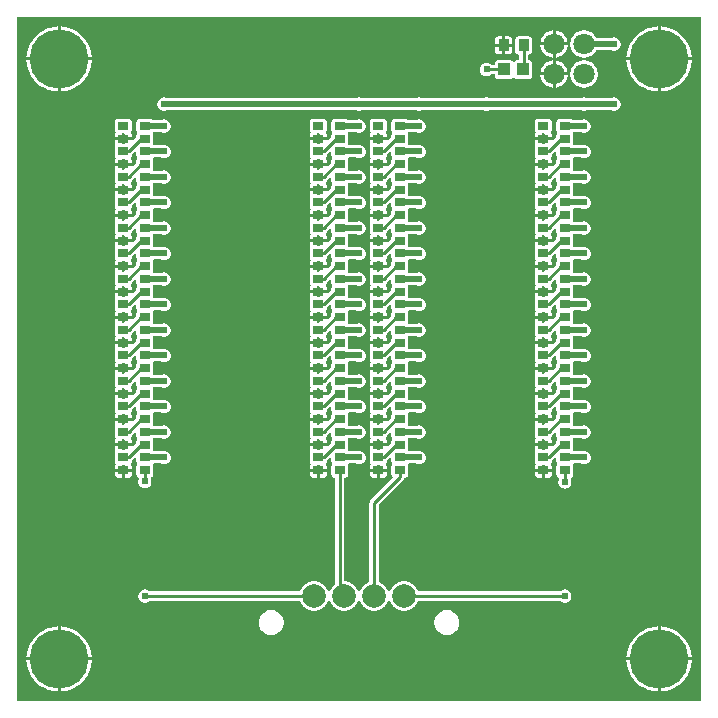
<source format=gtl>
G04 Layer: TopLayer*
G04 EasyEDA v6.5.34, 2023-09-15 23:54:46*
G04 069993ef92384b94ac11e72f319acd54,5a6b42c53f6a479593ecc07194224c93,10*
G04 Gerber Generator version 0.2*
G04 Scale: 100 percent, Rotated: No, Reflected: No *
G04 Dimensions in millimeters *
G04 leading zeros omitted , absolute positions ,4 integer and 5 decimal *
%FSLAX45Y45*%
%MOMM*%

%ADD10C,0.2540*%
%ADD11C,0.5000*%
%ADD12R,0.9000X0.7000*%
%ADD13R,1.0000X1.1000*%
%ADD14R,0.8999X1.0000*%
%ADD15C,5.0000*%
%ADD16C,1.8000*%
%ADD17C,2.0000*%
%ADD18C,0.6096*%
%ADD19C,0.0179*%

%LPD*%
G36*
X5805932Y25908D02*
G01*
X36068Y26416D01*
X32156Y27178D01*
X28905Y29362D01*
X26670Y32664D01*
X25908Y36576D01*
X25908Y5805932D01*
X26670Y5809792D01*
X28905Y5813094D01*
X32156Y5815330D01*
X36068Y5816092D01*
X5805932Y5816092D01*
X5809792Y5815330D01*
X5813094Y5813094D01*
X5815330Y5809792D01*
X5816092Y5805932D01*
X5816092Y36068D01*
X5815330Y32156D01*
X5813094Y28905D01*
X5809792Y26670D01*
G37*

%LPC*%
G36*
X4456887Y5600700D02*
G01*
X4559300Y5600700D01*
X4559300Y5702960D01*
X4550257Y5701842D01*
X4536186Y5698236D01*
X4522673Y5692851D01*
X4509922Y5685840D01*
X4498136Y5677306D01*
X4487519Y5667349D01*
X4478223Y5656122D01*
X4470450Y5643829D01*
X4464253Y5630672D01*
X4459732Y5616803D01*
X4457039Y5602528D01*
G37*
G36*
X5448300Y105613D02*
G01*
X5448300Y368300D01*
X5185410Y368300D01*
X5187289Y346405D01*
X5191099Y323646D01*
X5196890Y301244D01*
X5204460Y279450D01*
X5213858Y258317D01*
X5224983Y238099D01*
X5237784Y218846D01*
X5252161Y200710D01*
X5267960Y183896D01*
X5285130Y168402D01*
X5303520Y154432D01*
X5323027Y142036D01*
X5343499Y131368D01*
X5364835Y122377D01*
X5386781Y115265D01*
X5409285Y109982D01*
X5432145Y106629D01*
G37*
G36*
X368300Y105613D02*
G01*
X368300Y368300D01*
X105410Y368300D01*
X107289Y346405D01*
X111099Y323646D01*
X116890Y301244D01*
X124460Y279450D01*
X133858Y258317D01*
X144983Y238099D01*
X157784Y218846D01*
X172161Y200710D01*
X187960Y183896D01*
X205130Y168402D01*
X223520Y154432D01*
X243027Y142036D01*
X263499Y131368D01*
X284835Y122377D01*
X306781Y115265D01*
X329285Y109982D01*
X352145Y106629D01*
G37*
G36*
X5473700Y393700D02*
G01*
X5736336Y393700D01*
X5735929Y404063D01*
X5733034Y427024D01*
X5728208Y449630D01*
X5721553Y471728D01*
X5713018Y493217D01*
X5702757Y513892D01*
X5690819Y533654D01*
X5677204Y552348D01*
X5662117Y569874D01*
X5645607Y586028D01*
X5627776Y600760D01*
X5608828Y613968D01*
X5588812Y625500D01*
X5567883Y635355D01*
X5546242Y643382D01*
X5523992Y649630D01*
X5501284Y653948D01*
X5478322Y656336D01*
X5473700Y656437D01*
G37*
G36*
X393700Y393700D02*
G01*
X656336Y393700D01*
X655929Y404063D01*
X653034Y427024D01*
X648208Y449630D01*
X641553Y471728D01*
X633018Y493217D01*
X622757Y513892D01*
X610819Y533654D01*
X597204Y552348D01*
X582117Y569874D01*
X565607Y586028D01*
X547776Y600760D01*
X528828Y613968D01*
X508812Y625500D01*
X487883Y635355D01*
X466242Y643382D01*
X443992Y649630D01*
X421284Y653948D01*
X398322Y656336D01*
X393700Y656437D01*
G37*
G36*
X105410Y393700D02*
G01*
X368300Y393700D01*
X368300Y656386D01*
X352145Y655370D01*
X329285Y652018D01*
X306781Y646734D01*
X284835Y639572D01*
X263499Y630631D01*
X243027Y619912D01*
X223520Y607568D01*
X205130Y593598D01*
X187960Y578104D01*
X172161Y561289D01*
X157784Y543153D01*
X144983Y523900D01*
X133858Y503682D01*
X124460Y482549D01*
X116890Y460756D01*
X111099Y438353D01*
X107289Y415594D01*
G37*
G36*
X5185410Y393700D02*
G01*
X5448300Y393700D01*
X5448300Y656386D01*
X5432145Y655370D01*
X5409285Y652018D01*
X5386781Y646734D01*
X5364835Y639572D01*
X5343499Y630631D01*
X5323027Y619912D01*
X5303520Y607568D01*
X5285130Y593598D01*
X5267960Y578104D01*
X5252161Y561289D01*
X5237784Y543153D01*
X5224983Y523900D01*
X5213858Y503682D01*
X5204460Y482549D01*
X5196890Y460756D01*
X5191099Y438353D01*
X5187289Y415594D01*
G37*
G36*
X3664559Y583488D02*
G01*
X3678377Y584403D01*
X3691940Y587095D01*
X3705047Y591566D01*
X3717493Y597662D01*
X3728974Y605383D01*
X3739387Y614527D01*
X3748532Y624941D01*
X3756253Y636422D01*
X3762349Y648868D01*
X3766820Y661974D01*
X3769512Y675538D01*
X3770426Y689356D01*
X3769512Y703224D01*
X3766820Y716788D01*
X3762349Y729894D01*
X3756253Y742340D01*
X3748532Y753821D01*
X3739387Y764235D01*
X3728974Y773379D01*
X3717493Y781100D01*
X3705047Y787196D01*
X3691940Y791667D01*
X3678377Y794359D01*
X3664559Y795274D01*
X3650691Y794359D01*
X3637127Y791667D01*
X3624021Y787196D01*
X3611575Y781100D01*
X3600094Y773379D01*
X3589680Y764235D01*
X3580536Y753821D01*
X3572814Y742340D01*
X3566718Y729894D01*
X3562248Y716788D01*
X3559556Y703224D01*
X3558641Y689356D01*
X3559556Y675538D01*
X3562248Y661974D01*
X3566718Y648868D01*
X3572814Y636422D01*
X3580536Y624941D01*
X3589680Y614527D01*
X3600094Y605383D01*
X3611575Y597662D01*
X3624021Y591566D01*
X3637127Y587095D01*
X3650691Y584403D01*
G37*
G36*
X2177440Y583488D02*
G01*
X2191258Y584403D01*
X2204821Y587095D01*
X2217978Y591566D01*
X2230374Y597662D01*
X2241905Y605383D01*
X2252319Y614527D01*
X2261463Y624941D01*
X2269134Y636422D01*
X2275281Y648868D01*
X2279700Y661974D01*
X2282444Y675538D01*
X2283307Y689356D01*
X2282444Y703224D01*
X2279700Y716788D01*
X2275281Y729894D01*
X2269134Y742340D01*
X2261463Y753821D01*
X2252319Y764235D01*
X2241905Y773379D01*
X2230374Y781100D01*
X2217978Y787196D01*
X2204821Y791667D01*
X2191258Y794359D01*
X2177440Y795274D01*
X2163622Y794359D01*
X2150059Y791667D01*
X2136902Y787196D01*
X2124506Y781100D01*
X2112975Y773379D01*
X2102561Y764235D01*
X2093417Y753821D01*
X2085746Y742340D01*
X2079599Y729894D01*
X2075180Y716788D01*
X2072436Y703224D01*
X2071573Y689356D01*
X2072436Y675538D01*
X2075180Y661974D01*
X2079599Y648868D01*
X2085746Y636422D01*
X2093417Y624941D01*
X2102561Y614527D01*
X2112975Y605383D01*
X2124506Y597662D01*
X2136902Y591566D01*
X2150059Y587095D01*
X2163622Y584403D01*
G37*
G36*
X2540000Y788517D02*
G01*
X2555189Y789432D01*
X2570124Y792175D01*
X2584653Y796696D01*
X2598521Y802894D01*
X2611526Y810768D01*
X2623464Y820166D01*
X2634234Y830884D01*
X2643581Y842873D01*
X2651455Y855878D01*
X2657754Y869797D01*
X2659938Y872947D01*
X2663190Y875080D01*
X2667000Y875792D01*
X2670810Y875080D01*
X2674010Y872947D01*
X2676245Y869797D01*
X2682544Y855878D01*
X2690368Y842873D01*
X2699766Y830884D01*
X2710535Y820166D01*
X2722473Y810768D01*
X2735478Y802894D01*
X2749346Y796696D01*
X2763875Y792175D01*
X2778810Y789432D01*
X2794000Y788517D01*
X2809189Y789432D01*
X2824124Y792175D01*
X2838653Y796696D01*
X2852521Y802894D01*
X2865526Y810768D01*
X2877464Y820166D01*
X2888234Y830884D01*
X2897581Y842873D01*
X2905455Y855878D01*
X2911754Y869797D01*
X2913938Y872947D01*
X2917190Y875080D01*
X2921000Y875792D01*
X2924810Y875080D01*
X2928010Y872947D01*
X2930245Y869797D01*
X2936544Y855878D01*
X2944368Y842873D01*
X2953766Y830884D01*
X2964535Y820166D01*
X2976473Y810768D01*
X2989478Y802894D01*
X3003346Y796696D01*
X3017875Y792175D01*
X3032810Y789432D01*
X3048000Y788517D01*
X3063189Y789432D01*
X3078124Y792175D01*
X3092653Y796696D01*
X3106521Y802894D01*
X3119526Y810768D01*
X3131464Y820166D01*
X3142234Y830884D01*
X3151581Y842873D01*
X3159455Y855878D01*
X3165754Y869797D01*
X3167938Y872947D01*
X3171190Y875080D01*
X3175000Y875792D01*
X3178810Y875080D01*
X3182010Y872947D01*
X3184245Y869797D01*
X3190544Y855878D01*
X3198368Y842873D01*
X3207766Y830884D01*
X3218535Y820166D01*
X3230473Y810768D01*
X3243478Y802894D01*
X3257346Y796696D01*
X3271875Y792175D01*
X3286810Y789432D01*
X3302000Y788517D01*
X3317189Y789432D01*
X3332124Y792175D01*
X3346653Y796696D01*
X3360521Y802894D01*
X3373526Y810768D01*
X3385464Y820166D01*
X3396234Y830884D01*
X3405581Y842873D01*
X3413455Y855878D01*
X3419754Y869848D01*
X3421989Y872998D01*
X3425240Y875131D01*
X3429000Y875842D01*
X4618431Y875842D01*
X4622342Y875080D01*
X4625644Y872845D01*
X4627219Y871270D01*
X4635246Y865632D01*
X4644186Y861517D01*
X4653635Y858977D01*
X4663440Y858113D01*
X4673244Y858977D01*
X4682693Y861517D01*
X4691634Y865632D01*
X4699660Y871270D01*
X4706620Y878230D01*
X4712258Y886256D01*
X4716373Y895197D01*
X4718913Y904646D01*
X4719777Y914450D01*
X4718913Y924255D01*
X4716373Y933703D01*
X4712258Y942644D01*
X4706620Y950671D01*
X4699660Y957630D01*
X4691634Y963269D01*
X4682693Y967384D01*
X4673244Y969924D01*
X4663440Y970787D01*
X4653635Y969924D01*
X4644186Y967384D01*
X4635246Y963269D01*
X4627219Y957630D01*
X4625644Y956056D01*
X4622342Y953820D01*
X4618431Y953058D01*
X3428949Y953058D01*
X3425190Y953769D01*
X3421938Y955903D01*
X3419703Y959053D01*
X3413455Y972870D01*
X3405581Y985875D01*
X3396234Y997864D01*
X3385464Y1008634D01*
X3373526Y1017981D01*
X3360521Y1025855D01*
X3346653Y1032103D01*
X3332124Y1036624D01*
X3317189Y1039368D01*
X3302000Y1040282D01*
X3286810Y1039368D01*
X3271875Y1036624D01*
X3257346Y1032103D01*
X3243478Y1025855D01*
X3230473Y1017981D01*
X3218535Y1008634D01*
X3207766Y997864D01*
X3198368Y985875D01*
X3190544Y972870D01*
X3184245Y958951D01*
X3182010Y955802D01*
X3178810Y953719D01*
X3175000Y952957D01*
X3171190Y953719D01*
X3167938Y955802D01*
X3165754Y958951D01*
X3159455Y972870D01*
X3151581Y985875D01*
X3142234Y997864D01*
X3131464Y1008634D01*
X3119526Y1017981D01*
X3106521Y1025855D01*
X3092602Y1032103D01*
X3089452Y1034338D01*
X3087319Y1037590D01*
X3086608Y1041400D01*
X3086608Y1681632D01*
X3087370Y1685543D01*
X3089605Y1688846D01*
X3293364Y1892655D01*
X3298494Y1898853D01*
X3302050Y1905558D01*
X3303117Y1909064D01*
X3304946Y1912518D01*
X3307994Y1915007D01*
X3311702Y1916175D01*
X3317240Y1916836D01*
X3322726Y1918716D01*
X3327603Y1921814D01*
X3331718Y1925878D01*
X3334765Y1930806D01*
X3336696Y1936242D01*
X3337407Y1942592D01*
X3337407Y2011425D01*
X3336696Y2017775D01*
X3335020Y2022500D01*
X3334461Y2026310D01*
X3335375Y2030069D01*
X3337610Y2033168D01*
X3340862Y2035302D01*
X3344621Y2036013D01*
X3403244Y2036013D01*
X3407562Y2035048D01*
X3409746Y2034032D01*
X3419195Y2031492D01*
X3429000Y2030628D01*
X3438804Y2031492D01*
X3448253Y2034032D01*
X3457194Y2038197D01*
X3465220Y2043836D01*
X3472179Y2050745D01*
X3477818Y2058822D01*
X3481933Y2067712D01*
X3484473Y2077212D01*
X3485337Y2086965D01*
X3484473Y2096770D01*
X3481933Y2106269D01*
X3477818Y2115159D01*
X3472179Y2123236D01*
X3465220Y2130145D01*
X3457194Y2135784D01*
X3448253Y2139950D01*
X3438804Y2142490D01*
X3429000Y2143353D01*
X3419195Y2142490D01*
X3409746Y2139950D01*
X3407206Y2138781D01*
X3402939Y2137816D01*
X3345992Y2137816D01*
X3342233Y2138578D01*
X3338982Y2140661D01*
X3336747Y2143760D01*
X3335832Y2147519D01*
X3336696Y2152142D01*
X3337407Y2158492D01*
X3337407Y2227326D01*
X3336696Y2233676D01*
X3335020Y2238400D01*
X3334461Y2242210D01*
X3335375Y2245969D01*
X3337610Y2249068D01*
X3340862Y2251202D01*
X3344621Y2251913D01*
X3403244Y2251913D01*
X3407562Y2250948D01*
X3409746Y2249932D01*
X3419195Y2247392D01*
X3429000Y2246528D01*
X3438804Y2247392D01*
X3448253Y2249932D01*
X3457194Y2254097D01*
X3465220Y2259736D01*
X3472179Y2266645D01*
X3477818Y2274722D01*
X3481933Y2283612D01*
X3484473Y2293112D01*
X3485337Y2302865D01*
X3484473Y2312670D01*
X3481933Y2322169D01*
X3477818Y2331059D01*
X3472179Y2339136D01*
X3465220Y2346045D01*
X3457194Y2351684D01*
X3448253Y2355850D01*
X3438804Y2358390D01*
X3429000Y2359253D01*
X3419195Y2358390D01*
X3409746Y2355850D01*
X3407206Y2354681D01*
X3402939Y2353716D01*
X3345992Y2353716D01*
X3342233Y2354478D01*
X3338982Y2356561D01*
X3336747Y2359660D01*
X3335832Y2363419D01*
X3336696Y2368042D01*
X3337407Y2374392D01*
X3337407Y2443226D01*
X3336696Y2449576D01*
X3335020Y2454300D01*
X3334461Y2458110D01*
X3335375Y2461869D01*
X3337610Y2464968D01*
X3340862Y2467102D01*
X3344621Y2467813D01*
X3403244Y2467813D01*
X3407562Y2466848D01*
X3409746Y2465832D01*
X3419195Y2463292D01*
X3429000Y2462428D01*
X3438804Y2463292D01*
X3448253Y2465832D01*
X3457194Y2469997D01*
X3465220Y2475636D01*
X3472179Y2482545D01*
X3477818Y2490622D01*
X3481933Y2499512D01*
X3484473Y2509012D01*
X3485337Y2518765D01*
X3484473Y2528570D01*
X3481933Y2538069D01*
X3477818Y2546959D01*
X3472179Y2555036D01*
X3465220Y2561945D01*
X3457194Y2567584D01*
X3448253Y2571750D01*
X3438804Y2574290D01*
X3429000Y2575153D01*
X3419195Y2574290D01*
X3409746Y2571750D01*
X3407206Y2570581D01*
X3402939Y2569616D01*
X3345992Y2569616D01*
X3342233Y2570378D01*
X3338982Y2572461D01*
X3336747Y2575560D01*
X3335832Y2579319D01*
X3336696Y2583942D01*
X3337407Y2590292D01*
X3337407Y2659126D01*
X3336696Y2665476D01*
X3335020Y2670200D01*
X3334461Y2674010D01*
X3335375Y2677769D01*
X3337610Y2680868D01*
X3340862Y2683002D01*
X3344621Y2683713D01*
X3403244Y2683713D01*
X3407562Y2682748D01*
X3409746Y2681732D01*
X3419195Y2679192D01*
X3429000Y2678328D01*
X3438804Y2679192D01*
X3448253Y2681732D01*
X3457194Y2685897D01*
X3465220Y2691536D01*
X3472179Y2698445D01*
X3477818Y2706522D01*
X3481933Y2715412D01*
X3484473Y2724912D01*
X3485337Y2734665D01*
X3484473Y2744470D01*
X3481933Y2753969D01*
X3477818Y2762859D01*
X3472179Y2770936D01*
X3465220Y2777845D01*
X3457194Y2783484D01*
X3448253Y2787650D01*
X3438804Y2790190D01*
X3429000Y2791053D01*
X3419195Y2790190D01*
X3409746Y2787650D01*
X3407206Y2786481D01*
X3402939Y2785516D01*
X3345992Y2785516D01*
X3342233Y2786278D01*
X3338982Y2788361D01*
X3336747Y2791460D01*
X3335832Y2795219D01*
X3336696Y2799842D01*
X3337407Y2806192D01*
X3337407Y2875026D01*
X3336696Y2881376D01*
X3335020Y2886100D01*
X3334461Y2889910D01*
X3335375Y2893669D01*
X3337610Y2896768D01*
X3340862Y2898902D01*
X3344621Y2899613D01*
X3403244Y2899613D01*
X3407562Y2898648D01*
X3409746Y2897632D01*
X3419195Y2895092D01*
X3429000Y2894228D01*
X3438804Y2895092D01*
X3448253Y2897632D01*
X3457194Y2901797D01*
X3465220Y2907436D01*
X3472179Y2914345D01*
X3477818Y2922422D01*
X3481933Y2931312D01*
X3484473Y2940812D01*
X3485337Y2950565D01*
X3484473Y2960370D01*
X3481933Y2969869D01*
X3477818Y2978759D01*
X3472179Y2986836D01*
X3465220Y2993745D01*
X3457194Y2999384D01*
X3448253Y3003550D01*
X3438804Y3006090D01*
X3429000Y3006953D01*
X3419195Y3006090D01*
X3409746Y3003550D01*
X3407206Y3002381D01*
X3402939Y3001416D01*
X3345992Y3001416D01*
X3342233Y3002178D01*
X3338982Y3004261D01*
X3336747Y3007360D01*
X3335832Y3011119D01*
X3336696Y3015742D01*
X3337407Y3022092D01*
X3337407Y3090926D01*
X3336696Y3097276D01*
X3335020Y3102000D01*
X3334461Y3105810D01*
X3335375Y3109569D01*
X3337610Y3112668D01*
X3340862Y3114802D01*
X3344621Y3115513D01*
X3403244Y3115513D01*
X3407562Y3114548D01*
X3409746Y3113532D01*
X3419195Y3110992D01*
X3429000Y3110128D01*
X3438804Y3110992D01*
X3448253Y3113532D01*
X3457194Y3117697D01*
X3465220Y3123336D01*
X3472179Y3130245D01*
X3477818Y3138322D01*
X3481933Y3147212D01*
X3484473Y3156712D01*
X3485337Y3166465D01*
X3484473Y3176270D01*
X3481933Y3185769D01*
X3477818Y3194659D01*
X3472179Y3202736D01*
X3465220Y3209645D01*
X3457194Y3215284D01*
X3448253Y3219450D01*
X3438804Y3221990D01*
X3429000Y3222853D01*
X3419195Y3221990D01*
X3409746Y3219450D01*
X3407206Y3218281D01*
X3402939Y3217316D01*
X3345992Y3217316D01*
X3342233Y3218078D01*
X3338982Y3220161D01*
X3336747Y3223260D01*
X3335832Y3227019D01*
X3336696Y3231642D01*
X3337407Y3237992D01*
X3337407Y3306826D01*
X3336696Y3313176D01*
X3335070Y3317900D01*
X3334461Y3321710D01*
X3335375Y3325469D01*
X3337610Y3328568D01*
X3340862Y3330651D01*
X3344621Y3331413D01*
X3403244Y3331413D01*
X3407562Y3330448D01*
X3409746Y3329432D01*
X3419195Y3326892D01*
X3429000Y3326028D01*
X3438804Y3326892D01*
X3448253Y3329432D01*
X3457194Y3333597D01*
X3465220Y3339236D01*
X3472179Y3346145D01*
X3477818Y3354222D01*
X3481933Y3363112D01*
X3484473Y3372612D01*
X3485337Y3382365D01*
X3484473Y3392170D01*
X3481933Y3401669D01*
X3477818Y3410559D01*
X3472179Y3418586D01*
X3465220Y3425545D01*
X3457194Y3431184D01*
X3448253Y3435350D01*
X3438804Y3437890D01*
X3429000Y3438753D01*
X3419195Y3437890D01*
X3409746Y3435350D01*
X3407206Y3434181D01*
X3402939Y3433216D01*
X3345992Y3433216D01*
X3342233Y3433927D01*
X3338982Y3436061D01*
X3336747Y3439160D01*
X3335832Y3442919D01*
X3336696Y3447542D01*
X3337407Y3453892D01*
X3337407Y3522726D01*
X3336696Y3529076D01*
X3335070Y3533800D01*
X3334461Y3537610D01*
X3335375Y3541369D01*
X3337610Y3544468D01*
X3340862Y3546551D01*
X3344621Y3547313D01*
X3403244Y3547313D01*
X3407562Y3546348D01*
X3409746Y3545332D01*
X3419195Y3542792D01*
X3429000Y3541928D01*
X3438804Y3542792D01*
X3448253Y3545332D01*
X3457194Y3549497D01*
X3465220Y3555136D01*
X3472179Y3562045D01*
X3477818Y3570122D01*
X3481933Y3579012D01*
X3484473Y3588512D01*
X3485337Y3598265D01*
X3484473Y3608070D01*
X3481933Y3617569D01*
X3477818Y3626459D01*
X3472179Y3634486D01*
X3465220Y3641445D01*
X3457194Y3647084D01*
X3448253Y3651250D01*
X3438804Y3653790D01*
X3429000Y3654653D01*
X3419195Y3653790D01*
X3409746Y3651250D01*
X3407206Y3650081D01*
X3402939Y3649116D01*
X3345992Y3649116D01*
X3342233Y3649827D01*
X3338982Y3651961D01*
X3336747Y3655060D01*
X3335832Y3658819D01*
X3336696Y3663442D01*
X3337407Y3669792D01*
X3337407Y3738626D01*
X3336696Y3744976D01*
X3335070Y3749700D01*
X3334461Y3753510D01*
X3335375Y3757269D01*
X3337610Y3760368D01*
X3340862Y3762451D01*
X3344621Y3763213D01*
X3403244Y3763213D01*
X3407562Y3762248D01*
X3409746Y3761232D01*
X3419195Y3758692D01*
X3429000Y3757828D01*
X3438804Y3758692D01*
X3448253Y3761232D01*
X3457194Y3765397D01*
X3465220Y3771036D01*
X3472179Y3777945D01*
X3477818Y3786022D01*
X3481933Y3794912D01*
X3484473Y3804412D01*
X3485337Y3814165D01*
X3484473Y3823970D01*
X3481933Y3833469D01*
X3477818Y3842359D01*
X3472179Y3850386D01*
X3465220Y3857345D01*
X3457194Y3862984D01*
X3448253Y3867150D01*
X3438804Y3869690D01*
X3429000Y3870553D01*
X3419195Y3869690D01*
X3409746Y3867150D01*
X3407206Y3865981D01*
X3402939Y3865016D01*
X3345992Y3865016D01*
X3342233Y3865727D01*
X3338982Y3867861D01*
X3336747Y3870960D01*
X3335832Y3874719D01*
X3336696Y3879342D01*
X3337407Y3885692D01*
X3337407Y3954526D01*
X3336696Y3960876D01*
X3335070Y3965600D01*
X3334461Y3969410D01*
X3335375Y3973169D01*
X3337610Y3976268D01*
X3340862Y3978351D01*
X3344621Y3979113D01*
X3403244Y3979113D01*
X3407562Y3978148D01*
X3409746Y3977132D01*
X3419195Y3974592D01*
X3429000Y3973728D01*
X3438804Y3974592D01*
X3448253Y3977132D01*
X3457194Y3981297D01*
X3465220Y3986936D01*
X3472179Y3993845D01*
X3477818Y4001922D01*
X3481933Y4010812D01*
X3484473Y4020312D01*
X3485337Y4030065D01*
X3484473Y4039870D01*
X3481933Y4049369D01*
X3477818Y4058259D01*
X3472179Y4066286D01*
X3465220Y4073245D01*
X3457194Y4078884D01*
X3448253Y4083050D01*
X3438804Y4085590D01*
X3429000Y4086453D01*
X3419195Y4085590D01*
X3409746Y4083050D01*
X3407206Y4081881D01*
X3402939Y4080916D01*
X3345992Y4080916D01*
X3342233Y4081627D01*
X3338982Y4083761D01*
X3336747Y4086860D01*
X3335832Y4090619D01*
X3336696Y4095242D01*
X3337407Y4101592D01*
X3337407Y4170426D01*
X3336696Y4176776D01*
X3335070Y4181500D01*
X3334461Y4185310D01*
X3335375Y4189069D01*
X3337610Y4192168D01*
X3340862Y4194251D01*
X3344621Y4195013D01*
X3403244Y4195013D01*
X3407562Y4194048D01*
X3409746Y4193032D01*
X3419195Y4190492D01*
X3429000Y4189628D01*
X3438804Y4190492D01*
X3448253Y4193032D01*
X3457194Y4197197D01*
X3465220Y4202836D01*
X3472179Y4209745D01*
X3477818Y4217822D01*
X3481933Y4226712D01*
X3484473Y4236212D01*
X3485337Y4245965D01*
X3484473Y4255770D01*
X3481933Y4265269D01*
X3477818Y4274159D01*
X3472179Y4282186D01*
X3465220Y4289145D01*
X3457194Y4294784D01*
X3448253Y4298950D01*
X3438804Y4301490D01*
X3429000Y4302353D01*
X3419195Y4301490D01*
X3409746Y4298950D01*
X3407206Y4297781D01*
X3402939Y4296816D01*
X3345992Y4296816D01*
X3342233Y4297527D01*
X3338982Y4299661D01*
X3336747Y4302760D01*
X3335832Y4306519D01*
X3336696Y4311142D01*
X3337407Y4317492D01*
X3337407Y4386326D01*
X3336696Y4392676D01*
X3335020Y4397400D01*
X3334461Y4401210D01*
X3335375Y4404969D01*
X3337610Y4408068D01*
X3340862Y4410151D01*
X3344621Y4410913D01*
X3403244Y4410913D01*
X3407562Y4409948D01*
X3409746Y4408932D01*
X3419195Y4406392D01*
X3429000Y4405528D01*
X3438804Y4406392D01*
X3448253Y4408932D01*
X3457194Y4413097D01*
X3465220Y4418736D01*
X3472179Y4425645D01*
X3477818Y4433722D01*
X3481933Y4442612D01*
X3484473Y4452112D01*
X3485337Y4461865D01*
X3484473Y4471670D01*
X3481933Y4481169D01*
X3477818Y4490059D01*
X3472179Y4498086D01*
X3465220Y4505045D01*
X3457194Y4510684D01*
X3448253Y4514850D01*
X3438804Y4517390D01*
X3429000Y4518253D01*
X3419195Y4517390D01*
X3409746Y4514850D01*
X3407206Y4513681D01*
X3402939Y4512716D01*
X3345992Y4512716D01*
X3342233Y4513427D01*
X3338982Y4515561D01*
X3336747Y4518660D01*
X3335832Y4522419D01*
X3336696Y4527042D01*
X3337407Y4533392D01*
X3337407Y4602226D01*
X3336696Y4608576D01*
X3335020Y4613300D01*
X3334461Y4617110D01*
X3335375Y4620869D01*
X3337610Y4623968D01*
X3340862Y4626051D01*
X3344621Y4626813D01*
X3403244Y4626813D01*
X3407562Y4625848D01*
X3409746Y4624832D01*
X3419195Y4622292D01*
X3429000Y4621428D01*
X3438804Y4622292D01*
X3448253Y4624832D01*
X3457194Y4628997D01*
X3465220Y4634636D01*
X3472179Y4641545D01*
X3477818Y4649622D01*
X3481933Y4658512D01*
X3484473Y4668012D01*
X3485337Y4677765D01*
X3484473Y4687570D01*
X3481933Y4697069D01*
X3477818Y4705959D01*
X3472179Y4713986D01*
X3465220Y4720945D01*
X3457194Y4726584D01*
X3448253Y4730750D01*
X3438804Y4733290D01*
X3429000Y4734153D01*
X3419195Y4733290D01*
X3409746Y4730750D01*
X3407206Y4729581D01*
X3402939Y4728616D01*
X3345992Y4728616D01*
X3342233Y4729327D01*
X3338982Y4731461D01*
X3336747Y4734560D01*
X3335832Y4738319D01*
X3336696Y4742942D01*
X3337407Y4749292D01*
X3337407Y4818126D01*
X3336696Y4824476D01*
X3335020Y4829251D01*
X3334461Y4833061D01*
X3335375Y4836820D01*
X3337610Y4839970D01*
X3340811Y4842052D01*
X3344621Y4842764D01*
X3403092Y4842764D01*
X3407410Y4841849D01*
X3409746Y4840732D01*
X3419195Y4838192D01*
X3429000Y4837328D01*
X3438804Y4838192D01*
X3448253Y4840732D01*
X3457194Y4844897D01*
X3465220Y4850536D01*
X3472179Y4857445D01*
X3477818Y4865522D01*
X3481933Y4874412D01*
X3484473Y4883912D01*
X3485337Y4893665D01*
X3484473Y4903470D01*
X3481933Y4912969D01*
X3477818Y4921859D01*
X3472179Y4929886D01*
X3465220Y4936845D01*
X3457194Y4942484D01*
X3448253Y4946650D01*
X3438804Y4949190D01*
X3429000Y4950053D01*
X3419195Y4949190D01*
X3409746Y4946650D01*
X3407410Y4945532D01*
X3403092Y4944618D01*
X3336137Y4944618D01*
X3332276Y4945380D01*
X3328974Y4947564D01*
X3327603Y4948936D01*
X3322726Y4951984D01*
X3317240Y4953914D01*
X3310940Y4954625D01*
X3222091Y4954625D01*
X3215741Y4953914D01*
X3210306Y4951984D01*
X3205378Y4948936D01*
X3201314Y4944821D01*
X3198215Y4939944D01*
X3196285Y4934458D01*
X3195574Y4928158D01*
X3195574Y4859274D01*
X3196285Y4852974D01*
X3198215Y4847488D01*
X3200349Y4844135D01*
X3201720Y4840579D01*
X3201720Y4836820D01*
X3200349Y4833315D01*
X3198215Y4829911D01*
X3196285Y4824476D01*
X3195574Y4818126D01*
X3195574Y4803800D01*
X3194812Y4799939D01*
X3192627Y4796637D01*
X3170021Y4773980D01*
X3166719Y4771796D01*
X3162858Y4770983D01*
X3096209Y4770983D01*
X3096209Y4748885D01*
X3095447Y4744974D01*
X3093212Y4741672D01*
X3089910Y4739487D01*
X3086049Y4738725D01*
X3080969Y4738725D01*
X3077057Y4739487D01*
X3073755Y4741672D01*
X3071571Y4744974D01*
X3070809Y4748885D01*
X3070809Y4770983D01*
X3012592Y4770983D01*
X3012592Y4749292D01*
X3013303Y4742942D01*
X3015234Y4737506D01*
X3017418Y4732629D01*
X3017418Y4728870D01*
X3015234Y4724044D01*
X3013303Y4718558D01*
X3012592Y4712258D01*
X3012592Y4643374D01*
X3013303Y4637074D01*
X3015234Y4631588D01*
X3017367Y4628235D01*
X3018739Y4624679D01*
X3018739Y4620920D01*
X3017367Y4617415D01*
X3015234Y4614011D01*
X3013303Y4608576D01*
X3012592Y4602226D01*
X3012592Y4580483D01*
X3070809Y4580483D01*
X3070809Y4606747D01*
X3071571Y4610608D01*
X3073755Y4613910D01*
X3077057Y4616145D01*
X3080969Y4616907D01*
X3086049Y4616907D01*
X3089910Y4616145D01*
X3093212Y4613910D01*
X3095447Y4610608D01*
X3096209Y4606747D01*
X3096209Y4580483D01*
X3154426Y4580483D01*
X3154426Y4602226D01*
X3153714Y4608576D01*
X3151784Y4614011D01*
X3149650Y4617415D01*
X3148279Y4620920D01*
X3148279Y4624679D01*
X3149650Y4628235D01*
X3151784Y4631588D01*
X3153714Y4637074D01*
X3154426Y4644796D01*
X3155188Y4648708D01*
X3157372Y4651959D01*
X3178251Y4672888D01*
X3181553Y4675124D01*
X3185414Y4675886D01*
X3189325Y4675124D01*
X3192627Y4672888D01*
X3194812Y4669586D01*
X3195574Y4665726D01*
X3195574Y4643374D01*
X3196285Y4637074D01*
X3198215Y4631588D01*
X3200349Y4628235D01*
X3201720Y4624679D01*
X3201720Y4620920D01*
X3200349Y4617415D01*
X3198215Y4614011D01*
X3196285Y4608576D01*
X3195574Y4602226D01*
X3195574Y4587900D01*
X3194812Y4584039D01*
X3192627Y4580737D01*
X3170021Y4558080D01*
X3166719Y4555896D01*
X3162858Y4555083D01*
X3096209Y4555083D01*
X3096209Y4532985D01*
X3095447Y4529074D01*
X3093212Y4525772D01*
X3089910Y4523587D01*
X3086049Y4522825D01*
X3080969Y4522825D01*
X3077057Y4523587D01*
X3073755Y4525772D01*
X3071571Y4529074D01*
X3070809Y4532985D01*
X3070809Y4555083D01*
X3012592Y4555083D01*
X3012592Y4533392D01*
X3013303Y4527042D01*
X3015234Y4521606D01*
X3017418Y4516729D01*
X3017418Y4512970D01*
X3015234Y4508144D01*
X3013303Y4502658D01*
X3012592Y4496358D01*
X3012592Y4427474D01*
X3013303Y4421174D01*
X3015234Y4415688D01*
X3017367Y4412335D01*
X3018739Y4408779D01*
X3018739Y4405020D01*
X3017367Y4401515D01*
X3015234Y4398111D01*
X3013303Y4392676D01*
X3012592Y4386326D01*
X3012592Y4364583D01*
X3070809Y4364583D01*
X3070809Y4390847D01*
X3071571Y4394708D01*
X3073755Y4398010D01*
X3077057Y4400245D01*
X3080969Y4401007D01*
X3086049Y4401007D01*
X3089910Y4400245D01*
X3093212Y4398010D01*
X3095447Y4394708D01*
X3096209Y4390847D01*
X3096209Y4364583D01*
X3154426Y4364583D01*
X3154426Y4386326D01*
X3153714Y4392676D01*
X3151784Y4398111D01*
X3149650Y4401515D01*
X3148279Y4405020D01*
X3148279Y4408779D01*
X3149650Y4412335D01*
X3151784Y4415688D01*
X3153714Y4421174D01*
X3154426Y4428896D01*
X3155188Y4432808D01*
X3157372Y4436059D01*
X3178251Y4456988D01*
X3181553Y4459224D01*
X3185414Y4459986D01*
X3189325Y4459224D01*
X3192627Y4456988D01*
X3194812Y4453686D01*
X3195574Y4449826D01*
X3195574Y4427474D01*
X3196285Y4421174D01*
X3198215Y4415688D01*
X3200349Y4412335D01*
X3201720Y4408779D01*
X3201720Y4405020D01*
X3200349Y4401515D01*
X3198215Y4398111D01*
X3196285Y4392676D01*
X3195574Y4386326D01*
X3195574Y4372000D01*
X3194812Y4368139D01*
X3192627Y4364837D01*
X3170021Y4342180D01*
X3166719Y4339996D01*
X3162858Y4339183D01*
X3096209Y4339183D01*
X3096209Y4317085D01*
X3095447Y4313174D01*
X3093212Y4309872D01*
X3089910Y4307687D01*
X3086049Y4306925D01*
X3080969Y4306925D01*
X3077057Y4307687D01*
X3073755Y4309872D01*
X3071571Y4313174D01*
X3070809Y4317085D01*
X3070809Y4339183D01*
X3012592Y4339183D01*
X3012592Y4317492D01*
X3013303Y4311142D01*
X3015234Y4305706D01*
X3017418Y4300829D01*
X3017418Y4297070D01*
X3015234Y4292244D01*
X3013303Y4286758D01*
X3012592Y4280458D01*
X3012592Y4211574D01*
X3013303Y4205274D01*
X3015234Y4199788D01*
X3017367Y4196435D01*
X3018739Y4192879D01*
X3018739Y4189120D01*
X3017367Y4185615D01*
X3015234Y4182211D01*
X3013303Y4176776D01*
X3012592Y4170426D01*
X3012592Y4148734D01*
X3070809Y4148734D01*
X3070809Y4174947D01*
X3071571Y4178808D01*
X3073755Y4182110D01*
X3077057Y4184345D01*
X3080969Y4185107D01*
X3086049Y4185107D01*
X3089910Y4184345D01*
X3093212Y4182110D01*
X3095447Y4178808D01*
X3096209Y4174947D01*
X3096209Y4148734D01*
X3154426Y4148734D01*
X3154426Y4170426D01*
X3153714Y4176776D01*
X3151784Y4182211D01*
X3149650Y4185615D01*
X3148279Y4189120D01*
X3148279Y4192879D01*
X3149650Y4196435D01*
X3151784Y4199788D01*
X3153714Y4205274D01*
X3154426Y4212996D01*
X3155188Y4216908D01*
X3157372Y4220159D01*
X3178251Y4241088D01*
X3181553Y4243324D01*
X3185414Y4244086D01*
X3189325Y4243324D01*
X3192627Y4241088D01*
X3194812Y4237786D01*
X3195574Y4233926D01*
X3195574Y4211574D01*
X3196285Y4205274D01*
X3198215Y4199788D01*
X3200349Y4196435D01*
X3201720Y4192879D01*
X3201720Y4189120D01*
X3200349Y4185615D01*
X3198215Y4182211D01*
X3196285Y4176776D01*
X3195574Y4170426D01*
X3195574Y4156100D01*
X3194812Y4152239D01*
X3192627Y4148937D01*
X3170021Y4126280D01*
X3166719Y4124096D01*
X3162858Y4123334D01*
X3096209Y4123334D01*
X3096209Y4101185D01*
X3095447Y4097274D01*
X3093212Y4093972D01*
X3089910Y4091787D01*
X3086049Y4091025D01*
X3080969Y4091025D01*
X3077057Y4091787D01*
X3073755Y4093972D01*
X3071571Y4097274D01*
X3070809Y4101185D01*
X3070809Y4123334D01*
X3012592Y4123334D01*
X3012592Y4101592D01*
X3013303Y4095242D01*
X3015234Y4089806D01*
X3017418Y4084929D01*
X3017418Y4081170D01*
X3015234Y4076344D01*
X3013303Y4070858D01*
X3012592Y4064558D01*
X3012592Y3995674D01*
X3013303Y3989374D01*
X3015234Y3983888D01*
X3017367Y3980535D01*
X3018739Y3976979D01*
X3018739Y3973220D01*
X3017367Y3969715D01*
X3015234Y3966311D01*
X3013303Y3960876D01*
X3012592Y3954526D01*
X3012592Y3932834D01*
X3070809Y3932834D01*
X3070809Y3959047D01*
X3071571Y3962908D01*
X3073755Y3966210D01*
X3077057Y3968445D01*
X3080969Y3969207D01*
X3086049Y3969207D01*
X3089910Y3968445D01*
X3093212Y3966210D01*
X3095447Y3962908D01*
X3096209Y3959047D01*
X3096209Y3932834D01*
X3154426Y3932834D01*
X3154426Y3954526D01*
X3153714Y3960876D01*
X3151784Y3966311D01*
X3149650Y3969715D01*
X3148279Y3973220D01*
X3148279Y3976979D01*
X3149650Y3980535D01*
X3151784Y3983888D01*
X3153714Y3989374D01*
X3154426Y3997096D01*
X3155188Y4001008D01*
X3157372Y4004259D01*
X3178251Y4025188D01*
X3181553Y4027424D01*
X3185414Y4028186D01*
X3189325Y4027424D01*
X3192627Y4025188D01*
X3194812Y4021886D01*
X3195574Y4018026D01*
X3195574Y3995674D01*
X3196285Y3989374D01*
X3198215Y3983888D01*
X3200349Y3980535D01*
X3201720Y3976979D01*
X3201720Y3973220D01*
X3200349Y3969715D01*
X3198215Y3966311D01*
X3196285Y3960876D01*
X3195574Y3954526D01*
X3195574Y3940200D01*
X3194812Y3936339D01*
X3192627Y3933037D01*
X3170021Y3910380D01*
X3166719Y3908196D01*
X3162858Y3907434D01*
X3096209Y3907434D01*
X3096209Y3885285D01*
X3095447Y3881374D01*
X3093212Y3878072D01*
X3089910Y3875887D01*
X3086049Y3875125D01*
X3080969Y3875125D01*
X3077057Y3875887D01*
X3073755Y3878072D01*
X3071571Y3881374D01*
X3070809Y3885285D01*
X3070809Y3907434D01*
X3012592Y3907434D01*
X3012592Y3885692D01*
X3013303Y3879342D01*
X3015234Y3873906D01*
X3017418Y3869029D01*
X3017418Y3865270D01*
X3015234Y3860444D01*
X3013303Y3854958D01*
X3012592Y3848658D01*
X3012592Y3779774D01*
X3013303Y3773474D01*
X3015234Y3767988D01*
X3017367Y3764635D01*
X3018739Y3761079D01*
X3018739Y3757320D01*
X3017367Y3753815D01*
X3015234Y3750411D01*
X3013303Y3744976D01*
X3012592Y3738626D01*
X3012592Y3716934D01*
X3070809Y3716934D01*
X3070809Y3743147D01*
X3071571Y3747008D01*
X3073755Y3750310D01*
X3077057Y3752545D01*
X3080969Y3753307D01*
X3086049Y3753307D01*
X3089910Y3752545D01*
X3093212Y3750310D01*
X3095447Y3747008D01*
X3096209Y3743147D01*
X3096209Y3716934D01*
X3154426Y3716934D01*
X3154426Y3738626D01*
X3153714Y3744976D01*
X3151784Y3750411D01*
X3149650Y3753815D01*
X3148279Y3757320D01*
X3148279Y3761079D01*
X3149650Y3764635D01*
X3151784Y3767988D01*
X3153714Y3773474D01*
X3154426Y3781196D01*
X3155188Y3785108D01*
X3157372Y3788359D01*
X3178251Y3809288D01*
X3181553Y3811524D01*
X3185414Y3812286D01*
X3189325Y3811524D01*
X3192627Y3809288D01*
X3194812Y3805986D01*
X3195574Y3802126D01*
X3195574Y3779774D01*
X3196285Y3773474D01*
X3198215Y3767988D01*
X3200349Y3764635D01*
X3201720Y3761079D01*
X3201720Y3757320D01*
X3200349Y3753815D01*
X3198215Y3750411D01*
X3196285Y3744976D01*
X3195574Y3738626D01*
X3195574Y3724300D01*
X3194812Y3720439D01*
X3192627Y3717137D01*
X3170021Y3694480D01*
X3166719Y3692296D01*
X3162858Y3691534D01*
X3096209Y3691534D01*
X3096209Y3669385D01*
X3095447Y3665474D01*
X3093212Y3662172D01*
X3089910Y3659987D01*
X3086049Y3659225D01*
X3080969Y3659225D01*
X3077057Y3659987D01*
X3073755Y3662172D01*
X3071571Y3665474D01*
X3070809Y3669385D01*
X3070809Y3691534D01*
X3012592Y3691534D01*
X3012592Y3669792D01*
X3013303Y3663442D01*
X3015234Y3658006D01*
X3017418Y3653129D01*
X3017418Y3649370D01*
X3015234Y3644544D01*
X3013303Y3639058D01*
X3012592Y3632758D01*
X3012592Y3563874D01*
X3013303Y3557574D01*
X3015234Y3552088D01*
X3017367Y3548735D01*
X3018739Y3545179D01*
X3018739Y3541420D01*
X3017367Y3537915D01*
X3015234Y3534511D01*
X3013303Y3529076D01*
X3012592Y3522726D01*
X3012592Y3501034D01*
X3070809Y3501034D01*
X3070809Y3527247D01*
X3071571Y3531108D01*
X3073755Y3534410D01*
X3077057Y3536645D01*
X3080969Y3537407D01*
X3086049Y3537407D01*
X3089910Y3536645D01*
X3093212Y3534410D01*
X3095447Y3531108D01*
X3096209Y3527247D01*
X3096209Y3501034D01*
X3154426Y3501034D01*
X3154426Y3522726D01*
X3153714Y3529076D01*
X3151784Y3534511D01*
X3149650Y3537915D01*
X3148279Y3541420D01*
X3148279Y3545179D01*
X3149650Y3548735D01*
X3151784Y3552088D01*
X3153714Y3557574D01*
X3154426Y3565296D01*
X3155188Y3569208D01*
X3157372Y3572459D01*
X3178251Y3593388D01*
X3181553Y3595624D01*
X3185414Y3596386D01*
X3189325Y3595624D01*
X3192627Y3593388D01*
X3194812Y3590086D01*
X3195574Y3586226D01*
X3195574Y3563874D01*
X3196285Y3557574D01*
X3198215Y3552088D01*
X3200349Y3548735D01*
X3201720Y3545179D01*
X3201720Y3541420D01*
X3200349Y3537915D01*
X3198215Y3534511D01*
X3196285Y3529076D01*
X3195574Y3522726D01*
X3195574Y3508400D01*
X3194812Y3504539D01*
X3192627Y3501237D01*
X3170021Y3478580D01*
X3166719Y3476396D01*
X3162858Y3475634D01*
X3096209Y3475634D01*
X3096209Y3453485D01*
X3095447Y3449574D01*
X3093212Y3446272D01*
X3089910Y3444087D01*
X3086049Y3443325D01*
X3080969Y3443325D01*
X3077057Y3444087D01*
X3073755Y3446272D01*
X3071571Y3449574D01*
X3070809Y3453485D01*
X3070809Y3475634D01*
X3012592Y3475634D01*
X3012592Y3453892D01*
X3013303Y3447542D01*
X3015234Y3442106D01*
X3017418Y3437229D01*
X3017418Y3433470D01*
X3015234Y3428644D01*
X3013303Y3423158D01*
X3012592Y3416858D01*
X3012592Y3347974D01*
X3013303Y3341674D01*
X3015234Y3336188D01*
X3017367Y3332835D01*
X3018739Y3329279D01*
X3018739Y3325520D01*
X3017367Y3322015D01*
X3015234Y3318611D01*
X3013303Y3313176D01*
X3012592Y3306826D01*
X3012592Y3285134D01*
X3070809Y3285134D01*
X3070809Y3311347D01*
X3071571Y3315208D01*
X3073755Y3318510D01*
X3077057Y3320745D01*
X3080969Y3321507D01*
X3086049Y3321507D01*
X3089910Y3320745D01*
X3093212Y3318510D01*
X3095447Y3315208D01*
X3096209Y3311347D01*
X3096209Y3285134D01*
X3154426Y3285134D01*
X3154426Y3306826D01*
X3153714Y3313176D01*
X3151784Y3318611D01*
X3149650Y3322015D01*
X3148279Y3325520D01*
X3148279Y3329279D01*
X3149650Y3332835D01*
X3151784Y3336188D01*
X3153714Y3341674D01*
X3154426Y3349396D01*
X3155188Y3353308D01*
X3157372Y3356559D01*
X3178251Y3377488D01*
X3181553Y3379724D01*
X3185414Y3380486D01*
X3189325Y3379724D01*
X3192627Y3377488D01*
X3194812Y3374186D01*
X3195574Y3370326D01*
X3195574Y3347974D01*
X3196285Y3341674D01*
X3198215Y3336188D01*
X3200349Y3332835D01*
X3201720Y3329279D01*
X3201720Y3325520D01*
X3200349Y3322015D01*
X3198215Y3318611D01*
X3196285Y3313176D01*
X3195574Y3306826D01*
X3195574Y3292500D01*
X3194812Y3288639D01*
X3192627Y3285337D01*
X3170021Y3262680D01*
X3166719Y3260496D01*
X3162858Y3259734D01*
X3096209Y3259734D01*
X3096209Y3237585D01*
X3095447Y3233674D01*
X3093212Y3230372D01*
X3089910Y3228187D01*
X3086049Y3227425D01*
X3080969Y3227425D01*
X3077057Y3228187D01*
X3073755Y3230372D01*
X3071571Y3233674D01*
X3070809Y3237585D01*
X3070809Y3259734D01*
X3012592Y3259734D01*
X3012592Y3237992D01*
X3013303Y3231642D01*
X3015234Y3226206D01*
X3017418Y3221329D01*
X3017418Y3217570D01*
X3015234Y3212744D01*
X3013303Y3207258D01*
X3012592Y3200958D01*
X3012592Y3132074D01*
X3013303Y3125774D01*
X3015234Y3120288D01*
X3017367Y3116935D01*
X3018739Y3113379D01*
X3018739Y3109620D01*
X3017367Y3106115D01*
X3015234Y3102711D01*
X3013303Y3097276D01*
X3012592Y3090926D01*
X3012592Y3069234D01*
X3070809Y3069234D01*
X3070809Y3095447D01*
X3071571Y3099308D01*
X3073755Y3102610D01*
X3077057Y3104845D01*
X3080969Y3105607D01*
X3086049Y3105607D01*
X3089910Y3104845D01*
X3093212Y3102610D01*
X3095447Y3099308D01*
X3096209Y3095447D01*
X3096209Y3069234D01*
X3154426Y3069234D01*
X3154426Y3090926D01*
X3153714Y3097276D01*
X3151784Y3102711D01*
X3149650Y3106115D01*
X3148279Y3109620D01*
X3148279Y3113379D01*
X3149650Y3116935D01*
X3151784Y3120288D01*
X3153714Y3125774D01*
X3154426Y3133496D01*
X3155188Y3137408D01*
X3157372Y3140659D01*
X3178251Y3161588D01*
X3181553Y3163824D01*
X3185414Y3164586D01*
X3189325Y3163824D01*
X3192627Y3161588D01*
X3194812Y3158286D01*
X3195574Y3154426D01*
X3195574Y3132074D01*
X3196285Y3125774D01*
X3198215Y3120288D01*
X3200349Y3116935D01*
X3201720Y3113379D01*
X3201720Y3109620D01*
X3200349Y3106115D01*
X3198215Y3102711D01*
X3196285Y3097276D01*
X3195574Y3090926D01*
X3195574Y3076600D01*
X3194812Y3072739D01*
X3192627Y3069437D01*
X3170021Y3046780D01*
X3166719Y3044596D01*
X3162858Y3043834D01*
X3096209Y3043834D01*
X3096209Y3021685D01*
X3095447Y3017774D01*
X3093212Y3014472D01*
X3089910Y3012287D01*
X3086049Y3011525D01*
X3080969Y3011525D01*
X3077057Y3012287D01*
X3073755Y3014472D01*
X3071571Y3017774D01*
X3070809Y3021685D01*
X3070809Y3043834D01*
X3012592Y3043834D01*
X3012592Y3022092D01*
X3013303Y3015742D01*
X3015234Y3010306D01*
X3017418Y3005429D01*
X3017418Y3001670D01*
X3015234Y2996844D01*
X3013303Y2991358D01*
X3012592Y2985058D01*
X3012592Y2916174D01*
X3013303Y2909874D01*
X3015234Y2904388D01*
X3017367Y2901035D01*
X3018739Y2897479D01*
X3018739Y2893720D01*
X3017367Y2890215D01*
X3015234Y2886811D01*
X3013303Y2881376D01*
X3012592Y2875026D01*
X3012592Y2853334D01*
X3070809Y2853334D01*
X3070809Y2879547D01*
X3071571Y2883408D01*
X3073755Y2886710D01*
X3077057Y2888945D01*
X3080969Y2889707D01*
X3086049Y2889707D01*
X3089910Y2888945D01*
X3093212Y2886710D01*
X3095447Y2883408D01*
X3096209Y2879547D01*
X3096209Y2853334D01*
X3154426Y2853334D01*
X3154426Y2875026D01*
X3153714Y2881376D01*
X3151784Y2886811D01*
X3149650Y2890215D01*
X3148279Y2893720D01*
X3148279Y2897479D01*
X3149650Y2901035D01*
X3151784Y2904388D01*
X3153714Y2909874D01*
X3154426Y2917596D01*
X3155188Y2921508D01*
X3157372Y2924759D01*
X3178251Y2945688D01*
X3181553Y2947924D01*
X3185414Y2948686D01*
X3189325Y2947924D01*
X3192627Y2945688D01*
X3194812Y2942386D01*
X3195574Y2938526D01*
X3195574Y2916174D01*
X3196285Y2909874D01*
X3198215Y2904388D01*
X3200349Y2901035D01*
X3201720Y2897479D01*
X3201720Y2893720D01*
X3200349Y2890215D01*
X3198215Y2886811D01*
X3196285Y2881376D01*
X3195574Y2875026D01*
X3195574Y2860700D01*
X3194812Y2856839D01*
X3192627Y2853537D01*
X3170021Y2830880D01*
X3166719Y2828696D01*
X3162858Y2827934D01*
X3096209Y2827934D01*
X3096209Y2805785D01*
X3095447Y2801874D01*
X3093212Y2798572D01*
X3089910Y2796387D01*
X3086049Y2795625D01*
X3080969Y2795625D01*
X3077057Y2796387D01*
X3073755Y2798572D01*
X3071571Y2801874D01*
X3070809Y2805785D01*
X3070809Y2827934D01*
X3012592Y2827934D01*
X3012592Y2806192D01*
X3013303Y2799842D01*
X3015234Y2794406D01*
X3017418Y2789529D01*
X3017418Y2785770D01*
X3015234Y2780944D01*
X3013303Y2775458D01*
X3012592Y2769158D01*
X3012592Y2700274D01*
X3013303Y2693974D01*
X3015234Y2688488D01*
X3017367Y2685135D01*
X3018739Y2681579D01*
X3018739Y2677820D01*
X3017367Y2674315D01*
X3015234Y2670911D01*
X3013303Y2665476D01*
X3012592Y2659126D01*
X3012592Y2637434D01*
X3070809Y2637434D01*
X3070809Y2663647D01*
X3071571Y2667508D01*
X3073755Y2670810D01*
X3077057Y2673045D01*
X3080969Y2673807D01*
X3086049Y2673807D01*
X3089910Y2673045D01*
X3093212Y2670810D01*
X3095447Y2667508D01*
X3096209Y2663647D01*
X3096209Y2637434D01*
X3154426Y2637434D01*
X3154426Y2659126D01*
X3153714Y2665476D01*
X3151784Y2670911D01*
X3149650Y2674315D01*
X3148279Y2677820D01*
X3148279Y2681579D01*
X3149650Y2685135D01*
X3151784Y2688488D01*
X3153714Y2693974D01*
X3154426Y2701696D01*
X3155188Y2705608D01*
X3157372Y2708859D01*
X3178251Y2729788D01*
X3181553Y2732024D01*
X3185414Y2732786D01*
X3189325Y2732024D01*
X3192627Y2729788D01*
X3194812Y2726486D01*
X3195574Y2722626D01*
X3195574Y2700274D01*
X3196285Y2693974D01*
X3198215Y2688488D01*
X3200349Y2685135D01*
X3201720Y2681579D01*
X3201720Y2677820D01*
X3200349Y2674315D01*
X3198215Y2670911D01*
X3196285Y2665476D01*
X3195574Y2659126D01*
X3195574Y2644800D01*
X3194812Y2640939D01*
X3192627Y2637637D01*
X3170021Y2614980D01*
X3166719Y2612796D01*
X3162858Y2612034D01*
X3096209Y2612034D01*
X3096209Y2589885D01*
X3095447Y2585974D01*
X3093212Y2582672D01*
X3089910Y2580487D01*
X3086049Y2579725D01*
X3080969Y2579725D01*
X3077057Y2580487D01*
X3073755Y2582672D01*
X3071571Y2585974D01*
X3070809Y2589885D01*
X3070809Y2612034D01*
X3012592Y2612034D01*
X3012592Y2590292D01*
X3013303Y2583942D01*
X3015234Y2578506D01*
X3017418Y2573629D01*
X3017418Y2569870D01*
X3015234Y2565044D01*
X3013303Y2559558D01*
X3012592Y2553258D01*
X3012592Y2484374D01*
X3013303Y2478074D01*
X3015234Y2472588D01*
X3017367Y2469235D01*
X3018739Y2465679D01*
X3018739Y2461920D01*
X3017367Y2458415D01*
X3015234Y2455011D01*
X3013303Y2449576D01*
X3012592Y2443226D01*
X3012592Y2421534D01*
X3070809Y2421534D01*
X3070809Y2447747D01*
X3071571Y2451608D01*
X3073755Y2454910D01*
X3077057Y2457145D01*
X3080969Y2457907D01*
X3086049Y2457907D01*
X3089910Y2457145D01*
X3093212Y2454910D01*
X3095447Y2451608D01*
X3096209Y2447747D01*
X3096209Y2421534D01*
X3154426Y2421534D01*
X3154426Y2443226D01*
X3153714Y2449576D01*
X3151784Y2455011D01*
X3149650Y2458415D01*
X3148279Y2461920D01*
X3148279Y2465679D01*
X3149650Y2469235D01*
X3151784Y2472588D01*
X3153714Y2478074D01*
X3154426Y2485796D01*
X3155188Y2489708D01*
X3157372Y2492959D01*
X3178251Y2513888D01*
X3181553Y2516124D01*
X3185414Y2516886D01*
X3189325Y2516124D01*
X3192627Y2513888D01*
X3194812Y2510586D01*
X3195574Y2506726D01*
X3195574Y2484374D01*
X3196285Y2478074D01*
X3198215Y2472588D01*
X3200349Y2469235D01*
X3201720Y2465679D01*
X3201720Y2461920D01*
X3200349Y2458415D01*
X3198215Y2455011D01*
X3196285Y2449576D01*
X3195574Y2443226D01*
X3195574Y2428900D01*
X3194812Y2425039D01*
X3192627Y2421737D01*
X3170021Y2399080D01*
X3166719Y2396896D01*
X3162858Y2396134D01*
X3096209Y2396134D01*
X3096209Y2373985D01*
X3095447Y2370074D01*
X3093212Y2366772D01*
X3089910Y2364587D01*
X3086049Y2363825D01*
X3080969Y2363825D01*
X3077057Y2364587D01*
X3073755Y2366772D01*
X3071571Y2370074D01*
X3070809Y2373985D01*
X3070809Y2396134D01*
X3012592Y2396134D01*
X3012592Y2374392D01*
X3013303Y2368042D01*
X3015234Y2362606D01*
X3017418Y2357729D01*
X3017418Y2353970D01*
X3015234Y2349144D01*
X3013303Y2343658D01*
X3012592Y2337358D01*
X3012592Y2268474D01*
X3013303Y2262174D01*
X3015234Y2256688D01*
X3017367Y2253335D01*
X3018739Y2249779D01*
X3018739Y2246020D01*
X3017367Y2242515D01*
X3015234Y2239111D01*
X3013303Y2233676D01*
X3012592Y2227326D01*
X3012592Y2205634D01*
X3070809Y2205634D01*
X3070809Y2231847D01*
X3071571Y2235708D01*
X3073755Y2239010D01*
X3077057Y2241245D01*
X3080969Y2242007D01*
X3086049Y2242007D01*
X3089910Y2241245D01*
X3093212Y2239010D01*
X3095447Y2235708D01*
X3096209Y2231847D01*
X3096209Y2205634D01*
X3154426Y2205634D01*
X3154426Y2227326D01*
X3153714Y2233676D01*
X3151784Y2239111D01*
X3149650Y2242515D01*
X3148279Y2246020D01*
X3148279Y2249779D01*
X3149650Y2253335D01*
X3151784Y2256688D01*
X3153714Y2262174D01*
X3154426Y2269896D01*
X3155188Y2273808D01*
X3157372Y2277059D01*
X3178251Y2297988D01*
X3181553Y2300224D01*
X3185414Y2300986D01*
X3189325Y2300224D01*
X3192627Y2297988D01*
X3194812Y2294686D01*
X3195574Y2290826D01*
X3195574Y2268474D01*
X3196285Y2262174D01*
X3198215Y2256688D01*
X3200349Y2253335D01*
X3201720Y2249779D01*
X3201720Y2246020D01*
X3200349Y2242515D01*
X3198215Y2239111D01*
X3196285Y2233676D01*
X3195574Y2227326D01*
X3195574Y2213000D01*
X3194812Y2209139D01*
X3192627Y2205837D01*
X3170021Y2183180D01*
X3166719Y2180996D01*
X3162858Y2180234D01*
X3096209Y2180234D01*
X3096209Y2158085D01*
X3095447Y2154174D01*
X3093212Y2150872D01*
X3089910Y2148687D01*
X3086049Y2147925D01*
X3080969Y2147925D01*
X3077057Y2148687D01*
X3073755Y2150872D01*
X3071571Y2154174D01*
X3070809Y2158085D01*
X3070809Y2180234D01*
X3012592Y2180234D01*
X3012592Y2158492D01*
X3013303Y2152142D01*
X3015234Y2146706D01*
X3017418Y2141829D01*
X3017418Y2138070D01*
X3015234Y2133244D01*
X3013303Y2127758D01*
X3012592Y2121458D01*
X3012592Y2052574D01*
X3013303Y2046274D01*
X3015234Y2040788D01*
X3017367Y2037435D01*
X3018739Y2033879D01*
X3018739Y2030120D01*
X3017367Y2026615D01*
X3015234Y2023211D01*
X3013303Y2017775D01*
X3012592Y2011425D01*
X3012592Y1989734D01*
X3070809Y1989734D01*
X3070809Y2015947D01*
X3071571Y2019807D01*
X3073755Y2023110D01*
X3077057Y2025345D01*
X3080969Y2026107D01*
X3086049Y2026107D01*
X3089910Y2025345D01*
X3093212Y2023110D01*
X3095447Y2019807D01*
X3096209Y2015947D01*
X3096209Y1989734D01*
X3154426Y1989734D01*
X3154426Y2011425D01*
X3153714Y2017775D01*
X3151784Y2023211D01*
X3149650Y2026615D01*
X3148279Y2030120D01*
X3148279Y2033879D01*
X3149650Y2037435D01*
X3151784Y2040788D01*
X3153714Y2046274D01*
X3154426Y2053996D01*
X3155188Y2057907D01*
X3157372Y2061159D01*
X3178251Y2082088D01*
X3181553Y2084324D01*
X3185414Y2085086D01*
X3189325Y2084324D01*
X3192627Y2082088D01*
X3194812Y2078786D01*
X3195574Y2074925D01*
X3195574Y2052574D01*
X3196285Y2046274D01*
X3198215Y2040788D01*
X3200349Y2037435D01*
X3201720Y2033879D01*
X3201720Y2030120D01*
X3200349Y2026615D01*
X3198215Y2023211D01*
X3196285Y2017775D01*
X3195574Y2011425D01*
X3195574Y1942592D01*
X3196285Y1936242D01*
X3198215Y1930806D01*
X3201314Y1925878D01*
X3204413Y1921713D01*
X3205175Y1917801D01*
X3204413Y1913940D01*
X3202178Y1910638D01*
X3021076Y1729486D01*
X3015945Y1723288D01*
X3012389Y1716582D01*
X3010204Y1709369D01*
X3009392Y1701342D01*
X3009392Y1041400D01*
X3008680Y1037590D01*
X3006547Y1034338D01*
X3003397Y1032103D01*
X2989478Y1025855D01*
X2976473Y1017981D01*
X2964535Y1008634D01*
X2953766Y997864D01*
X2944368Y985875D01*
X2936544Y972870D01*
X2930245Y958951D01*
X2928010Y955802D01*
X2924810Y953719D01*
X2921000Y952957D01*
X2917190Y953719D01*
X2913938Y955802D01*
X2911754Y958951D01*
X2905455Y972870D01*
X2897581Y985875D01*
X2888234Y997864D01*
X2877464Y1008634D01*
X2865526Y1017981D01*
X2852521Y1025855D01*
X2838653Y1032103D01*
X2824124Y1036624D01*
X2809189Y1039368D01*
X2806598Y1039520D01*
X2802890Y1040434D01*
X2799791Y1042669D01*
X2797759Y1045921D01*
X2797048Y1049629D01*
X2797048Y1906371D01*
X2797708Y1909978D01*
X2799638Y1913128D01*
X2802534Y1915414D01*
X2806090Y1916480D01*
X2809240Y1916836D01*
X2814726Y1918716D01*
X2819603Y1921814D01*
X2823718Y1925878D01*
X2826766Y1930806D01*
X2828696Y1936242D01*
X2829407Y1942592D01*
X2829407Y2011425D01*
X2828696Y2017775D01*
X2827020Y2022500D01*
X2826461Y2026310D01*
X2827375Y2030069D01*
X2829610Y2033168D01*
X2832862Y2035302D01*
X2836621Y2036013D01*
X2895244Y2036013D01*
X2899562Y2035048D01*
X2901746Y2034032D01*
X2911195Y2031492D01*
X2921000Y2030628D01*
X2930804Y2031492D01*
X2940253Y2034032D01*
X2949194Y2038197D01*
X2957220Y2043836D01*
X2964180Y2050745D01*
X2969818Y2058822D01*
X2973933Y2067712D01*
X2976473Y2077212D01*
X2977337Y2086965D01*
X2976473Y2096770D01*
X2973933Y2106269D01*
X2969818Y2115159D01*
X2964180Y2123236D01*
X2957220Y2130145D01*
X2949194Y2135784D01*
X2940253Y2139950D01*
X2930804Y2142490D01*
X2921000Y2143353D01*
X2911195Y2142490D01*
X2901746Y2139950D01*
X2899206Y2138781D01*
X2894939Y2137816D01*
X2837992Y2137816D01*
X2834233Y2138578D01*
X2830982Y2140661D01*
X2828747Y2143760D01*
X2827832Y2147519D01*
X2828696Y2152142D01*
X2829407Y2158492D01*
X2829407Y2227326D01*
X2828696Y2233676D01*
X2827020Y2238400D01*
X2826461Y2242210D01*
X2827375Y2245969D01*
X2829610Y2249068D01*
X2832862Y2251202D01*
X2836621Y2251913D01*
X2895244Y2251913D01*
X2899562Y2250948D01*
X2901746Y2249932D01*
X2911195Y2247392D01*
X2921000Y2246528D01*
X2930804Y2247392D01*
X2940253Y2249932D01*
X2949194Y2254097D01*
X2957220Y2259736D01*
X2964180Y2266645D01*
X2969818Y2274722D01*
X2973933Y2283612D01*
X2976473Y2293112D01*
X2977337Y2302865D01*
X2976473Y2312670D01*
X2973933Y2322169D01*
X2969818Y2331059D01*
X2964180Y2339136D01*
X2957220Y2346045D01*
X2949194Y2351684D01*
X2940253Y2355850D01*
X2930804Y2358390D01*
X2921000Y2359253D01*
X2911195Y2358390D01*
X2901746Y2355850D01*
X2899206Y2354681D01*
X2894939Y2353716D01*
X2837992Y2353716D01*
X2834233Y2354478D01*
X2830982Y2356561D01*
X2828747Y2359660D01*
X2827832Y2363419D01*
X2828696Y2368042D01*
X2829407Y2374392D01*
X2829407Y2443226D01*
X2828696Y2449576D01*
X2827020Y2454300D01*
X2826461Y2458110D01*
X2827375Y2461869D01*
X2829610Y2464968D01*
X2832862Y2467102D01*
X2836621Y2467813D01*
X2895244Y2467813D01*
X2899562Y2466848D01*
X2901746Y2465832D01*
X2911195Y2463292D01*
X2921000Y2462428D01*
X2930804Y2463292D01*
X2940253Y2465832D01*
X2949194Y2469997D01*
X2957220Y2475636D01*
X2964180Y2482545D01*
X2969818Y2490622D01*
X2973933Y2499512D01*
X2976473Y2509012D01*
X2977337Y2518765D01*
X2976473Y2528570D01*
X2973933Y2538069D01*
X2969818Y2546959D01*
X2964180Y2555036D01*
X2957220Y2561945D01*
X2949194Y2567584D01*
X2940253Y2571750D01*
X2930804Y2574290D01*
X2921000Y2575153D01*
X2911195Y2574290D01*
X2901746Y2571750D01*
X2899206Y2570581D01*
X2894939Y2569616D01*
X2837992Y2569616D01*
X2834233Y2570378D01*
X2830982Y2572461D01*
X2828747Y2575560D01*
X2827832Y2579319D01*
X2828696Y2583942D01*
X2829407Y2590292D01*
X2829407Y2659126D01*
X2828696Y2665476D01*
X2827020Y2670200D01*
X2826461Y2674010D01*
X2827375Y2677769D01*
X2829610Y2680868D01*
X2832862Y2683002D01*
X2836621Y2683713D01*
X2895244Y2683713D01*
X2899562Y2682748D01*
X2901746Y2681732D01*
X2911195Y2679192D01*
X2921000Y2678328D01*
X2930804Y2679192D01*
X2940253Y2681732D01*
X2949194Y2685897D01*
X2957220Y2691536D01*
X2964180Y2698445D01*
X2969818Y2706522D01*
X2973933Y2715412D01*
X2976473Y2724912D01*
X2977337Y2734665D01*
X2976473Y2744470D01*
X2973933Y2753969D01*
X2969818Y2762859D01*
X2964180Y2770936D01*
X2957220Y2777845D01*
X2949194Y2783484D01*
X2940253Y2787650D01*
X2930804Y2790190D01*
X2921000Y2791053D01*
X2911195Y2790190D01*
X2901746Y2787650D01*
X2899206Y2786481D01*
X2894939Y2785516D01*
X2837992Y2785516D01*
X2834233Y2786278D01*
X2830982Y2788361D01*
X2828747Y2791460D01*
X2827832Y2795219D01*
X2828696Y2799842D01*
X2829407Y2806192D01*
X2829407Y2875026D01*
X2828696Y2881376D01*
X2827020Y2886100D01*
X2826461Y2889910D01*
X2827375Y2893669D01*
X2829610Y2896768D01*
X2832862Y2898902D01*
X2836621Y2899613D01*
X2895244Y2899613D01*
X2899562Y2898648D01*
X2901746Y2897632D01*
X2911195Y2895092D01*
X2921000Y2894228D01*
X2930804Y2895092D01*
X2940253Y2897632D01*
X2949194Y2901797D01*
X2957220Y2907436D01*
X2964180Y2914345D01*
X2969818Y2922422D01*
X2973933Y2931312D01*
X2976473Y2940812D01*
X2977337Y2950565D01*
X2976473Y2960370D01*
X2973933Y2969869D01*
X2969818Y2978759D01*
X2964180Y2986836D01*
X2957220Y2993745D01*
X2949194Y2999384D01*
X2940253Y3003550D01*
X2930804Y3006090D01*
X2921000Y3006953D01*
X2911195Y3006090D01*
X2901746Y3003550D01*
X2899206Y3002381D01*
X2894939Y3001416D01*
X2837992Y3001416D01*
X2834233Y3002178D01*
X2830982Y3004261D01*
X2828747Y3007360D01*
X2827832Y3011119D01*
X2828696Y3015742D01*
X2829407Y3022092D01*
X2829407Y3090926D01*
X2828696Y3097276D01*
X2827020Y3102000D01*
X2826461Y3105810D01*
X2827375Y3109569D01*
X2829610Y3112668D01*
X2832862Y3114802D01*
X2836621Y3115513D01*
X2895244Y3115513D01*
X2899562Y3114548D01*
X2901746Y3113532D01*
X2911195Y3110992D01*
X2921000Y3110128D01*
X2930804Y3110992D01*
X2940253Y3113532D01*
X2949194Y3117697D01*
X2957220Y3123336D01*
X2964180Y3130245D01*
X2969818Y3138322D01*
X2973933Y3147212D01*
X2976473Y3156712D01*
X2977337Y3166465D01*
X2976473Y3176270D01*
X2973933Y3185769D01*
X2969818Y3194659D01*
X2964180Y3202736D01*
X2957220Y3209645D01*
X2949194Y3215284D01*
X2940253Y3219450D01*
X2930804Y3221990D01*
X2921000Y3222853D01*
X2911195Y3221990D01*
X2901746Y3219450D01*
X2899206Y3218281D01*
X2894939Y3217316D01*
X2837992Y3217316D01*
X2834233Y3218078D01*
X2830982Y3220161D01*
X2828747Y3223260D01*
X2827832Y3227019D01*
X2828696Y3231642D01*
X2829407Y3237992D01*
X2829407Y3306826D01*
X2828696Y3313176D01*
X2827070Y3317900D01*
X2826461Y3321710D01*
X2827375Y3325469D01*
X2829610Y3328568D01*
X2832862Y3330651D01*
X2836621Y3331413D01*
X2895244Y3331413D01*
X2899562Y3330448D01*
X2901746Y3329432D01*
X2911195Y3326892D01*
X2921000Y3326028D01*
X2930804Y3326892D01*
X2940253Y3329432D01*
X2949194Y3333597D01*
X2957220Y3339236D01*
X2964180Y3346145D01*
X2969818Y3354222D01*
X2973933Y3363112D01*
X2976473Y3372612D01*
X2977337Y3382365D01*
X2976473Y3392170D01*
X2973933Y3401669D01*
X2969818Y3410559D01*
X2964180Y3418586D01*
X2957220Y3425545D01*
X2949194Y3431184D01*
X2940253Y3435350D01*
X2930804Y3437890D01*
X2921000Y3438753D01*
X2911195Y3437890D01*
X2901746Y3435350D01*
X2899206Y3434181D01*
X2894939Y3433216D01*
X2837992Y3433216D01*
X2834233Y3433927D01*
X2830982Y3436061D01*
X2828747Y3439160D01*
X2827832Y3442919D01*
X2828696Y3447542D01*
X2829407Y3453892D01*
X2829407Y3522726D01*
X2828696Y3529076D01*
X2827070Y3533800D01*
X2826461Y3537610D01*
X2827375Y3541369D01*
X2829610Y3544468D01*
X2832862Y3546551D01*
X2836621Y3547313D01*
X2895244Y3547313D01*
X2899562Y3546348D01*
X2901746Y3545332D01*
X2911195Y3542792D01*
X2921000Y3541928D01*
X2930804Y3542792D01*
X2940253Y3545332D01*
X2949194Y3549497D01*
X2957220Y3555136D01*
X2964180Y3562045D01*
X2969818Y3570122D01*
X2973933Y3579012D01*
X2976473Y3588512D01*
X2977337Y3598265D01*
X2976473Y3608070D01*
X2973933Y3617569D01*
X2969818Y3626459D01*
X2964180Y3634486D01*
X2957220Y3641445D01*
X2949194Y3647084D01*
X2940253Y3651250D01*
X2930804Y3653790D01*
X2921000Y3654653D01*
X2911195Y3653790D01*
X2901746Y3651250D01*
X2899206Y3650081D01*
X2894939Y3649116D01*
X2837992Y3649116D01*
X2834233Y3649827D01*
X2830982Y3651961D01*
X2828747Y3655060D01*
X2827832Y3658819D01*
X2828696Y3663442D01*
X2829407Y3669792D01*
X2829407Y3738626D01*
X2828696Y3744976D01*
X2827070Y3749700D01*
X2826461Y3753510D01*
X2827375Y3757269D01*
X2829610Y3760368D01*
X2832862Y3762451D01*
X2836621Y3763213D01*
X2895244Y3763213D01*
X2899562Y3762248D01*
X2901746Y3761232D01*
X2911195Y3758692D01*
X2921000Y3757828D01*
X2930804Y3758692D01*
X2940253Y3761232D01*
X2949194Y3765397D01*
X2957220Y3771036D01*
X2964180Y3777945D01*
X2969818Y3786022D01*
X2973933Y3794912D01*
X2976473Y3804412D01*
X2977337Y3814165D01*
X2976473Y3823970D01*
X2973933Y3833469D01*
X2969818Y3842359D01*
X2964180Y3850386D01*
X2957220Y3857345D01*
X2949194Y3862984D01*
X2940253Y3867150D01*
X2930804Y3869690D01*
X2921000Y3870553D01*
X2911195Y3869690D01*
X2901746Y3867150D01*
X2899206Y3865981D01*
X2894939Y3865016D01*
X2837992Y3865016D01*
X2834233Y3865727D01*
X2830982Y3867861D01*
X2828747Y3870960D01*
X2827832Y3874719D01*
X2828696Y3879342D01*
X2829407Y3885692D01*
X2829407Y3954526D01*
X2828696Y3960876D01*
X2827070Y3965600D01*
X2826461Y3969410D01*
X2827375Y3973169D01*
X2829610Y3976268D01*
X2832862Y3978351D01*
X2836621Y3979113D01*
X2895244Y3979113D01*
X2899562Y3978148D01*
X2901746Y3977132D01*
X2911195Y3974592D01*
X2921000Y3973728D01*
X2930804Y3974592D01*
X2940253Y3977132D01*
X2949194Y3981297D01*
X2957220Y3986936D01*
X2964180Y3993845D01*
X2969818Y4001922D01*
X2973933Y4010812D01*
X2976473Y4020312D01*
X2977337Y4030065D01*
X2976473Y4039870D01*
X2973933Y4049369D01*
X2969818Y4058259D01*
X2964180Y4066286D01*
X2957220Y4073245D01*
X2949194Y4078884D01*
X2940253Y4083050D01*
X2930804Y4085590D01*
X2921000Y4086453D01*
X2911195Y4085590D01*
X2901746Y4083050D01*
X2899206Y4081881D01*
X2894939Y4080916D01*
X2837992Y4080916D01*
X2834233Y4081627D01*
X2830982Y4083761D01*
X2828747Y4086860D01*
X2827832Y4090619D01*
X2828696Y4095242D01*
X2829407Y4101592D01*
X2829407Y4170426D01*
X2828696Y4176776D01*
X2827070Y4181500D01*
X2826461Y4185310D01*
X2827375Y4189069D01*
X2829610Y4192168D01*
X2832862Y4194251D01*
X2836621Y4195013D01*
X2895244Y4195013D01*
X2899562Y4194048D01*
X2901746Y4193032D01*
X2911195Y4190492D01*
X2921000Y4189628D01*
X2930804Y4190492D01*
X2940253Y4193032D01*
X2949194Y4197197D01*
X2957220Y4202836D01*
X2964180Y4209745D01*
X2969818Y4217822D01*
X2973933Y4226712D01*
X2976473Y4236212D01*
X2977337Y4245965D01*
X2976473Y4255770D01*
X2973933Y4265269D01*
X2969818Y4274159D01*
X2964180Y4282186D01*
X2957220Y4289145D01*
X2949194Y4294784D01*
X2940253Y4298950D01*
X2930804Y4301490D01*
X2921000Y4302353D01*
X2911195Y4301490D01*
X2901746Y4298950D01*
X2899206Y4297781D01*
X2894939Y4296816D01*
X2837992Y4296816D01*
X2834233Y4297527D01*
X2830982Y4299661D01*
X2828747Y4302760D01*
X2827832Y4306519D01*
X2828696Y4311142D01*
X2829407Y4317492D01*
X2829407Y4386326D01*
X2828696Y4392676D01*
X2827020Y4397400D01*
X2826461Y4401210D01*
X2827375Y4404969D01*
X2829610Y4408068D01*
X2832862Y4410151D01*
X2836621Y4410913D01*
X2895244Y4410913D01*
X2899562Y4409948D01*
X2901746Y4408932D01*
X2911195Y4406392D01*
X2921000Y4405528D01*
X2930804Y4406392D01*
X2940253Y4408932D01*
X2949194Y4413097D01*
X2957220Y4418736D01*
X2964180Y4425645D01*
X2969818Y4433722D01*
X2973933Y4442612D01*
X2976473Y4452112D01*
X2977337Y4461865D01*
X2976473Y4471670D01*
X2973933Y4481169D01*
X2969818Y4490059D01*
X2964180Y4498086D01*
X2957220Y4505045D01*
X2949194Y4510684D01*
X2940253Y4514850D01*
X2930804Y4517390D01*
X2921000Y4518253D01*
X2911195Y4517390D01*
X2901746Y4514850D01*
X2899206Y4513681D01*
X2894939Y4512716D01*
X2837992Y4512716D01*
X2834233Y4513427D01*
X2830982Y4515561D01*
X2828747Y4518660D01*
X2827832Y4522419D01*
X2828696Y4527042D01*
X2829407Y4533392D01*
X2829407Y4602226D01*
X2828696Y4608576D01*
X2827020Y4613300D01*
X2826461Y4617110D01*
X2827375Y4620869D01*
X2829610Y4623968D01*
X2832862Y4626051D01*
X2836621Y4626813D01*
X2895244Y4626813D01*
X2899562Y4625848D01*
X2901746Y4624832D01*
X2911195Y4622292D01*
X2921000Y4621428D01*
X2930804Y4622292D01*
X2940253Y4624832D01*
X2949194Y4628997D01*
X2957220Y4634636D01*
X2964180Y4641545D01*
X2969818Y4649622D01*
X2973933Y4658512D01*
X2976473Y4668012D01*
X2977337Y4677765D01*
X2976473Y4687570D01*
X2973933Y4697069D01*
X2969818Y4705959D01*
X2964180Y4713986D01*
X2957220Y4720945D01*
X2949194Y4726584D01*
X2940253Y4730750D01*
X2930804Y4733290D01*
X2921000Y4734153D01*
X2911195Y4733290D01*
X2901746Y4730750D01*
X2899206Y4729581D01*
X2894939Y4728616D01*
X2837992Y4728616D01*
X2834233Y4729327D01*
X2830982Y4731461D01*
X2828747Y4734560D01*
X2827832Y4738319D01*
X2828696Y4742942D01*
X2829407Y4749292D01*
X2829407Y4818126D01*
X2828696Y4824476D01*
X2827020Y4829251D01*
X2826461Y4833061D01*
X2827375Y4836820D01*
X2829610Y4839970D01*
X2832811Y4842052D01*
X2836621Y4842764D01*
X2895092Y4842764D01*
X2899410Y4841849D01*
X2901746Y4840732D01*
X2911195Y4838192D01*
X2921000Y4837328D01*
X2930804Y4838192D01*
X2940253Y4840732D01*
X2949194Y4844897D01*
X2957220Y4850536D01*
X2964180Y4857445D01*
X2969818Y4865522D01*
X2973933Y4874412D01*
X2976473Y4883912D01*
X2977337Y4893665D01*
X2976473Y4903470D01*
X2973933Y4912969D01*
X2969818Y4921859D01*
X2964180Y4929886D01*
X2957220Y4936845D01*
X2949194Y4942484D01*
X2940253Y4946650D01*
X2930804Y4949190D01*
X2921000Y4950053D01*
X2911195Y4949190D01*
X2901746Y4946650D01*
X2899410Y4945532D01*
X2895092Y4944618D01*
X2828137Y4944618D01*
X2824276Y4945380D01*
X2820974Y4947564D01*
X2819603Y4948936D01*
X2814726Y4951984D01*
X2809240Y4953914D01*
X2802940Y4954625D01*
X2714091Y4954625D01*
X2707741Y4953914D01*
X2702306Y4951984D01*
X2697378Y4948936D01*
X2693314Y4944821D01*
X2690215Y4939944D01*
X2688285Y4934458D01*
X2687574Y4928158D01*
X2687574Y4859274D01*
X2688285Y4852974D01*
X2690215Y4847488D01*
X2692349Y4844135D01*
X2693720Y4840579D01*
X2693720Y4836820D01*
X2692349Y4833315D01*
X2690215Y4829911D01*
X2688285Y4824476D01*
X2687574Y4818126D01*
X2687574Y4803800D01*
X2686812Y4799939D01*
X2684627Y4796637D01*
X2662021Y4773980D01*
X2658719Y4771796D01*
X2654858Y4770983D01*
X2588209Y4770983D01*
X2588209Y4748885D01*
X2587447Y4744974D01*
X2585212Y4741672D01*
X2581910Y4739487D01*
X2578049Y4738725D01*
X2572969Y4738725D01*
X2569057Y4739487D01*
X2565755Y4741672D01*
X2563571Y4744974D01*
X2562809Y4748885D01*
X2562809Y4770983D01*
X2504592Y4770983D01*
X2504592Y4749292D01*
X2505303Y4742942D01*
X2507234Y4737506D01*
X2509418Y4732629D01*
X2509418Y4728870D01*
X2507234Y4724044D01*
X2505303Y4718558D01*
X2504592Y4712258D01*
X2504592Y4643374D01*
X2505303Y4637074D01*
X2507234Y4631588D01*
X2509367Y4628235D01*
X2510739Y4624679D01*
X2510739Y4620920D01*
X2509367Y4617415D01*
X2507234Y4614011D01*
X2505303Y4608576D01*
X2504592Y4602226D01*
X2504592Y4580483D01*
X2562809Y4580483D01*
X2562809Y4606747D01*
X2563571Y4610608D01*
X2565755Y4613910D01*
X2569057Y4616145D01*
X2572969Y4616907D01*
X2578049Y4616907D01*
X2581910Y4616145D01*
X2585212Y4613910D01*
X2587447Y4610608D01*
X2588209Y4606747D01*
X2588209Y4580483D01*
X2646426Y4580483D01*
X2646426Y4602226D01*
X2645714Y4608576D01*
X2643784Y4614011D01*
X2641650Y4617415D01*
X2640279Y4620920D01*
X2640279Y4624679D01*
X2641650Y4628235D01*
X2643784Y4631588D01*
X2645714Y4637074D01*
X2646426Y4644796D01*
X2647188Y4648708D01*
X2649372Y4651959D01*
X2670251Y4672888D01*
X2673553Y4675124D01*
X2677414Y4675886D01*
X2681325Y4675124D01*
X2684627Y4672888D01*
X2686812Y4669586D01*
X2687574Y4665726D01*
X2687574Y4643374D01*
X2688285Y4637074D01*
X2690215Y4631588D01*
X2692349Y4628235D01*
X2693720Y4624679D01*
X2693720Y4620920D01*
X2692349Y4617415D01*
X2690215Y4614011D01*
X2688285Y4608576D01*
X2687574Y4602226D01*
X2687574Y4587900D01*
X2686812Y4584039D01*
X2684627Y4580737D01*
X2662021Y4558080D01*
X2658719Y4555896D01*
X2654858Y4555083D01*
X2588209Y4555083D01*
X2588209Y4532985D01*
X2587447Y4529074D01*
X2585212Y4525772D01*
X2581910Y4523587D01*
X2578049Y4522825D01*
X2572969Y4522825D01*
X2569057Y4523587D01*
X2565755Y4525772D01*
X2563571Y4529074D01*
X2562809Y4532985D01*
X2562809Y4555083D01*
X2504592Y4555083D01*
X2504592Y4533392D01*
X2505303Y4527042D01*
X2507234Y4521606D01*
X2509418Y4516729D01*
X2509418Y4512970D01*
X2507234Y4508144D01*
X2505303Y4502658D01*
X2504592Y4496358D01*
X2504592Y4427474D01*
X2505303Y4421174D01*
X2507234Y4415688D01*
X2509367Y4412335D01*
X2510739Y4408779D01*
X2510739Y4405020D01*
X2509367Y4401515D01*
X2507234Y4398111D01*
X2505303Y4392676D01*
X2504592Y4386326D01*
X2504592Y4364583D01*
X2562809Y4364583D01*
X2562809Y4390847D01*
X2563571Y4394708D01*
X2565755Y4398010D01*
X2569057Y4400245D01*
X2572969Y4401007D01*
X2578049Y4401007D01*
X2581910Y4400245D01*
X2585212Y4398010D01*
X2587447Y4394708D01*
X2588209Y4390847D01*
X2588209Y4364583D01*
X2646426Y4364583D01*
X2646426Y4386326D01*
X2645714Y4392676D01*
X2643784Y4398111D01*
X2641650Y4401515D01*
X2640279Y4405020D01*
X2640279Y4408779D01*
X2641650Y4412335D01*
X2643784Y4415688D01*
X2645714Y4421174D01*
X2646426Y4428896D01*
X2647188Y4432808D01*
X2649372Y4436059D01*
X2670251Y4456988D01*
X2673553Y4459224D01*
X2677414Y4459986D01*
X2681325Y4459224D01*
X2684627Y4456988D01*
X2686812Y4453686D01*
X2687574Y4449826D01*
X2687574Y4427474D01*
X2688285Y4421174D01*
X2690215Y4415688D01*
X2692349Y4412335D01*
X2693720Y4408779D01*
X2693720Y4405020D01*
X2692349Y4401515D01*
X2690215Y4398111D01*
X2688285Y4392676D01*
X2687574Y4386326D01*
X2687574Y4372000D01*
X2686812Y4368139D01*
X2684627Y4364837D01*
X2662021Y4342180D01*
X2658719Y4339996D01*
X2654858Y4339183D01*
X2588209Y4339183D01*
X2588209Y4317085D01*
X2587447Y4313174D01*
X2585212Y4309872D01*
X2581910Y4307687D01*
X2578049Y4306925D01*
X2572969Y4306925D01*
X2569057Y4307687D01*
X2565755Y4309872D01*
X2563571Y4313174D01*
X2562809Y4317085D01*
X2562809Y4339183D01*
X2504592Y4339183D01*
X2504592Y4317492D01*
X2505303Y4311142D01*
X2507234Y4305706D01*
X2509418Y4300829D01*
X2509418Y4297070D01*
X2507234Y4292244D01*
X2505303Y4286758D01*
X2504592Y4280458D01*
X2504592Y4211574D01*
X2505303Y4205274D01*
X2507234Y4199788D01*
X2509367Y4196435D01*
X2510739Y4192879D01*
X2510739Y4189120D01*
X2509367Y4185615D01*
X2507234Y4182211D01*
X2505303Y4176776D01*
X2504592Y4170426D01*
X2504592Y4148734D01*
X2562809Y4148734D01*
X2562809Y4174947D01*
X2563571Y4178808D01*
X2565755Y4182110D01*
X2569057Y4184345D01*
X2572969Y4185107D01*
X2578049Y4185107D01*
X2581910Y4184345D01*
X2585212Y4182110D01*
X2587447Y4178808D01*
X2588209Y4174947D01*
X2588209Y4148734D01*
X2646426Y4148734D01*
X2646426Y4170426D01*
X2645714Y4176776D01*
X2643784Y4182211D01*
X2641650Y4185615D01*
X2640279Y4189120D01*
X2640279Y4192879D01*
X2641650Y4196435D01*
X2643784Y4199788D01*
X2645714Y4205274D01*
X2646426Y4212996D01*
X2647188Y4216908D01*
X2649372Y4220159D01*
X2670251Y4241088D01*
X2673553Y4243324D01*
X2677414Y4244086D01*
X2681325Y4243324D01*
X2684627Y4241088D01*
X2686812Y4237786D01*
X2687574Y4233926D01*
X2687574Y4211574D01*
X2688285Y4205274D01*
X2690215Y4199788D01*
X2692349Y4196435D01*
X2693720Y4192879D01*
X2693720Y4189120D01*
X2692349Y4185615D01*
X2690215Y4182211D01*
X2688285Y4176776D01*
X2687574Y4170426D01*
X2687574Y4156100D01*
X2686812Y4152239D01*
X2684627Y4148937D01*
X2662021Y4126280D01*
X2658719Y4124096D01*
X2654858Y4123334D01*
X2588209Y4123334D01*
X2588209Y4101185D01*
X2587447Y4097274D01*
X2585212Y4093972D01*
X2581910Y4091787D01*
X2578049Y4091025D01*
X2572969Y4091025D01*
X2569057Y4091787D01*
X2565755Y4093972D01*
X2563571Y4097274D01*
X2562809Y4101185D01*
X2562809Y4123334D01*
X2504592Y4123334D01*
X2504592Y4101592D01*
X2505303Y4095242D01*
X2507234Y4089806D01*
X2509418Y4084929D01*
X2509418Y4081170D01*
X2507234Y4076344D01*
X2505303Y4070858D01*
X2504592Y4064558D01*
X2504592Y3995674D01*
X2505303Y3989374D01*
X2507234Y3983888D01*
X2509367Y3980535D01*
X2510739Y3976979D01*
X2510739Y3973220D01*
X2509367Y3969715D01*
X2507234Y3966311D01*
X2505303Y3960876D01*
X2504592Y3954526D01*
X2504592Y3932834D01*
X2562809Y3932834D01*
X2562809Y3959047D01*
X2563571Y3962908D01*
X2565755Y3966210D01*
X2569057Y3968445D01*
X2572969Y3969207D01*
X2578049Y3969207D01*
X2581910Y3968445D01*
X2585212Y3966210D01*
X2587447Y3962908D01*
X2588209Y3959047D01*
X2588209Y3932834D01*
X2646426Y3932834D01*
X2646426Y3954526D01*
X2645714Y3960876D01*
X2643784Y3966311D01*
X2641650Y3969715D01*
X2640279Y3973220D01*
X2640279Y3976979D01*
X2641650Y3980535D01*
X2643784Y3983888D01*
X2645714Y3989374D01*
X2646426Y3997096D01*
X2647188Y4001008D01*
X2649372Y4004259D01*
X2670251Y4025188D01*
X2673553Y4027424D01*
X2677414Y4028186D01*
X2681325Y4027424D01*
X2684627Y4025188D01*
X2686812Y4021886D01*
X2687574Y4018026D01*
X2687574Y3995674D01*
X2688285Y3989374D01*
X2690215Y3983888D01*
X2692349Y3980535D01*
X2693720Y3976979D01*
X2693720Y3973220D01*
X2692349Y3969715D01*
X2690215Y3966311D01*
X2688285Y3960876D01*
X2687574Y3954526D01*
X2687574Y3940200D01*
X2686812Y3936339D01*
X2684627Y3933037D01*
X2662021Y3910380D01*
X2658719Y3908196D01*
X2654858Y3907434D01*
X2588209Y3907434D01*
X2588209Y3885285D01*
X2587447Y3881374D01*
X2585212Y3878072D01*
X2581910Y3875887D01*
X2578049Y3875125D01*
X2572969Y3875125D01*
X2569057Y3875887D01*
X2565755Y3878072D01*
X2563571Y3881374D01*
X2562809Y3885285D01*
X2562809Y3907434D01*
X2504592Y3907434D01*
X2504592Y3885692D01*
X2505303Y3879342D01*
X2507234Y3873906D01*
X2509418Y3869029D01*
X2509418Y3865270D01*
X2507234Y3860444D01*
X2505303Y3854958D01*
X2504592Y3848658D01*
X2504592Y3779774D01*
X2505303Y3773474D01*
X2507234Y3767988D01*
X2509367Y3764635D01*
X2510739Y3761079D01*
X2510739Y3757320D01*
X2509367Y3753815D01*
X2507234Y3750411D01*
X2505303Y3744976D01*
X2504592Y3738626D01*
X2504592Y3716934D01*
X2562809Y3716934D01*
X2562809Y3743147D01*
X2563571Y3747008D01*
X2565755Y3750310D01*
X2569057Y3752545D01*
X2572969Y3753307D01*
X2578049Y3753307D01*
X2581910Y3752545D01*
X2585212Y3750310D01*
X2587447Y3747008D01*
X2588209Y3743147D01*
X2588209Y3716934D01*
X2646426Y3716934D01*
X2646426Y3738626D01*
X2645714Y3744976D01*
X2643784Y3750411D01*
X2641650Y3753815D01*
X2640279Y3757320D01*
X2640279Y3761079D01*
X2641650Y3764635D01*
X2643784Y3767988D01*
X2645714Y3773474D01*
X2646426Y3781196D01*
X2647188Y3785108D01*
X2649372Y3788359D01*
X2670251Y3809288D01*
X2673553Y3811524D01*
X2677414Y3812286D01*
X2681325Y3811524D01*
X2684627Y3809288D01*
X2686812Y3805986D01*
X2687574Y3802126D01*
X2687574Y3779774D01*
X2688285Y3773474D01*
X2690215Y3767988D01*
X2692349Y3764635D01*
X2693720Y3761079D01*
X2693720Y3757320D01*
X2692349Y3753815D01*
X2690215Y3750411D01*
X2688285Y3744976D01*
X2687574Y3738626D01*
X2687574Y3724300D01*
X2686812Y3720439D01*
X2684627Y3717137D01*
X2662021Y3694480D01*
X2658719Y3692296D01*
X2654858Y3691534D01*
X2588209Y3691534D01*
X2588209Y3669385D01*
X2587447Y3665474D01*
X2585212Y3662172D01*
X2581910Y3659987D01*
X2578049Y3659225D01*
X2572969Y3659225D01*
X2569057Y3659987D01*
X2565755Y3662172D01*
X2563571Y3665474D01*
X2562809Y3669385D01*
X2562809Y3691534D01*
X2504592Y3691534D01*
X2504592Y3669792D01*
X2505303Y3663442D01*
X2507234Y3658006D01*
X2509418Y3653129D01*
X2509418Y3649370D01*
X2507234Y3644544D01*
X2505303Y3639058D01*
X2504592Y3632758D01*
X2504592Y3563874D01*
X2505303Y3557574D01*
X2507234Y3552088D01*
X2509367Y3548735D01*
X2510739Y3545179D01*
X2510739Y3541420D01*
X2509367Y3537915D01*
X2507234Y3534511D01*
X2505303Y3529076D01*
X2504592Y3522726D01*
X2504592Y3501034D01*
X2562809Y3501034D01*
X2562809Y3527247D01*
X2563571Y3531108D01*
X2565755Y3534410D01*
X2569057Y3536645D01*
X2572969Y3537407D01*
X2578049Y3537407D01*
X2581910Y3536645D01*
X2585212Y3534410D01*
X2587447Y3531108D01*
X2588209Y3527247D01*
X2588209Y3501034D01*
X2646426Y3501034D01*
X2646426Y3522726D01*
X2645714Y3529076D01*
X2643784Y3534511D01*
X2641650Y3537915D01*
X2640279Y3541420D01*
X2640279Y3545179D01*
X2641650Y3548735D01*
X2643784Y3552088D01*
X2645714Y3557574D01*
X2646426Y3565296D01*
X2647188Y3569208D01*
X2649372Y3572459D01*
X2670251Y3593388D01*
X2673553Y3595624D01*
X2677414Y3596386D01*
X2681325Y3595624D01*
X2684627Y3593388D01*
X2686812Y3590086D01*
X2687574Y3586226D01*
X2687574Y3563874D01*
X2688285Y3557574D01*
X2690215Y3552088D01*
X2692349Y3548735D01*
X2693720Y3545179D01*
X2693720Y3541420D01*
X2692349Y3537915D01*
X2690215Y3534511D01*
X2688285Y3529076D01*
X2687574Y3522726D01*
X2687574Y3508400D01*
X2686812Y3504539D01*
X2684627Y3501237D01*
X2662021Y3478580D01*
X2658719Y3476396D01*
X2654858Y3475634D01*
X2588209Y3475634D01*
X2588209Y3453485D01*
X2587447Y3449574D01*
X2585212Y3446272D01*
X2581910Y3444087D01*
X2578049Y3443325D01*
X2572969Y3443325D01*
X2569057Y3444087D01*
X2565755Y3446272D01*
X2563571Y3449574D01*
X2562809Y3453485D01*
X2562809Y3475634D01*
X2504592Y3475634D01*
X2504592Y3453892D01*
X2505303Y3447542D01*
X2507234Y3442106D01*
X2509418Y3437229D01*
X2509418Y3433470D01*
X2507234Y3428644D01*
X2505303Y3423158D01*
X2504592Y3416858D01*
X2504592Y3347974D01*
X2505303Y3341674D01*
X2507234Y3336188D01*
X2509367Y3332835D01*
X2510739Y3329279D01*
X2510739Y3325520D01*
X2509367Y3322015D01*
X2507234Y3318611D01*
X2505303Y3313176D01*
X2504592Y3306826D01*
X2504592Y3285134D01*
X2562809Y3285134D01*
X2562809Y3311347D01*
X2563571Y3315208D01*
X2565755Y3318510D01*
X2569057Y3320745D01*
X2572969Y3321507D01*
X2578049Y3321507D01*
X2581910Y3320745D01*
X2585212Y3318510D01*
X2587447Y3315208D01*
X2588209Y3311347D01*
X2588209Y3285134D01*
X2646426Y3285134D01*
X2646426Y3306826D01*
X2645714Y3313176D01*
X2643784Y3318611D01*
X2641650Y3322015D01*
X2640279Y3325520D01*
X2640279Y3329279D01*
X2641650Y3332835D01*
X2643784Y3336188D01*
X2645714Y3341674D01*
X2646426Y3349396D01*
X2647188Y3353308D01*
X2649372Y3356559D01*
X2670251Y3377488D01*
X2673553Y3379724D01*
X2677414Y3380486D01*
X2681325Y3379724D01*
X2684627Y3377488D01*
X2686812Y3374186D01*
X2687574Y3370326D01*
X2687574Y3347974D01*
X2688285Y3341674D01*
X2690215Y3336188D01*
X2692349Y3332835D01*
X2693720Y3329279D01*
X2693720Y3325520D01*
X2692349Y3322015D01*
X2690215Y3318611D01*
X2688285Y3313176D01*
X2687574Y3306826D01*
X2687574Y3292500D01*
X2686812Y3288639D01*
X2684627Y3285337D01*
X2662021Y3262680D01*
X2658719Y3260496D01*
X2654858Y3259734D01*
X2588209Y3259734D01*
X2588209Y3237585D01*
X2587447Y3233674D01*
X2585212Y3230372D01*
X2581910Y3228187D01*
X2578049Y3227425D01*
X2572969Y3227425D01*
X2569057Y3228187D01*
X2565755Y3230372D01*
X2563571Y3233674D01*
X2562809Y3237585D01*
X2562809Y3259734D01*
X2504592Y3259734D01*
X2504592Y3237992D01*
X2505303Y3231642D01*
X2507234Y3226206D01*
X2509418Y3221329D01*
X2509418Y3217570D01*
X2507234Y3212744D01*
X2505303Y3207258D01*
X2504592Y3200958D01*
X2504592Y3132074D01*
X2505303Y3125774D01*
X2507234Y3120288D01*
X2509367Y3116935D01*
X2510739Y3113379D01*
X2510739Y3109620D01*
X2509367Y3106115D01*
X2507234Y3102711D01*
X2505303Y3097276D01*
X2504592Y3090926D01*
X2504592Y3069234D01*
X2562809Y3069234D01*
X2562809Y3095447D01*
X2563571Y3099308D01*
X2565755Y3102610D01*
X2569057Y3104845D01*
X2572969Y3105607D01*
X2578049Y3105607D01*
X2581910Y3104845D01*
X2585212Y3102610D01*
X2587447Y3099308D01*
X2588209Y3095447D01*
X2588209Y3069234D01*
X2646426Y3069234D01*
X2646426Y3090926D01*
X2645714Y3097276D01*
X2643784Y3102711D01*
X2641650Y3106115D01*
X2640279Y3109620D01*
X2640279Y3113379D01*
X2641650Y3116935D01*
X2643784Y3120288D01*
X2645714Y3125774D01*
X2646426Y3133496D01*
X2647188Y3137408D01*
X2649372Y3140659D01*
X2670251Y3161588D01*
X2673553Y3163824D01*
X2677414Y3164586D01*
X2681325Y3163824D01*
X2684627Y3161588D01*
X2686812Y3158286D01*
X2687574Y3154426D01*
X2687574Y3132074D01*
X2688285Y3125774D01*
X2690215Y3120288D01*
X2692349Y3116935D01*
X2693720Y3113379D01*
X2693720Y3109620D01*
X2692349Y3106115D01*
X2690215Y3102711D01*
X2688285Y3097276D01*
X2687574Y3090926D01*
X2687574Y3076600D01*
X2686812Y3072739D01*
X2684627Y3069437D01*
X2662021Y3046780D01*
X2658719Y3044596D01*
X2654858Y3043834D01*
X2588209Y3043834D01*
X2588209Y3021685D01*
X2587447Y3017774D01*
X2585212Y3014472D01*
X2581910Y3012287D01*
X2578049Y3011525D01*
X2572969Y3011525D01*
X2569057Y3012287D01*
X2565755Y3014472D01*
X2563571Y3017774D01*
X2562809Y3021685D01*
X2562809Y3043834D01*
X2504592Y3043834D01*
X2504592Y3022092D01*
X2505303Y3015742D01*
X2507234Y3010306D01*
X2509418Y3005429D01*
X2509418Y3001670D01*
X2507234Y2996844D01*
X2505303Y2991358D01*
X2504592Y2985058D01*
X2504592Y2916174D01*
X2505303Y2909874D01*
X2507234Y2904388D01*
X2509367Y2901035D01*
X2510739Y2897479D01*
X2510739Y2893720D01*
X2509367Y2890215D01*
X2507234Y2886811D01*
X2505303Y2881376D01*
X2504592Y2875026D01*
X2504592Y2853334D01*
X2562809Y2853334D01*
X2562809Y2879547D01*
X2563571Y2883408D01*
X2565755Y2886710D01*
X2569057Y2888945D01*
X2572969Y2889707D01*
X2578049Y2889707D01*
X2581910Y2888945D01*
X2585212Y2886710D01*
X2587447Y2883408D01*
X2588209Y2879547D01*
X2588209Y2853334D01*
X2646426Y2853334D01*
X2646426Y2875026D01*
X2645714Y2881376D01*
X2643784Y2886811D01*
X2641650Y2890215D01*
X2640279Y2893720D01*
X2640279Y2897479D01*
X2641650Y2901035D01*
X2643784Y2904388D01*
X2645714Y2909874D01*
X2646426Y2917596D01*
X2647188Y2921508D01*
X2649372Y2924759D01*
X2670251Y2945688D01*
X2673553Y2947924D01*
X2677414Y2948686D01*
X2681325Y2947924D01*
X2684627Y2945688D01*
X2686812Y2942386D01*
X2687574Y2938526D01*
X2687574Y2916174D01*
X2688285Y2909874D01*
X2690215Y2904388D01*
X2692349Y2901035D01*
X2693720Y2897479D01*
X2693720Y2893720D01*
X2692349Y2890215D01*
X2690215Y2886811D01*
X2688285Y2881376D01*
X2687574Y2875026D01*
X2687574Y2860700D01*
X2686812Y2856839D01*
X2684627Y2853537D01*
X2662021Y2830880D01*
X2658719Y2828696D01*
X2654858Y2827934D01*
X2588209Y2827934D01*
X2588209Y2805785D01*
X2587447Y2801874D01*
X2585212Y2798572D01*
X2581910Y2796387D01*
X2578049Y2795625D01*
X2572969Y2795625D01*
X2569057Y2796387D01*
X2565755Y2798572D01*
X2563571Y2801874D01*
X2562809Y2805785D01*
X2562809Y2827934D01*
X2504592Y2827934D01*
X2504592Y2806192D01*
X2505303Y2799842D01*
X2507234Y2794406D01*
X2509418Y2789529D01*
X2509418Y2785770D01*
X2507234Y2780944D01*
X2505303Y2775458D01*
X2504592Y2769158D01*
X2504592Y2700274D01*
X2505303Y2693974D01*
X2507234Y2688488D01*
X2509367Y2685135D01*
X2510739Y2681579D01*
X2510739Y2677820D01*
X2509367Y2674315D01*
X2507234Y2670911D01*
X2505303Y2665476D01*
X2504592Y2659126D01*
X2504592Y2637434D01*
X2562809Y2637434D01*
X2562809Y2663647D01*
X2563571Y2667508D01*
X2565755Y2670810D01*
X2569057Y2673045D01*
X2572969Y2673807D01*
X2578049Y2673807D01*
X2581910Y2673045D01*
X2585212Y2670810D01*
X2587447Y2667508D01*
X2588209Y2663647D01*
X2588209Y2637434D01*
X2646426Y2637434D01*
X2646426Y2659126D01*
X2645714Y2665476D01*
X2643784Y2670911D01*
X2641650Y2674315D01*
X2640279Y2677820D01*
X2640279Y2681579D01*
X2641650Y2685135D01*
X2643784Y2688488D01*
X2645714Y2693974D01*
X2646426Y2701696D01*
X2647188Y2705608D01*
X2649372Y2708859D01*
X2670251Y2729788D01*
X2673553Y2732024D01*
X2677414Y2732786D01*
X2681325Y2732024D01*
X2684627Y2729788D01*
X2686812Y2726486D01*
X2687574Y2722626D01*
X2687574Y2700274D01*
X2688285Y2693974D01*
X2690215Y2688488D01*
X2692349Y2685135D01*
X2693720Y2681579D01*
X2693720Y2677820D01*
X2692349Y2674315D01*
X2690215Y2670911D01*
X2688285Y2665476D01*
X2687574Y2659126D01*
X2687574Y2644800D01*
X2686812Y2640939D01*
X2684627Y2637637D01*
X2662021Y2614980D01*
X2658719Y2612796D01*
X2654858Y2612034D01*
X2588209Y2612034D01*
X2588209Y2589885D01*
X2587447Y2585974D01*
X2585212Y2582672D01*
X2581910Y2580487D01*
X2578049Y2579725D01*
X2572969Y2579725D01*
X2569057Y2580487D01*
X2565755Y2582672D01*
X2563571Y2585974D01*
X2562809Y2589885D01*
X2562809Y2612034D01*
X2504592Y2612034D01*
X2504592Y2590292D01*
X2505303Y2583942D01*
X2507234Y2578506D01*
X2509418Y2573629D01*
X2509418Y2569870D01*
X2507234Y2565044D01*
X2505303Y2559558D01*
X2504592Y2553258D01*
X2504592Y2484374D01*
X2505303Y2478074D01*
X2507234Y2472588D01*
X2509367Y2469235D01*
X2510739Y2465679D01*
X2510739Y2461920D01*
X2509367Y2458415D01*
X2507234Y2455011D01*
X2505303Y2449576D01*
X2504592Y2443226D01*
X2504592Y2421534D01*
X2562809Y2421534D01*
X2562809Y2447747D01*
X2563571Y2451608D01*
X2565755Y2454910D01*
X2569057Y2457145D01*
X2572969Y2457907D01*
X2578049Y2457907D01*
X2581910Y2457145D01*
X2585212Y2454910D01*
X2587447Y2451608D01*
X2588209Y2447747D01*
X2588209Y2421534D01*
X2646426Y2421534D01*
X2646426Y2443226D01*
X2645714Y2449576D01*
X2643784Y2455011D01*
X2641650Y2458415D01*
X2640279Y2461920D01*
X2640279Y2465679D01*
X2641650Y2469235D01*
X2643784Y2472588D01*
X2645714Y2478074D01*
X2646426Y2485796D01*
X2647188Y2489708D01*
X2649372Y2492959D01*
X2670251Y2513888D01*
X2673553Y2516124D01*
X2677414Y2516886D01*
X2681325Y2516124D01*
X2684627Y2513888D01*
X2686812Y2510586D01*
X2687574Y2506726D01*
X2687574Y2484374D01*
X2688285Y2478074D01*
X2690215Y2472588D01*
X2692349Y2469235D01*
X2693720Y2465679D01*
X2693720Y2461920D01*
X2692349Y2458415D01*
X2690215Y2455011D01*
X2688285Y2449576D01*
X2687574Y2443226D01*
X2687574Y2428900D01*
X2686812Y2425039D01*
X2684627Y2421737D01*
X2662021Y2399080D01*
X2658719Y2396896D01*
X2654858Y2396134D01*
X2588209Y2396134D01*
X2588209Y2373985D01*
X2587447Y2370074D01*
X2585212Y2366772D01*
X2581910Y2364587D01*
X2578049Y2363825D01*
X2572969Y2363825D01*
X2569057Y2364587D01*
X2565755Y2366772D01*
X2563571Y2370074D01*
X2562809Y2373985D01*
X2562809Y2396134D01*
X2504592Y2396134D01*
X2504592Y2374392D01*
X2505303Y2368042D01*
X2507234Y2362606D01*
X2509418Y2357729D01*
X2509418Y2353970D01*
X2507234Y2349144D01*
X2505303Y2343658D01*
X2504592Y2337358D01*
X2504592Y2268474D01*
X2505303Y2262174D01*
X2507234Y2256688D01*
X2509367Y2253335D01*
X2510739Y2249779D01*
X2510739Y2246020D01*
X2509367Y2242515D01*
X2507234Y2239111D01*
X2505303Y2233676D01*
X2504592Y2227326D01*
X2504592Y2205634D01*
X2562809Y2205634D01*
X2562809Y2231847D01*
X2563571Y2235708D01*
X2565755Y2239010D01*
X2569057Y2241245D01*
X2572969Y2242007D01*
X2578049Y2242007D01*
X2581910Y2241245D01*
X2585212Y2239010D01*
X2587447Y2235708D01*
X2588209Y2231847D01*
X2588209Y2205634D01*
X2646426Y2205634D01*
X2646426Y2227326D01*
X2645714Y2233676D01*
X2643784Y2239111D01*
X2641650Y2242515D01*
X2640279Y2246020D01*
X2640279Y2249779D01*
X2641650Y2253335D01*
X2643784Y2256688D01*
X2645714Y2262174D01*
X2646426Y2269896D01*
X2647188Y2273808D01*
X2649372Y2277059D01*
X2670251Y2297988D01*
X2673553Y2300224D01*
X2677414Y2300986D01*
X2681325Y2300224D01*
X2684627Y2297988D01*
X2686812Y2294686D01*
X2687574Y2290826D01*
X2687574Y2268474D01*
X2688285Y2262174D01*
X2690215Y2256688D01*
X2692349Y2253335D01*
X2693720Y2249779D01*
X2693720Y2246020D01*
X2692349Y2242515D01*
X2690215Y2239111D01*
X2688285Y2233676D01*
X2687574Y2227326D01*
X2687574Y2213000D01*
X2686812Y2209139D01*
X2684627Y2205837D01*
X2662021Y2183180D01*
X2658719Y2180996D01*
X2654858Y2180234D01*
X2588209Y2180234D01*
X2588209Y2158085D01*
X2587447Y2154174D01*
X2585212Y2150872D01*
X2581910Y2148687D01*
X2578049Y2147925D01*
X2572969Y2147925D01*
X2569057Y2148687D01*
X2565755Y2150872D01*
X2563571Y2154174D01*
X2562809Y2158085D01*
X2562809Y2180234D01*
X2504592Y2180234D01*
X2504592Y2158492D01*
X2505303Y2152142D01*
X2507234Y2146706D01*
X2509418Y2141829D01*
X2509418Y2138070D01*
X2507234Y2133244D01*
X2505303Y2127758D01*
X2504592Y2121458D01*
X2504592Y2052574D01*
X2505303Y2046274D01*
X2507234Y2040788D01*
X2509367Y2037435D01*
X2510739Y2033879D01*
X2510739Y2030120D01*
X2509367Y2026615D01*
X2507234Y2023211D01*
X2505303Y2017775D01*
X2504592Y2011425D01*
X2504592Y1989734D01*
X2562809Y1989734D01*
X2562809Y2015947D01*
X2563571Y2019807D01*
X2565755Y2023110D01*
X2569057Y2025345D01*
X2572969Y2026107D01*
X2578049Y2026107D01*
X2581910Y2025345D01*
X2585212Y2023110D01*
X2587447Y2019807D01*
X2588209Y2015947D01*
X2588209Y1989734D01*
X2646426Y1989734D01*
X2646426Y2011425D01*
X2645714Y2017775D01*
X2643784Y2023211D01*
X2641650Y2026615D01*
X2640279Y2030120D01*
X2640279Y2033879D01*
X2641650Y2037435D01*
X2643784Y2040788D01*
X2645714Y2046274D01*
X2646426Y2053996D01*
X2647188Y2057907D01*
X2649372Y2061159D01*
X2670251Y2082088D01*
X2673553Y2084324D01*
X2677414Y2085086D01*
X2681325Y2084324D01*
X2684627Y2082088D01*
X2686812Y2078786D01*
X2687574Y2074925D01*
X2687574Y2052574D01*
X2688285Y2046274D01*
X2690215Y2040788D01*
X2692349Y2037435D01*
X2693720Y2033879D01*
X2693720Y2030120D01*
X2692349Y2026615D01*
X2690215Y2023211D01*
X2688285Y2017775D01*
X2687574Y2011425D01*
X2687574Y1942592D01*
X2688285Y1936242D01*
X2690215Y1930806D01*
X2693314Y1925878D01*
X2697378Y1921814D01*
X2702306Y1918716D01*
X2707741Y1916836D01*
X2710789Y1916480D01*
X2714345Y1915414D01*
X2717241Y1913128D01*
X2719171Y1909978D01*
X2719832Y1906371D01*
X2719832Y1020876D01*
X2719374Y1017828D01*
X2718054Y1015085D01*
X2715920Y1012850D01*
X2710535Y1008634D01*
X2699766Y997864D01*
X2690368Y985875D01*
X2682544Y972870D01*
X2676245Y958951D01*
X2674010Y955802D01*
X2670810Y953719D01*
X2667000Y952957D01*
X2663190Y953719D01*
X2659938Y955802D01*
X2657754Y958951D01*
X2651455Y972870D01*
X2643581Y985875D01*
X2634234Y997864D01*
X2623464Y1008634D01*
X2611526Y1017981D01*
X2598521Y1025855D01*
X2584653Y1032103D01*
X2570124Y1036624D01*
X2555189Y1039368D01*
X2540000Y1040282D01*
X2524810Y1039368D01*
X2509875Y1036624D01*
X2495346Y1032103D01*
X2481478Y1025855D01*
X2468473Y1017981D01*
X2456535Y1008634D01*
X2445766Y997864D01*
X2436368Y985875D01*
X2428544Y972870D01*
X2422296Y959053D01*
X2420061Y955903D01*
X2416810Y953769D01*
X2413050Y953058D01*
X1152448Y953058D01*
X1148537Y953820D01*
X1145235Y956056D01*
X1143660Y957630D01*
X1135634Y963269D01*
X1126693Y967384D01*
X1117244Y969924D01*
X1107440Y970787D01*
X1097635Y969924D01*
X1088186Y967384D01*
X1079246Y963269D01*
X1071219Y957630D01*
X1064260Y950671D01*
X1058621Y942644D01*
X1054506Y933703D01*
X1051966Y924255D01*
X1051102Y914450D01*
X1051966Y904646D01*
X1054506Y895197D01*
X1058621Y886256D01*
X1064260Y878230D01*
X1071219Y871270D01*
X1079246Y865632D01*
X1088186Y861517D01*
X1097635Y858977D01*
X1107440Y858113D01*
X1117244Y858977D01*
X1126693Y861517D01*
X1135634Y865632D01*
X1143660Y871270D01*
X1145235Y872845D01*
X1148537Y875080D01*
X1152448Y875842D01*
X2413000Y875842D01*
X2416759Y875131D01*
X2420010Y872998D01*
X2422245Y869848D01*
X2428544Y855878D01*
X2436368Y842873D01*
X2445766Y830884D01*
X2456535Y820166D01*
X2468473Y810768D01*
X2481478Y802894D01*
X2495346Y796696D01*
X2509875Y792175D01*
X2524810Y789432D01*
G37*
G36*
X4663440Y1823720D02*
G01*
X4673244Y1824583D01*
X4682693Y1827123D01*
X4691634Y1831289D01*
X4699660Y1836877D01*
X4706620Y1843836D01*
X4712258Y1851914D01*
X4716373Y1860804D01*
X4718913Y1870303D01*
X4719777Y1880057D01*
X4718913Y1889861D01*
X4716373Y1899361D01*
X4713833Y1904847D01*
X4712868Y1908962D01*
X4713681Y1913077D01*
X4716068Y1916531D01*
X4724603Y1921814D01*
X4728718Y1925878D01*
X4731766Y1930806D01*
X4733696Y1936242D01*
X4734407Y1942592D01*
X4734407Y2011425D01*
X4733696Y2017775D01*
X4732020Y2022500D01*
X4731461Y2026310D01*
X4732375Y2030069D01*
X4734610Y2033168D01*
X4737862Y2035302D01*
X4741621Y2036013D01*
X4800244Y2036013D01*
X4804562Y2035048D01*
X4806696Y2034032D01*
X4816195Y2031492D01*
X4826000Y2030628D01*
X4835753Y2031492D01*
X4845253Y2034032D01*
X4854143Y2038197D01*
X4862220Y2043836D01*
X4869180Y2050745D01*
X4874768Y2058822D01*
X4878933Y2067712D01*
X4881473Y2077212D01*
X4882337Y2086965D01*
X4881473Y2096770D01*
X4878933Y2106269D01*
X4874768Y2115159D01*
X4869180Y2123236D01*
X4862220Y2130145D01*
X4854143Y2135784D01*
X4845253Y2139950D01*
X4835753Y2142490D01*
X4826000Y2143353D01*
X4816195Y2142490D01*
X4806696Y2139950D01*
X4804206Y2138781D01*
X4799939Y2137816D01*
X4742992Y2137816D01*
X4739233Y2138578D01*
X4735982Y2140661D01*
X4733747Y2143760D01*
X4732832Y2147519D01*
X4733696Y2152142D01*
X4734407Y2158492D01*
X4734407Y2227326D01*
X4733696Y2233676D01*
X4732020Y2238400D01*
X4731461Y2242210D01*
X4732375Y2245969D01*
X4734610Y2249068D01*
X4737862Y2251202D01*
X4741621Y2251913D01*
X4800244Y2251913D01*
X4804562Y2250948D01*
X4806696Y2249932D01*
X4816195Y2247392D01*
X4826000Y2246528D01*
X4835753Y2247392D01*
X4845253Y2249932D01*
X4854143Y2254097D01*
X4862220Y2259736D01*
X4869180Y2266645D01*
X4874768Y2274722D01*
X4878933Y2283612D01*
X4881473Y2293112D01*
X4882337Y2302865D01*
X4881473Y2312670D01*
X4878933Y2322169D01*
X4874768Y2331059D01*
X4869180Y2339136D01*
X4862220Y2346045D01*
X4854143Y2351684D01*
X4845253Y2355850D01*
X4835753Y2358390D01*
X4826000Y2359253D01*
X4816195Y2358390D01*
X4806696Y2355850D01*
X4804206Y2354681D01*
X4799939Y2353716D01*
X4742992Y2353716D01*
X4739233Y2354478D01*
X4735982Y2356561D01*
X4733747Y2359660D01*
X4732832Y2363419D01*
X4733696Y2368042D01*
X4734407Y2374392D01*
X4734407Y2443226D01*
X4733696Y2449576D01*
X4732020Y2454300D01*
X4731461Y2458110D01*
X4732375Y2461869D01*
X4734610Y2464968D01*
X4737862Y2467102D01*
X4741621Y2467813D01*
X4800244Y2467813D01*
X4804562Y2466848D01*
X4806696Y2465832D01*
X4816195Y2463292D01*
X4826000Y2462428D01*
X4835753Y2463292D01*
X4845253Y2465832D01*
X4854143Y2469997D01*
X4862220Y2475636D01*
X4869180Y2482545D01*
X4874768Y2490622D01*
X4878933Y2499512D01*
X4881473Y2509012D01*
X4882337Y2518765D01*
X4881473Y2528570D01*
X4878933Y2538069D01*
X4874768Y2546959D01*
X4869180Y2555036D01*
X4862220Y2561945D01*
X4854143Y2567584D01*
X4845253Y2571750D01*
X4835753Y2574290D01*
X4826000Y2575153D01*
X4816195Y2574290D01*
X4806696Y2571750D01*
X4804206Y2570581D01*
X4799939Y2569616D01*
X4742992Y2569616D01*
X4739233Y2570378D01*
X4735982Y2572461D01*
X4733747Y2575560D01*
X4732832Y2579319D01*
X4733696Y2583942D01*
X4734407Y2590292D01*
X4734407Y2659126D01*
X4733696Y2665476D01*
X4732020Y2670200D01*
X4731461Y2674010D01*
X4732375Y2677769D01*
X4734610Y2680868D01*
X4737862Y2683002D01*
X4741621Y2683713D01*
X4800244Y2683713D01*
X4804562Y2682748D01*
X4806696Y2681732D01*
X4816195Y2679192D01*
X4826000Y2678328D01*
X4835753Y2679192D01*
X4845253Y2681732D01*
X4854143Y2685897D01*
X4862220Y2691536D01*
X4869180Y2698445D01*
X4874768Y2706522D01*
X4878933Y2715412D01*
X4881473Y2724912D01*
X4882337Y2734665D01*
X4881473Y2744470D01*
X4878933Y2753969D01*
X4874768Y2762859D01*
X4869180Y2770936D01*
X4862220Y2777845D01*
X4854143Y2783484D01*
X4845253Y2787650D01*
X4835753Y2790190D01*
X4826000Y2791053D01*
X4816195Y2790190D01*
X4806696Y2787650D01*
X4804206Y2786481D01*
X4799939Y2785516D01*
X4742992Y2785516D01*
X4739233Y2786278D01*
X4735982Y2788361D01*
X4733747Y2791460D01*
X4732832Y2795219D01*
X4733696Y2799842D01*
X4734407Y2806192D01*
X4734407Y2875026D01*
X4733696Y2881376D01*
X4732020Y2886100D01*
X4731461Y2889910D01*
X4732375Y2893669D01*
X4734610Y2896768D01*
X4737862Y2898902D01*
X4741621Y2899613D01*
X4800244Y2899613D01*
X4804562Y2898648D01*
X4806696Y2897632D01*
X4816195Y2895092D01*
X4826000Y2894228D01*
X4835753Y2895092D01*
X4845253Y2897632D01*
X4854143Y2901797D01*
X4862220Y2907436D01*
X4869180Y2914345D01*
X4874768Y2922422D01*
X4878933Y2931312D01*
X4881473Y2940812D01*
X4882337Y2950565D01*
X4881473Y2960370D01*
X4878933Y2969869D01*
X4874768Y2978759D01*
X4869180Y2986836D01*
X4862220Y2993745D01*
X4854143Y2999384D01*
X4845253Y3003550D01*
X4835753Y3006090D01*
X4826000Y3006953D01*
X4816195Y3006090D01*
X4806696Y3003550D01*
X4804206Y3002381D01*
X4799939Y3001416D01*
X4742992Y3001416D01*
X4739233Y3002178D01*
X4735982Y3004261D01*
X4733747Y3007360D01*
X4732832Y3011119D01*
X4733696Y3015742D01*
X4734407Y3022092D01*
X4734407Y3090926D01*
X4733696Y3097276D01*
X4732020Y3102000D01*
X4731461Y3105810D01*
X4732375Y3109569D01*
X4734610Y3112668D01*
X4737862Y3114802D01*
X4741621Y3115513D01*
X4800244Y3115513D01*
X4804562Y3114548D01*
X4806696Y3113532D01*
X4816195Y3110992D01*
X4826000Y3110128D01*
X4835753Y3110992D01*
X4845253Y3113532D01*
X4854143Y3117697D01*
X4862220Y3123336D01*
X4869180Y3130245D01*
X4874768Y3138322D01*
X4878933Y3147212D01*
X4881473Y3156712D01*
X4882337Y3166465D01*
X4881473Y3176270D01*
X4878933Y3185769D01*
X4874768Y3194659D01*
X4869180Y3202736D01*
X4862220Y3209645D01*
X4854143Y3215284D01*
X4845253Y3219450D01*
X4835753Y3221990D01*
X4826000Y3222853D01*
X4816195Y3221990D01*
X4806696Y3219450D01*
X4804206Y3218281D01*
X4799939Y3217316D01*
X4742992Y3217316D01*
X4739233Y3218078D01*
X4735982Y3220161D01*
X4733747Y3223260D01*
X4732832Y3227019D01*
X4733696Y3231642D01*
X4734407Y3237992D01*
X4734407Y3306826D01*
X4733696Y3313176D01*
X4732020Y3317900D01*
X4731461Y3321710D01*
X4732375Y3325469D01*
X4734610Y3328568D01*
X4737862Y3330651D01*
X4741621Y3331413D01*
X4800244Y3331413D01*
X4804562Y3330448D01*
X4806696Y3329432D01*
X4816195Y3326892D01*
X4826000Y3326028D01*
X4835753Y3326892D01*
X4845253Y3329432D01*
X4854143Y3333597D01*
X4862220Y3339236D01*
X4869180Y3346145D01*
X4874768Y3354222D01*
X4878933Y3363112D01*
X4881473Y3372612D01*
X4882337Y3382365D01*
X4881473Y3392170D01*
X4878933Y3401669D01*
X4874768Y3410559D01*
X4869180Y3418586D01*
X4862220Y3425545D01*
X4854143Y3431184D01*
X4845253Y3435350D01*
X4835753Y3437890D01*
X4826000Y3438753D01*
X4816195Y3437890D01*
X4806696Y3435350D01*
X4804206Y3434181D01*
X4799939Y3433216D01*
X4742992Y3433216D01*
X4739233Y3433927D01*
X4735982Y3436061D01*
X4733747Y3439160D01*
X4732832Y3442919D01*
X4733696Y3447542D01*
X4734407Y3453892D01*
X4734407Y3522726D01*
X4733696Y3529076D01*
X4732020Y3533800D01*
X4731461Y3537610D01*
X4732375Y3541369D01*
X4734610Y3544468D01*
X4737862Y3546551D01*
X4741621Y3547313D01*
X4800244Y3547313D01*
X4804562Y3546348D01*
X4806696Y3545332D01*
X4816195Y3542792D01*
X4826000Y3541928D01*
X4835753Y3542792D01*
X4845253Y3545332D01*
X4854143Y3549497D01*
X4862220Y3555136D01*
X4869180Y3562045D01*
X4874768Y3570122D01*
X4878933Y3579012D01*
X4881473Y3588512D01*
X4882337Y3598265D01*
X4881473Y3608070D01*
X4878933Y3617569D01*
X4874768Y3626459D01*
X4869180Y3634486D01*
X4862220Y3641445D01*
X4854143Y3647084D01*
X4845253Y3651250D01*
X4835753Y3653790D01*
X4826000Y3654653D01*
X4816195Y3653790D01*
X4806696Y3651250D01*
X4804206Y3650081D01*
X4799939Y3649116D01*
X4742992Y3649116D01*
X4739233Y3649827D01*
X4735982Y3651961D01*
X4733747Y3655060D01*
X4732832Y3658819D01*
X4733696Y3663442D01*
X4734407Y3669792D01*
X4734407Y3738626D01*
X4733696Y3744976D01*
X4732020Y3749700D01*
X4731461Y3753510D01*
X4732375Y3757269D01*
X4734610Y3760368D01*
X4737862Y3762451D01*
X4741621Y3763213D01*
X4800244Y3763213D01*
X4804562Y3762248D01*
X4806696Y3761232D01*
X4816195Y3758692D01*
X4826000Y3757828D01*
X4835753Y3758692D01*
X4845253Y3761232D01*
X4854143Y3765397D01*
X4862220Y3771036D01*
X4869180Y3777945D01*
X4874768Y3786022D01*
X4878933Y3794912D01*
X4881473Y3804412D01*
X4882337Y3814165D01*
X4881473Y3823970D01*
X4878933Y3833469D01*
X4874768Y3842359D01*
X4869180Y3850386D01*
X4862220Y3857345D01*
X4854143Y3862984D01*
X4845253Y3867150D01*
X4835753Y3869690D01*
X4826000Y3870553D01*
X4816195Y3869690D01*
X4806696Y3867150D01*
X4804206Y3865981D01*
X4799939Y3865016D01*
X4742992Y3865016D01*
X4739233Y3865727D01*
X4735982Y3867861D01*
X4733747Y3870960D01*
X4732832Y3874719D01*
X4733696Y3879342D01*
X4734407Y3885692D01*
X4734407Y3954526D01*
X4733696Y3960876D01*
X4732020Y3965600D01*
X4731461Y3969410D01*
X4732375Y3973169D01*
X4734610Y3976268D01*
X4737862Y3978351D01*
X4741621Y3979113D01*
X4800244Y3979113D01*
X4804562Y3978148D01*
X4806696Y3977132D01*
X4816195Y3974592D01*
X4826000Y3973728D01*
X4835753Y3974592D01*
X4845253Y3977132D01*
X4854143Y3981297D01*
X4862220Y3986936D01*
X4869180Y3993845D01*
X4874768Y4001922D01*
X4878933Y4010812D01*
X4881473Y4020312D01*
X4882337Y4030065D01*
X4881473Y4039870D01*
X4878933Y4049369D01*
X4874768Y4058259D01*
X4869180Y4066286D01*
X4862220Y4073245D01*
X4854143Y4078884D01*
X4845253Y4083050D01*
X4835753Y4085590D01*
X4826000Y4086453D01*
X4816195Y4085590D01*
X4806696Y4083050D01*
X4804206Y4081881D01*
X4799939Y4080916D01*
X4742992Y4080916D01*
X4739233Y4081627D01*
X4735982Y4083761D01*
X4733747Y4086860D01*
X4732832Y4090619D01*
X4733696Y4095242D01*
X4734407Y4101592D01*
X4734407Y4170426D01*
X4733696Y4176776D01*
X4732020Y4181500D01*
X4731461Y4185310D01*
X4732375Y4189069D01*
X4734610Y4192168D01*
X4737862Y4194251D01*
X4741621Y4195013D01*
X4800244Y4195013D01*
X4804562Y4194048D01*
X4806696Y4193032D01*
X4816195Y4190492D01*
X4826000Y4189628D01*
X4835753Y4190492D01*
X4845253Y4193032D01*
X4854143Y4197197D01*
X4862220Y4202836D01*
X4869180Y4209745D01*
X4874768Y4217822D01*
X4878933Y4226712D01*
X4881473Y4236212D01*
X4882337Y4245965D01*
X4881473Y4255770D01*
X4878933Y4265269D01*
X4874768Y4274159D01*
X4869180Y4282186D01*
X4862220Y4289145D01*
X4854143Y4294784D01*
X4845253Y4298950D01*
X4835753Y4301490D01*
X4826000Y4302353D01*
X4816195Y4301490D01*
X4806696Y4298950D01*
X4804206Y4297781D01*
X4799939Y4296816D01*
X4742992Y4296816D01*
X4739233Y4297527D01*
X4735982Y4299661D01*
X4733747Y4302760D01*
X4732832Y4306519D01*
X4733696Y4311142D01*
X4734407Y4317492D01*
X4734407Y4386326D01*
X4733696Y4392676D01*
X4732020Y4397400D01*
X4731461Y4401210D01*
X4732375Y4404969D01*
X4734610Y4408068D01*
X4737862Y4410151D01*
X4741621Y4410913D01*
X4800244Y4410913D01*
X4804562Y4409948D01*
X4806696Y4408932D01*
X4816195Y4406392D01*
X4826000Y4405528D01*
X4835753Y4406392D01*
X4845253Y4408932D01*
X4854143Y4413097D01*
X4862220Y4418736D01*
X4869180Y4425645D01*
X4874768Y4433722D01*
X4878933Y4442612D01*
X4881473Y4452112D01*
X4882337Y4461865D01*
X4881473Y4471670D01*
X4878933Y4481169D01*
X4874768Y4490059D01*
X4869180Y4498086D01*
X4862220Y4505045D01*
X4854143Y4510684D01*
X4845253Y4514850D01*
X4835753Y4517390D01*
X4826000Y4518253D01*
X4816195Y4517390D01*
X4806696Y4514850D01*
X4804206Y4513681D01*
X4799939Y4512716D01*
X4742992Y4512716D01*
X4739233Y4513427D01*
X4735982Y4515561D01*
X4733747Y4518660D01*
X4732832Y4522419D01*
X4733696Y4527042D01*
X4734407Y4533392D01*
X4734407Y4602226D01*
X4733696Y4608576D01*
X4732020Y4613300D01*
X4731461Y4617110D01*
X4732375Y4620869D01*
X4734610Y4623968D01*
X4737862Y4626051D01*
X4741621Y4626813D01*
X4800244Y4626813D01*
X4804562Y4625848D01*
X4806696Y4624832D01*
X4816195Y4622292D01*
X4826000Y4621428D01*
X4835753Y4622292D01*
X4845253Y4624832D01*
X4854143Y4628997D01*
X4862220Y4634636D01*
X4869180Y4641545D01*
X4874768Y4649622D01*
X4878933Y4658512D01*
X4881473Y4668012D01*
X4882337Y4677765D01*
X4881473Y4687570D01*
X4878933Y4697069D01*
X4874768Y4705959D01*
X4869180Y4713986D01*
X4862220Y4720945D01*
X4854143Y4726584D01*
X4845253Y4730750D01*
X4835753Y4733290D01*
X4826000Y4734153D01*
X4816195Y4733290D01*
X4806696Y4730750D01*
X4804206Y4729581D01*
X4799939Y4728616D01*
X4742992Y4728616D01*
X4739233Y4729327D01*
X4735982Y4731461D01*
X4733747Y4734560D01*
X4732832Y4738319D01*
X4733696Y4742942D01*
X4734407Y4749292D01*
X4734407Y4818126D01*
X4733696Y4824476D01*
X4732020Y4829251D01*
X4731461Y4833061D01*
X4732375Y4836820D01*
X4734560Y4839970D01*
X4737811Y4842052D01*
X4741621Y4842764D01*
X4800092Y4842764D01*
X4804410Y4841849D01*
X4806746Y4840732D01*
X4816195Y4838192D01*
X4826000Y4837328D01*
X4835804Y4838192D01*
X4845253Y4840732D01*
X4854194Y4844897D01*
X4862220Y4850536D01*
X4869180Y4857445D01*
X4874818Y4865522D01*
X4878933Y4874412D01*
X4881473Y4883912D01*
X4882337Y4893665D01*
X4881473Y4903470D01*
X4878933Y4912969D01*
X4874818Y4921859D01*
X4869180Y4929886D01*
X4862220Y4936845D01*
X4854194Y4942484D01*
X4845253Y4946650D01*
X4835804Y4949190D01*
X4826000Y4950053D01*
X4816195Y4949190D01*
X4806746Y4946650D01*
X4804410Y4945532D01*
X4800092Y4944618D01*
X4733137Y4944618D01*
X4729226Y4945380D01*
X4725974Y4947564D01*
X4724603Y4948936D01*
X4719726Y4951984D01*
X4714240Y4953914D01*
X4707940Y4954625D01*
X4619091Y4954625D01*
X4612741Y4953914D01*
X4607306Y4951984D01*
X4602378Y4948936D01*
X4598314Y4944821D01*
X4595215Y4939944D01*
X4593285Y4934458D01*
X4592574Y4928158D01*
X4592574Y4859274D01*
X4593285Y4852974D01*
X4595215Y4847488D01*
X4597349Y4844135D01*
X4598720Y4840579D01*
X4598720Y4836820D01*
X4597349Y4833315D01*
X4595215Y4829911D01*
X4593285Y4824476D01*
X4592574Y4818126D01*
X4592574Y4803800D01*
X4591812Y4799939D01*
X4589627Y4796637D01*
X4567021Y4773980D01*
X4563719Y4771796D01*
X4559858Y4770983D01*
X4493209Y4770983D01*
X4493209Y4748885D01*
X4492447Y4744974D01*
X4490212Y4741672D01*
X4486910Y4739487D01*
X4483049Y4738725D01*
X4477969Y4738725D01*
X4474057Y4739487D01*
X4470755Y4741672D01*
X4468571Y4744974D01*
X4467809Y4748885D01*
X4467809Y4770983D01*
X4409592Y4770983D01*
X4409592Y4749292D01*
X4410303Y4742942D01*
X4412234Y4737506D01*
X4414418Y4732629D01*
X4414418Y4728870D01*
X4412234Y4724044D01*
X4410303Y4718558D01*
X4409592Y4712258D01*
X4409592Y4643374D01*
X4410303Y4637074D01*
X4412234Y4631588D01*
X4414316Y4628235D01*
X4415739Y4624679D01*
X4415739Y4620920D01*
X4414316Y4617415D01*
X4412234Y4614011D01*
X4410303Y4608576D01*
X4409592Y4602226D01*
X4409592Y4580483D01*
X4467809Y4580483D01*
X4467809Y4606747D01*
X4468571Y4610608D01*
X4470755Y4613910D01*
X4474057Y4616145D01*
X4477969Y4616907D01*
X4483049Y4616907D01*
X4486910Y4616145D01*
X4490212Y4613910D01*
X4492447Y4610608D01*
X4493209Y4606747D01*
X4493209Y4580483D01*
X4551426Y4580483D01*
X4551426Y4602226D01*
X4550714Y4608576D01*
X4548784Y4614011D01*
X4546650Y4617415D01*
X4545279Y4620920D01*
X4545279Y4624679D01*
X4546650Y4628235D01*
X4548784Y4631588D01*
X4550714Y4637074D01*
X4551426Y4644796D01*
X4552188Y4648657D01*
X4554372Y4651959D01*
X4575251Y4672888D01*
X4578553Y4675073D01*
X4582414Y4675886D01*
X4586325Y4675124D01*
X4589627Y4672888D01*
X4591812Y4669586D01*
X4592574Y4665726D01*
X4592574Y4643374D01*
X4593285Y4637074D01*
X4595215Y4631588D01*
X4597349Y4628235D01*
X4598720Y4624679D01*
X4598720Y4620920D01*
X4597349Y4617415D01*
X4595215Y4614011D01*
X4593285Y4608576D01*
X4592574Y4602226D01*
X4592574Y4587900D01*
X4591812Y4584039D01*
X4589627Y4580737D01*
X4567021Y4558080D01*
X4563719Y4555896D01*
X4559858Y4555083D01*
X4493209Y4555083D01*
X4493209Y4532985D01*
X4492447Y4529074D01*
X4490212Y4525772D01*
X4486910Y4523587D01*
X4483049Y4522825D01*
X4477969Y4522825D01*
X4474057Y4523587D01*
X4470755Y4525772D01*
X4468571Y4529074D01*
X4467809Y4532985D01*
X4467809Y4555083D01*
X4409592Y4555083D01*
X4409592Y4533392D01*
X4410303Y4527042D01*
X4412234Y4521606D01*
X4414418Y4516729D01*
X4414418Y4512970D01*
X4412234Y4508144D01*
X4410303Y4502658D01*
X4409592Y4496358D01*
X4409592Y4427474D01*
X4410303Y4421174D01*
X4412234Y4415688D01*
X4414316Y4412335D01*
X4415739Y4408779D01*
X4415739Y4405020D01*
X4414316Y4401515D01*
X4412234Y4398111D01*
X4410303Y4392676D01*
X4409592Y4386326D01*
X4409592Y4364583D01*
X4467809Y4364583D01*
X4467809Y4390847D01*
X4468571Y4394708D01*
X4470755Y4398010D01*
X4474057Y4400245D01*
X4477969Y4401007D01*
X4483049Y4401007D01*
X4486910Y4400245D01*
X4490212Y4398010D01*
X4492447Y4394708D01*
X4493209Y4390847D01*
X4493209Y4364583D01*
X4551426Y4364583D01*
X4551426Y4386326D01*
X4550714Y4392676D01*
X4548784Y4398111D01*
X4546650Y4401515D01*
X4545279Y4405020D01*
X4545279Y4408779D01*
X4546650Y4412335D01*
X4548784Y4415688D01*
X4550714Y4421174D01*
X4551426Y4428896D01*
X4552188Y4432757D01*
X4554372Y4436059D01*
X4575251Y4456988D01*
X4578553Y4459173D01*
X4582414Y4459986D01*
X4586325Y4459224D01*
X4589627Y4456988D01*
X4591812Y4453686D01*
X4592574Y4449826D01*
X4592574Y4427474D01*
X4593285Y4421174D01*
X4595215Y4415688D01*
X4597349Y4412335D01*
X4598720Y4408779D01*
X4598720Y4405020D01*
X4597349Y4401515D01*
X4595215Y4398111D01*
X4593285Y4392676D01*
X4592574Y4386326D01*
X4592574Y4372051D01*
X4591812Y4368139D01*
X4589627Y4364888D01*
X4566920Y4342180D01*
X4563618Y4339996D01*
X4559757Y4339183D01*
X4493209Y4339183D01*
X4493209Y4317085D01*
X4492447Y4313174D01*
X4490212Y4309872D01*
X4486910Y4307687D01*
X4483049Y4306925D01*
X4477969Y4306925D01*
X4474057Y4307687D01*
X4470755Y4309872D01*
X4468571Y4313174D01*
X4467809Y4317085D01*
X4467809Y4339183D01*
X4409592Y4339183D01*
X4409592Y4317492D01*
X4410303Y4311142D01*
X4412234Y4305706D01*
X4414418Y4300829D01*
X4414418Y4297070D01*
X4412234Y4292244D01*
X4410303Y4286758D01*
X4409592Y4280458D01*
X4409592Y4211574D01*
X4410303Y4205274D01*
X4412234Y4199788D01*
X4414316Y4196435D01*
X4415739Y4192879D01*
X4415739Y4189120D01*
X4414316Y4185615D01*
X4412234Y4182211D01*
X4410303Y4176776D01*
X4409592Y4170426D01*
X4409592Y4148734D01*
X4467809Y4148734D01*
X4467809Y4174947D01*
X4468571Y4178808D01*
X4470755Y4182110D01*
X4474057Y4184345D01*
X4477969Y4185107D01*
X4483049Y4185107D01*
X4486910Y4184345D01*
X4490212Y4182110D01*
X4492447Y4178808D01*
X4493209Y4174947D01*
X4493209Y4148734D01*
X4551426Y4148734D01*
X4551426Y4170426D01*
X4550714Y4176776D01*
X4548784Y4182211D01*
X4546650Y4185615D01*
X4545279Y4189120D01*
X4545279Y4192879D01*
X4546650Y4196435D01*
X4548784Y4199788D01*
X4550714Y4205274D01*
X4551426Y4213250D01*
X4552188Y4217162D01*
X4554372Y4220413D01*
X4575251Y4241292D01*
X4578553Y4243476D01*
X4582414Y4244289D01*
X4586325Y4243476D01*
X4589627Y4241292D01*
X4591812Y4237990D01*
X4592574Y4234129D01*
X4592574Y4211574D01*
X4593285Y4205274D01*
X4595215Y4199788D01*
X4597349Y4196435D01*
X4598720Y4192879D01*
X4598720Y4189120D01*
X4597349Y4185615D01*
X4595215Y4182211D01*
X4593285Y4176776D01*
X4592574Y4170426D01*
X4592574Y4156100D01*
X4591812Y4152239D01*
X4589627Y4148937D01*
X4567021Y4126280D01*
X4563719Y4124096D01*
X4559858Y4123334D01*
X4493209Y4123334D01*
X4493209Y4101185D01*
X4492447Y4097274D01*
X4490212Y4093972D01*
X4486910Y4091787D01*
X4483049Y4091025D01*
X4477969Y4091025D01*
X4474057Y4091787D01*
X4470755Y4093972D01*
X4468571Y4097274D01*
X4467809Y4101185D01*
X4467809Y4123334D01*
X4409592Y4123334D01*
X4409592Y4101592D01*
X4410303Y4095242D01*
X4412234Y4089806D01*
X4414418Y4084929D01*
X4414418Y4081170D01*
X4412234Y4076344D01*
X4410303Y4070858D01*
X4409592Y4064558D01*
X4409592Y3995674D01*
X4410303Y3989374D01*
X4412234Y3983888D01*
X4414316Y3980535D01*
X4415739Y3976979D01*
X4415739Y3973220D01*
X4414316Y3969715D01*
X4412234Y3966311D01*
X4410303Y3960876D01*
X4409592Y3954526D01*
X4409592Y3932834D01*
X4467809Y3932834D01*
X4467809Y3959047D01*
X4468571Y3962908D01*
X4470755Y3966210D01*
X4474057Y3968445D01*
X4477969Y3969207D01*
X4483049Y3969207D01*
X4486910Y3968445D01*
X4490212Y3966210D01*
X4492447Y3962908D01*
X4493209Y3959047D01*
X4493209Y3932834D01*
X4551426Y3932834D01*
X4551426Y3954526D01*
X4550714Y3960876D01*
X4548784Y3966311D01*
X4546650Y3969715D01*
X4545279Y3973220D01*
X4545279Y3976979D01*
X4546650Y3980535D01*
X4548784Y3983888D01*
X4550714Y3989374D01*
X4551426Y3997096D01*
X4552188Y4000957D01*
X4554372Y4004259D01*
X4575251Y4025188D01*
X4578553Y4027373D01*
X4582414Y4028186D01*
X4586325Y4027424D01*
X4589627Y4025188D01*
X4591812Y4021886D01*
X4592574Y4018026D01*
X4592574Y3995674D01*
X4593285Y3989374D01*
X4595215Y3983888D01*
X4597349Y3980535D01*
X4598720Y3976979D01*
X4598720Y3973220D01*
X4597349Y3969715D01*
X4595215Y3966311D01*
X4593285Y3960876D01*
X4592574Y3954526D01*
X4592574Y3940200D01*
X4591812Y3936339D01*
X4589627Y3933037D01*
X4567021Y3910380D01*
X4563719Y3908196D01*
X4559858Y3907434D01*
X4493209Y3907434D01*
X4493209Y3885285D01*
X4492447Y3881374D01*
X4490212Y3878072D01*
X4486910Y3875887D01*
X4483049Y3875125D01*
X4477969Y3875125D01*
X4474057Y3875887D01*
X4470755Y3878072D01*
X4468571Y3881374D01*
X4467809Y3885285D01*
X4467809Y3907434D01*
X4409592Y3907434D01*
X4409592Y3885692D01*
X4410303Y3879342D01*
X4412234Y3873906D01*
X4414418Y3869029D01*
X4414418Y3865270D01*
X4412234Y3860444D01*
X4410303Y3854958D01*
X4409592Y3848658D01*
X4409592Y3779774D01*
X4410303Y3773474D01*
X4412234Y3767988D01*
X4414316Y3764635D01*
X4415739Y3761079D01*
X4415739Y3757320D01*
X4414316Y3753815D01*
X4412234Y3750411D01*
X4410303Y3744976D01*
X4409592Y3738626D01*
X4409592Y3716934D01*
X4467809Y3716934D01*
X4467809Y3743147D01*
X4468571Y3747008D01*
X4470755Y3750310D01*
X4474057Y3752545D01*
X4477969Y3753307D01*
X4483049Y3753307D01*
X4486910Y3752545D01*
X4490212Y3750310D01*
X4492447Y3747008D01*
X4493209Y3743147D01*
X4493209Y3716934D01*
X4551426Y3716934D01*
X4551426Y3738626D01*
X4550714Y3744976D01*
X4548784Y3750411D01*
X4546650Y3753815D01*
X4545279Y3757320D01*
X4545279Y3761079D01*
X4546650Y3764635D01*
X4548784Y3767988D01*
X4550714Y3773474D01*
X4551426Y3781196D01*
X4552188Y3785057D01*
X4554372Y3788359D01*
X4575251Y3809288D01*
X4578553Y3811473D01*
X4582414Y3812286D01*
X4586325Y3811524D01*
X4589627Y3809288D01*
X4591812Y3805986D01*
X4592574Y3802126D01*
X4592574Y3779774D01*
X4593285Y3773474D01*
X4595215Y3767988D01*
X4597349Y3764635D01*
X4598720Y3761079D01*
X4598720Y3757320D01*
X4597349Y3753815D01*
X4595215Y3750411D01*
X4593285Y3744976D01*
X4592574Y3738626D01*
X4592574Y3724300D01*
X4591812Y3720439D01*
X4589627Y3717137D01*
X4567021Y3694480D01*
X4563719Y3692296D01*
X4559858Y3691534D01*
X4493209Y3691534D01*
X4493209Y3669385D01*
X4492447Y3665474D01*
X4490212Y3662172D01*
X4486910Y3659987D01*
X4483049Y3659225D01*
X4477969Y3659225D01*
X4474057Y3659987D01*
X4470755Y3662172D01*
X4468571Y3665474D01*
X4467809Y3669385D01*
X4467809Y3691534D01*
X4409592Y3691534D01*
X4409592Y3669792D01*
X4410303Y3663442D01*
X4412234Y3658006D01*
X4414418Y3653129D01*
X4414418Y3649370D01*
X4412234Y3644544D01*
X4410303Y3639058D01*
X4409592Y3632758D01*
X4409592Y3563874D01*
X4410303Y3557574D01*
X4412234Y3552088D01*
X4414316Y3548735D01*
X4415739Y3545179D01*
X4415739Y3541420D01*
X4414316Y3537915D01*
X4412234Y3534511D01*
X4410303Y3529076D01*
X4409592Y3522726D01*
X4409592Y3501034D01*
X4467809Y3501034D01*
X4467809Y3527247D01*
X4468571Y3531108D01*
X4470755Y3534410D01*
X4474057Y3536645D01*
X4477969Y3537407D01*
X4483049Y3537407D01*
X4486910Y3536645D01*
X4490212Y3534410D01*
X4492447Y3531108D01*
X4493209Y3527247D01*
X4493209Y3501034D01*
X4551426Y3501034D01*
X4551426Y3522726D01*
X4550714Y3529076D01*
X4548784Y3534511D01*
X4546650Y3537915D01*
X4545279Y3541420D01*
X4545279Y3545179D01*
X4546650Y3548735D01*
X4548784Y3552088D01*
X4550714Y3557574D01*
X4551426Y3565296D01*
X4552188Y3569157D01*
X4554372Y3572459D01*
X4575251Y3593388D01*
X4578553Y3595573D01*
X4582414Y3596386D01*
X4586325Y3595624D01*
X4589627Y3593388D01*
X4591812Y3590086D01*
X4592574Y3586226D01*
X4592574Y3563874D01*
X4593285Y3557574D01*
X4595215Y3552088D01*
X4597349Y3548735D01*
X4598720Y3545179D01*
X4598720Y3541420D01*
X4597349Y3537915D01*
X4595215Y3534511D01*
X4593285Y3529076D01*
X4592574Y3522726D01*
X4592574Y3508400D01*
X4591812Y3504539D01*
X4589627Y3501237D01*
X4567021Y3478580D01*
X4563719Y3476396D01*
X4559858Y3475634D01*
X4493209Y3475634D01*
X4493209Y3453485D01*
X4492447Y3449574D01*
X4490212Y3446272D01*
X4486910Y3444087D01*
X4483049Y3443325D01*
X4477969Y3443325D01*
X4474057Y3444087D01*
X4470755Y3446272D01*
X4468571Y3449574D01*
X4467809Y3453485D01*
X4467809Y3475634D01*
X4409592Y3475634D01*
X4409592Y3453892D01*
X4410303Y3447542D01*
X4412234Y3442106D01*
X4414418Y3437229D01*
X4414418Y3433470D01*
X4412234Y3428644D01*
X4410303Y3423158D01*
X4409592Y3416858D01*
X4409592Y3347974D01*
X4410303Y3341674D01*
X4412234Y3336188D01*
X4414316Y3332835D01*
X4415739Y3329279D01*
X4415739Y3325520D01*
X4414316Y3322015D01*
X4412234Y3318611D01*
X4410303Y3313176D01*
X4409592Y3306826D01*
X4409592Y3285134D01*
X4467809Y3285134D01*
X4467809Y3311347D01*
X4468571Y3315208D01*
X4470755Y3318510D01*
X4474057Y3320745D01*
X4477969Y3321507D01*
X4483049Y3321507D01*
X4486910Y3320745D01*
X4490212Y3318510D01*
X4492447Y3315208D01*
X4493209Y3311347D01*
X4493209Y3285134D01*
X4551426Y3285134D01*
X4551426Y3306826D01*
X4550714Y3313176D01*
X4548784Y3318611D01*
X4546650Y3322015D01*
X4545279Y3325520D01*
X4545279Y3329279D01*
X4546650Y3332835D01*
X4548784Y3336188D01*
X4550714Y3341674D01*
X4551426Y3349396D01*
X4552188Y3353257D01*
X4554372Y3356559D01*
X4575251Y3377488D01*
X4578553Y3379673D01*
X4582414Y3380486D01*
X4586325Y3379724D01*
X4589627Y3377488D01*
X4591812Y3374186D01*
X4592574Y3370326D01*
X4592574Y3347974D01*
X4593285Y3341674D01*
X4595215Y3336188D01*
X4597349Y3332835D01*
X4598720Y3329279D01*
X4598720Y3325520D01*
X4597349Y3322015D01*
X4595215Y3318611D01*
X4593285Y3313176D01*
X4592574Y3306826D01*
X4592574Y3292500D01*
X4591812Y3288639D01*
X4589627Y3285337D01*
X4567021Y3262680D01*
X4563719Y3260496D01*
X4559858Y3259734D01*
X4493209Y3259734D01*
X4493209Y3237585D01*
X4492447Y3233674D01*
X4490212Y3230372D01*
X4486910Y3228187D01*
X4483049Y3227425D01*
X4477969Y3227425D01*
X4474057Y3228187D01*
X4470755Y3230372D01*
X4468571Y3233674D01*
X4467809Y3237585D01*
X4467809Y3259734D01*
X4409592Y3259734D01*
X4409592Y3237992D01*
X4410303Y3231642D01*
X4412234Y3226206D01*
X4414418Y3221329D01*
X4414418Y3217570D01*
X4412234Y3212744D01*
X4410303Y3207258D01*
X4409592Y3200958D01*
X4409592Y3132074D01*
X4410303Y3125774D01*
X4412234Y3120288D01*
X4414316Y3116935D01*
X4415739Y3113379D01*
X4415739Y3109620D01*
X4414316Y3106115D01*
X4412234Y3102711D01*
X4410303Y3097276D01*
X4409592Y3090926D01*
X4409592Y3069234D01*
X4467809Y3069234D01*
X4467809Y3095447D01*
X4468571Y3099308D01*
X4470755Y3102610D01*
X4474057Y3104845D01*
X4477969Y3105607D01*
X4483049Y3105607D01*
X4486910Y3104845D01*
X4490212Y3102610D01*
X4492447Y3099308D01*
X4493209Y3095447D01*
X4493209Y3069234D01*
X4551426Y3069234D01*
X4551426Y3090926D01*
X4550714Y3097276D01*
X4548784Y3102711D01*
X4546650Y3106115D01*
X4545279Y3109620D01*
X4545279Y3113379D01*
X4546650Y3116935D01*
X4548784Y3120288D01*
X4550714Y3125774D01*
X4551426Y3133496D01*
X4552188Y3137357D01*
X4554372Y3140659D01*
X4575251Y3161588D01*
X4578553Y3163773D01*
X4582414Y3164586D01*
X4586325Y3163824D01*
X4589627Y3161588D01*
X4591812Y3158286D01*
X4592574Y3154426D01*
X4592574Y3132074D01*
X4593285Y3125774D01*
X4595215Y3120288D01*
X4597349Y3116935D01*
X4598720Y3113379D01*
X4598720Y3109620D01*
X4597349Y3106115D01*
X4595215Y3102711D01*
X4593285Y3097276D01*
X4592574Y3090926D01*
X4592574Y3076600D01*
X4591812Y3072739D01*
X4589627Y3069437D01*
X4567021Y3046780D01*
X4563719Y3044596D01*
X4559858Y3043834D01*
X4493209Y3043834D01*
X4493209Y3021685D01*
X4492447Y3017774D01*
X4490212Y3014472D01*
X4486910Y3012287D01*
X4483049Y3011525D01*
X4477969Y3011525D01*
X4474057Y3012287D01*
X4470755Y3014472D01*
X4468571Y3017774D01*
X4467809Y3021685D01*
X4467809Y3043834D01*
X4409592Y3043834D01*
X4409592Y3022092D01*
X4410303Y3015742D01*
X4412234Y3010306D01*
X4414418Y3005429D01*
X4414418Y3001670D01*
X4412234Y2996844D01*
X4410303Y2991358D01*
X4409592Y2985058D01*
X4409592Y2916174D01*
X4410303Y2909874D01*
X4412234Y2904388D01*
X4414316Y2901035D01*
X4415739Y2897479D01*
X4415739Y2893720D01*
X4414316Y2890215D01*
X4412234Y2886811D01*
X4410303Y2881376D01*
X4409592Y2875026D01*
X4409592Y2853334D01*
X4467809Y2853334D01*
X4467809Y2879547D01*
X4468571Y2883408D01*
X4470755Y2886710D01*
X4474057Y2888945D01*
X4477969Y2889707D01*
X4483049Y2889707D01*
X4486910Y2888945D01*
X4490212Y2886710D01*
X4492447Y2883408D01*
X4493209Y2879547D01*
X4493209Y2853334D01*
X4551426Y2853334D01*
X4551426Y2875026D01*
X4550714Y2881376D01*
X4548784Y2886811D01*
X4546650Y2890215D01*
X4545279Y2893720D01*
X4545279Y2897479D01*
X4546650Y2901035D01*
X4548784Y2904388D01*
X4550714Y2909874D01*
X4551426Y2917596D01*
X4552188Y2921457D01*
X4554372Y2924759D01*
X4575251Y2945688D01*
X4578553Y2947873D01*
X4582414Y2948686D01*
X4586325Y2947924D01*
X4589627Y2945688D01*
X4591812Y2942386D01*
X4592574Y2938526D01*
X4592574Y2916174D01*
X4593285Y2909874D01*
X4595215Y2904388D01*
X4597349Y2901035D01*
X4598720Y2897479D01*
X4598720Y2893720D01*
X4597349Y2890215D01*
X4595215Y2886811D01*
X4593285Y2881376D01*
X4592574Y2875026D01*
X4592574Y2860700D01*
X4591812Y2856839D01*
X4589627Y2853537D01*
X4567021Y2830880D01*
X4563719Y2828696D01*
X4559858Y2827934D01*
X4493209Y2827934D01*
X4493209Y2805785D01*
X4492447Y2801874D01*
X4490212Y2798572D01*
X4486910Y2796387D01*
X4483049Y2795625D01*
X4477969Y2795625D01*
X4474057Y2796387D01*
X4470755Y2798572D01*
X4468571Y2801874D01*
X4467809Y2805785D01*
X4467809Y2827934D01*
X4409592Y2827934D01*
X4409592Y2806192D01*
X4410303Y2799842D01*
X4412234Y2794406D01*
X4414418Y2789529D01*
X4414418Y2785770D01*
X4412234Y2780944D01*
X4410303Y2775458D01*
X4409592Y2769158D01*
X4409592Y2700274D01*
X4410303Y2693974D01*
X4412234Y2688488D01*
X4414316Y2685135D01*
X4415739Y2681579D01*
X4415739Y2677820D01*
X4414316Y2674315D01*
X4412234Y2670911D01*
X4410303Y2665476D01*
X4409592Y2659126D01*
X4409592Y2637434D01*
X4467809Y2637434D01*
X4467809Y2663647D01*
X4468571Y2667508D01*
X4470755Y2670810D01*
X4474057Y2673045D01*
X4477969Y2673807D01*
X4483049Y2673807D01*
X4486910Y2673045D01*
X4490212Y2670810D01*
X4492447Y2667508D01*
X4493209Y2663647D01*
X4493209Y2637434D01*
X4551426Y2637434D01*
X4551426Y2659126D01*
X4550714Y2665476D01*
X4548784Y2670911D01*
X4546650Y2674315D01*
X4545279Y2677820D01*
X4545279Y2681579D01*
X4546650Y2685135D01*
X4548784Y2688488D01*
X4550714Y2693974D01*
X4551426Y2701696D01*
X4552188Y2705557D01*
X4554372Y2708859D01*
X4575251Y2729788D01*
X4578553Y2731973D01*
X4582414Y2732786D01*
X4586325Y2732024D01*
X4589627Y2729788D01*
X4591812Y2726486D01*
X4592574Y2722626D01*
X4592574Y2700274D01*
X4593285Y2693974D01*
X4595215Y2688488D01*
X4597349Y2685135D01*
X4598720Y2681579D01*
X4598720Y2677820D01*
X4597349Y2674315D01*
X4595215Y2670911D01*
X4593285Y2665476D01*
X4592574Y2659126D01*
X4592574Y2644800D01*
X4591812Y2640939D01*
X4589627Y2637637D01*
X4567021Y2614980D01*
X4563719Y2612796D01*
X4559858Y2612034D01*
X4493209Y2612034D01*
X4493209Y2589885D01*
X4492447Y2585974D01*
X4490212Y2582672D01*
X4486910Y2580487D01*
X4483049Y2579725D01*
X4477969Y2579725D01*
X4474057Y2580487D01*
X4470755Y2582672D01*
X4468571Y2585974D01*
X4467809Y2589885D01*
X4467809Y2612034D01*
X4409592Y2612034D01*
X4409592Y2590292D01*
X4410303Y2583942D01*
X4412234Y2578506D01*
X4414418Y2573629D01*
X4414418Y2569870D01*
X4412234Y2565044D01*
X4410303Y2559558D01*
X4409592Y2553258D01*
X4409592Y2484374D01*
X4410303Y2478074D01*
X4412234Y2472588D01*
X4414316Y2469235D01*
X4415739Y2465679D01*
X4415739Y2461920D01*
X4414316Y2458415D01*
X4412234Y2455011D01*
X4410303Y2449576D01*
X4409592Y2443226D01*
X4409592Y2421534D01*
X4467809Y2421534D01*
X4467809Y2447747D01*
X4468571Y2451608D01*
X4470755Y2454910D01*
X4474057Y2457145D01*
X4477969Y2457907D01*
X4483049Y2457907D01*
X4486910Y2457145D01*
X4490212Y2454910D01*
X4492447Y2451608D01*
X4493209Y2447747D01*
X4493209Y2421534D01*
X4551426Y2421534D01*
X4551426Y2443226D01*
X4550714Y2449576D01*
X4548784Y2455011D01*
X4546650Y2458415D01*
X4545279Y2461920D01*
X4545279Y2465679D01*
X4546650Y2469235D01*
X4548784Y2472588D01*
X4550714Y2478074D01*
X4551426Y2485796D01*
X4552188Y2489657D01*
X4554372Y2492959D01*
X4575251Y2513888D01*
X4578553Y2516073D01*
X4582414Y2516886D01*
X4586325Y2516124D01*
X4589627Y2513888D01*
X4591812Y2510586D01*
X4592574Y2506726D01*
X4592574Y2484374D01*
X4593285Y2478074D01*
X4595215Y2472588D01*
X4597349Y2469235D01*
X4598720Y2465679D01*
X4598720Y2461920D01*
X4597349Y2458415D01*
X4595215Y2455011D01*
X4593285Y2449576D01*
X4592574Y2443226D01*
X4592574Y2428900D01*
X4591812Y2425039D01*
X4589627Y2421737D01*
X4567021Y2399080D01*
X4563719Y2396896D01*
X4559858Y2396134D01*
X4493209Y2396134D01*
X4493209Y2373985D01*
X4492447Y2370074D01*
X4490212Y2366772D01*
X4486910Y2364587D01*
X4483049Y2363825D01*
X4477969Y2363825D01*
X4474057Y2364587D01*
X4470755Y2366772D01*
X4468571Y2370074D01*
X4467809Y2373985D01*
X4467809Y2396134D01*
X4409592Y2396134D01*
X4409592Y2374392D01*
X4410303Y2368042D01*
X4412234Y2362606D01*
X4414418Y2357729D01*
X4414418Y2353970D01*
X4412234Y2349144D01*
X4410303Y2343658D01*
X4409592Y2337358D01*
X4409592Y2268474D01*
X4410303Y2262174D01*
X4412234Y2256688D01*
X4414316Y2253335D01*
X4415739Y2249779D01*
X4415739Y2246020D01*
X4414316Y2242515D01*
X4412234Y2239111D01*
X4410303Y2233676D01*
X4409592Y2227326D01*
X4409592Y2205634D01*
X4467809Y2205634D01*
X4467809Y2231847D01*
X4468571Y2235708D01*
X4470755Y2239010D01*
X4474057Y2241245D01*
X4477969Y2242007D01*
X4483049Y2242007D01*
X4486910Y2241245D01*
X4490212Y2239010D01*
X4492447Y2235708D01*
X4493209Y2231847D01*
X4493209Y2205634D01*
X4551426Y2205634D01*
X4551426Y2227326D01*
X4550714Y2233676D01*
X4548784Y2239111D01*
X4546650Y2242515D01*
X4545279Y2246020D01*
X4545279Y2249779D01*
X4546650Y2253335D01*
X4548784Y2256688D01*
X4550714Y2262174D01*
X4551426Y2269896D01*
X4552188Y2273757D01*
X4554372Y2277059D01*
X4575251Y2297988D01*
X4578553Y2300173D01*
X4582414Y2300986D01*
X4586325Y2300224D01*
X4589627Y2297988D01*
X4591812Y2294686D01*
X4592574Y2290826D01*
X4592574Y2268474D01*
X4593285Y2262174D01*
X4595215Y2256688D01*
X4597349Y2253335D01*
X4598720Y2249779D01*
X4598720Y2246020D01*
X4597349Y2242515D01*
X4595215Y2239111D01*
X4593285Y2233676D01*
X4592574Y2227326D01*
X4592574Y2213000D01*
X4591812Y2209139D01*
X4589627Y2205837D01*
X4567021Y2183180D01*
X4563719Y2180996D01*
X4559858Y2180234D01*
X4493209Y2180234D01*
X4493209Y2158085D01*
X4492447Y2154174D01*
X4490212Y2150872D01*
X4486910Y2148687D01*
X4483049Y2147925D01*
X4477969Y2147925D01*
X4474057Y2148687D01*
X4470755Y2150872D01*
X4468571Y2154174D01*
X4467809Y2158085D01*
X4467809Y2180234D01*
X4409592Y2180234D01*
X4409592Y2158492D01*
X4410303Y2152142D01*
X4412234Y2146706D01*
X4414418Y2141829D01*
X4414418Y2138070D01*
X4412234Y2133244D01*
X4410303Y2127758D01*
X4409592Y2121458D01*
X4409592Y2052574D01*
X4410303Y2046274D01*
X4412234Y2040788D01*
X4414316Y2037435D01*
X4415739Y2033879D01*
X4415739Y2030120D01*
X4414316Y2026615D01*
X4412234Y2023211D01*
X4410303Y2017775D01*
X4409592Y2011425D01*
X4409592Y1989734D01*
X4467809Y1989734D01*
X4467809Y2015947D01*
X4468571Y2019807D01*
X4470755Y2023110D01*
X4474057Y2025345D01*
X4477969Y2026107D01*
X4483049Y2026107D01*
X4486910Y2025345D01*
X4490212Y2023110D01*
X4492447Y2019807D01*
X4493209Y2015947D01*
X4493209Y1989734D01*
X4551426Y1989734D01*
X4551426Y2011425D01*
X4550714Y2017775D01*
X4548784Y2023211D01*
X4546650Y2026615D01*
X4545279Y2030120D01*
X4545279Y2033879D01*
X4546650Y2037435D01*
X4548784Y2040788D01*
X4550714Y2046274D01*
X4551426Y2053996D01*
X4552188Y2057857D01*
X4554372Y2061159D01*
X4575251Y2082088D01*
X4578553Y2084273D01*
X4582414Y2085086D01*
X4586325Y2084324D01*
X4589627Y2082088D01*
X4591812Y2078786D01*
X4592574Y2074925D01*
X4592574Y2052574D01*
X4593285Y2046274D01*
X4595215Y2040788D01*
X4597349Y2037435D01*
X4598720Y2033879D01*
X4598720Y2030120D01*
X4597349Y2026615D01*
X4595215Y2023211D01*
X4593285Y2017775D01*
X4592574Y2011425D01*
X4592574Y1942592D01*
X4593285Y1936242D01*
X4595215Y1930806D01*
X4598314Y1925878D01*
X4602378Y1921814D01*
X4610862Y1916531D01*
X4613249Y1913077D01*
X4614011Y1908962D01*
X4613046Y1904847D01*
X4610506Y1899361D01*
X4607966Y1889861D01*
X4607102Y1880057D01*
X4607966Y1870303D01*
X4610506Y1860804D01*
X4614621Y1851914D01*
X4620260Y1843836D01*
X4627219Y1836877D01*
X4635246Y1831289D01*
X4644186Y1827123D01*
X4653635Y1824583D01*
G37*
G36*
X1107440Y1827530D02*
G01*
X1117244Y1828393D01*
X1126693Y1830933D01*
X1135634Y1835099D01*
X1143660Y1840687D01*
X1150620Y1847646D01*
X1156258Y1855724D01*
X1160373Y1864614D01*
X1162913Y1874113D01*
X1163777Y1883867D01*
X1162913Y1893671D01*
X1160373Y1903171D01*
X1159306Y1905457D01*
X1158392Y1909013D01*
X1158798Y1912620D01*
X1160424Y1915871D01*
X1163116Y1918360D01*
X1168603Y1921814D01*
X1172718Y1925878D01*
X1175766Y1930806D01*
X1177696Y1936242D01*
X1178407Y1942592D01*
X1178407Y2011425D01*
X1177696Y2017775D01*
X1176070Y2022500D01*
X1175512Y2026310D01*
X1176375Y2030069D01*
X1178610Y2033168D01*
X1181862Y2035302D01*
X1185621Y2036013D01*
X1244244Y2036013D01*
X1248562Y2035048D01*
X1250746Y2034032D01*
X1260195Y2031492D01*
X1270000Y2030628D01*
X1279804Y2031492D01*
X1289253Y2034032D01*
X1298194Y2038197D01*
X1306220Y2043836D01*
X1313180Y2050745D01*
X1318818Y2058822D01*
X1322933Y2067712D01*
X1325473Y2077212D01*
X1326337Y2086965D01*
X1325473Y2096770D01*
X1322933Y2106269D01*
X1318818Y2115159D01*
X1313180Y2123236D01*
X1306220Y2130145D01*
X1298194Y2135784D01*
X1289253Y2139950D01*
X1279804Y2142490D01*
X1270000Y2143353D01*
X1260195Y2142490D01*
X1250746Y2139950D01*
X1248206Y2138781D01*
X1243939Y2137816D01*
X1186992Y2137816D01*
X1183233Y2138578D01*
X1179982Y2140661D01*
X1177747Y2143760D01*
X1176832Y2147519D01*
X1177696Y2152142D01*
X1178407Y2158492D01*
X1178407Y2227326D01*
X1177696Y2233676D01*
X1176070Y2238400D01*
X1175512Y2242210D01*
X1176375Y2245969D01*
X1178610Y2249068D01*
X1181862Y2251202D01*
X1185621Y2251913D01*
X1244244Y2251913D01*
X1248562Y2250948D01*
X1250746Y2249932D01*
X1260195Y2247392D01*
X1270000Y2246528D01*
X1279804Y2247392D01*
X1289253Y2249932D01*
X1298194Y2254097D01*
X1306220Y2259736D01*
X1313180Y2266645D01*
X1318818Y2274722D01*
X1322933Y2283612D01*
X1325473Y2293112D01*
X1326337Y2302865D01*
X1325473Y2312670D01*
X1322933Y2322169D01*
X1318818Y2331059D01*
X1313180Y2339136D01*
X1306220Y2346045D01*
X1298194Y2351684D01*
X1289253Y2355850D01*
X1279804Y2358390D01*
X1270000Y2359253D01*
X1260195Y2358390D01*
X1250746Y2355850D01*
X1248206Y2354681D01*
X1243939Y2353716D01*
X1186992Y2353716D01*
X1183233Y2354478D01*
X1179982Y2356561D01*
X1177747Y2359660D01*
X1176832Y2363419D01*
X1177696Y2368042D01*
X1178407Y2374392D01*
X1178407Y2443226D01*
X1177696Y2449576D01*
X1176070Y2454300D01*
X1175512Y2458110D01*
X1176375Y2461869D01*
X1178610Y2464968D01*
X1181862Y2467102D01*
X1185621Y2467813D01*
X1244244Y2467813D01*
X1248562Y2466848D01*
X1250746Y2465832D01*
X1260195Y2463292D01*
X1270000Y2462428D01*
X1279804Y2463292D01*
X1289253Y2465832D01*
X1298194Y2469997D01*
X1306220Y2475636D01*
X1313180Y2482545D01*
X1318818Y2490622D01*
X1322933Y2499512D01*
X1325473Y2509012D01*
X1326337Y2518765D01*
X1325473Y2528570D01*
X1322933Y2538069D01*
X1318818Y2546959D01*
X1313180Y2555036D01*
X1306220Y2561945D01*
X1298194Y2567584D01*
X1289253Y2571750D01*
X1279804Y2574290D01*
X1270000Y2575153D01*
X1260195Y2574290D01*
X1250746Y2571750D01*
X1248206Y2570581D01*
X1243939Y2569616D01*
X1186992Y2569616D01*
X1183233Y2570378D01*
X1179982Y2572461D01*
X1177747Y2575560D01*
X1176832Y2579319D01*
X1177696Y2583942D01*
X1178407Y2590292D01*
X1178407Y2659126D01*
X1177696Y2665476D01*
X1176070Y2670200D01*
X1175512Y2674010D01*
X1176375Y2677769D01*
X1178610Y2680868D01*
X1181862Y2683002D01*
X1185621Y2683713D01*
X1244244Y2683713D01*
X1248562Y2682748D01*
X1250746Y2681732D01*
X1260195Y2679192D01*
X1270000Y2678328D01*
X1279804Y2679192D01*
X1289253Y2681732D01*
X1298194Y2685897D01*
X1306220Y2691536D01*
X1313180Y2698445D01*
X1318818Y2706522D01*
X1322933Y2715412D01*
X1325473Y2724912D01*
X1326337Y2734665D01*
X1325473Y2744470D01*
X1322933Y2753969D01*
X1318818Y2762859D01*
X1313180Y2770936D01*
X1306220Y2777845D01*
X1298194Y2783484D01*
X1289253Y2787650D01*
X1279804Y2790190D01*
X1270000Y2791053D01*
X1260195Y2790190D01*
X1250746Y2787650D01*
X1248206Y2786481D01*
X1243939Y2785516D01*
X1186992Y2785516D01*
X1183233Y2786278D01*
X1179982Y2788361D01*
X1177747Y2791460D01*
X1176832Y2795219D01*
X1177696Y2799842D01*
X1178407Y2806192D01*
X1178407Y2875026D01*
X1177696Y2881376D01*
X1176070Y2886100D01*
X1175512Y2889910D01*
X1176375Y2893669D01*
X1178610Y2896768D01*
X1181862Y2898902D01*
X1185621Y2899613D01*
X1244244Y2899613D01*
X1248562Y2898648D01*
X1250746Y2897632D01*
X1260195Y2895092D01*
X1270000Y2894228D01*
X1279804Y2895092D01*
X1289253Y2897632D01*
X1298194Y2901797D01*
X1306220Y2907436D01*
X1313180Y2914345D01*
X1318818Y2922422D01*
X1322933Y2931312D01*
X1325473Y2940812D01*
X1326337Y2950565D01*
X1325473Y2960370D01*
X1322933Y2969869D01*
X1318818Y2978759D01*
X1313180Y2986836D01*
X1306220Y2993745D01*
X1298194Y2999384D01*
X1289253Y3003550D01*
X1279804Y3006090D01*
X1270000Y3006953D01*
X1260195Y3006090D01*
X1250746Y3003550D01*
X1248206Y3002381D01*
X1243939Y3001416D01*
X1186992Y3001416D01*
X1183233Y3002178D01*
X1179982Y3004261D01*
X1177747Y3007360D01*
X1176832Y3011119D01*
X1177696Y3015742D01*
X1178407Y3022092D01*
X1178407Y3090926D01*
X1177696Y3097276D01*
X1176070Y3102000D01*
X1175512Y3105810D01*
X1176375Y3109569D01*
X1178610Y3112668D01*
X1181862Y3114802D01*
X1185621Y3115513D01*
X1244244Y3115513D01*
X1248562Y3114548D01*
X1250746Y3113532D01*
X1260195Y3110992D01*
X1270000Y3110128D01*
X1279804Y3110992D01*
X1289253Y3113532D01*
X1298194Y3117697D01*
X1306220Y3123336D01*
X1313180Y3130245D01*
X1318818Y3138322D01*
X1322933Y3147212D01*
X1325473Y3156712D01*
X1326337Y3166465D01*
X1325473Y3176270D01*
X1322933Y3185769D01*
X1318818Y3194659D01*
X1313180Y3202736D01*
X1306220Y3209645D01*
X1298194Y3215284D01*
X1289253Y3219450D01*
X1279804Y3221990D01*
X1270000Y3222853D01*
X1260195Y3221990D01*
X1250746Y3219450D01*
X1248206Y3218281D01*
X1243939Y3217316D01*
X1186992Y3217316D01*
X1183233Y3218078D01*
X1179982Y3220161D01*
X1177747Y3223260D01*
X1176832Y3227019D01*
X1177696Y3231642D01*
X1178407Y3237992D01*
X1178407Y3306826D01*
X1177696Y3313176D01*
X1176070Y3317900D01*
X1175512Y3321710D01*
X1176375Y3325469D01*
X1178610Y3328568D01*
X1181862Y3330651D01*
X1185621Y3331413D01*
X1244244Y3331413D01*
X1248562Y3330448D01*
X1250746Y3329432D01*
X1260195Y3326892D01*
X1270000Y3326028D01*
X1279804Y3326892D01*
X1289253Y3329432D01*
X1298194Y3333597D01*
X1306220Y3339236D01*
X1313180Y3346145D01*
X1318818Y3354222D01*
X1322933Y3363112D01*
X1325473Y3372612D01*
X1326337Y3382365D01*
X1325473Y3392170D01*
X1322933Y3401669D01*
X1318818Y3410559D01*
X1313180Y3418586D01*
X1306220Y3425545D01*
X1298194Y3431184D01*
X1289253Y3435350D01*
X1279804Y3437890D01*
X1270000Y3438753D01*
X1260195Y3437890D01*
X1250746Y3435350D01*
X1248206Y3434181D01*
X1243939Y3433216D01*
X1186992Y3433216D01*
X1183233Y3433927D01*
X1179982Y3436061D01*
X1177747Y3439160D01*
X1176832Y3442919D01*
X1177696Y3447542D01*
X1178407Y3453892D01*
X1178407Y3522726D01*
X1177696Y3529076D01*
X1176070Y3533800D01*
X1175512Y3537610D01*
X1176375Y3541369D01*
X1178610Y3544468D01*
X1181862Y3546551D01*
X1185621Y3547313D01*
X1244244Y3547313D01*
X1248562Y3546348D01*
X1250746Y3545332D01*
X1260195Y3542792D01*
X1270000Y3541928D01*
X1279804Y3542792D01*
X1289253Y3545332D01*
X1298194Y3549497D01*
X1306220Y3555136D01*
X1313180Y3562045D01*
X1318818Y3570122D01*
X1322933Y3579012D01*
X1325473Y3588512D01*
X1326337Y3598265D01*
X1325473Y3608070D01*
X1322933Y3617569D01*
X1318818Y3626459D01*
X1313180Y3634486D01*
X1306220Y3641445D01*
X1298194Y3647084D01*
X1289253Y3651250D01*
X1279804Y3653790D01*
X1270000Y3654653D01*
X1260195Y3653790D01*
X1250746Y3651250D01*
X1248206Y3650081D01*
X1243939Y3649116D01*
X1186992Y3649116D01*
X1183233Y3649827D01*
X1179982Y3651961D01*
X1177747Y3655060D01*
X1176832Y3658819D01*
X1177696Y3663442D01*
X1178407Y3669792D01*
X1178407Y3738626D01*
X1177696Y3744976D01*
X1176070Y3749700D01*
X1175512Y3753510D01*
X1176375Y3757269D01*
X1178610Y3760368D01*
X1181862Y3762451D01*
X1185621Y3763213D01*
X1244244Y3763213D01*
X1248562Y3762248D01*
X1250746Y3761232D01*
X1260195Y3758692D01*
X1270000Y3757828D01*
X1279804Y3758692D01*
X1289253Y3761232D01*
X1298194Y3765397D01*
X1306220Y3771036D01*
X1313180Y3777945D01*
X1318818Y3786022D01*
X1322933Y3794912D01*
X1325473Y3804412D01*
X1326337Y3814165D01*
X1325473Y3823970D01*
X1322933Y3833469D01*
X1318818Y3842359D01*
X1313180Y3850386D01*
X1306220Y3857345D01*
X1298194Y3862984D01*
X1289253Y3867150D01*
X1279804Y3869690D01*
X1270000Y3870553D01*
X1260195Y3869690D01*
X1250746Y3867150D01*
X1248206Y3865981D01*
X1243939Y3865016D01*
X1186992Y3865016D01*
X1183233Y3865727D01*
X1179982Y3867861D01*
X1177747Y3870960D01*
X1176832Y3874719D01*
X1177696Y3879342D01*
X1178407Y3885692D01*
X1178407Y3954526D01*
X1177696Y3960876D01*
X1176070Y3965600D01*
X1175512Y3969410D01*
X1176375Y3973169D01*
X1178610Y3976268D01*
X1181862Y3978351D01*
X1185621Y3979113D01*
X1244244Y3979113D01*
X1248562Y3978148D01*
X1250746Y3977132D01*
X1260195Y3974592D01*
X1270000Y3973728D01*
X1279804Y3974592D01*
X1289253Y3977132D01*
X1298194Y3981297D01*
X1306220Y3986936D01*
X1313180Y3993845D01*
X1318818Y4001922D01*
X1322933Y4010812D01*
X1325473Y4020312D01*
X1326337Y4030065D01*
X1325473Y4039870D01*
X1322933Y4049369D01*
X1318818Y4058259D01*
X1313180Y4066286D01*
X1306220Y4073245D01*
X1298194Y4078884D01*
X1289253Y4083050D01*
X1279804Y4085590D01*
X1270000Y4086453D01*
X1260195Y4085590D01*
X1250746Y4083050D01*
X1248206Y4081881D01*
X1243939Y4080916D01*
X1186992Y4080916D01*
X1183233Y4081627D01*
X1179982Y4083761D01*
X1177747Y4086860D01*
X1176832Y4090619D01*
X1177696Y4095242D01*
X1178407Y4101592D01*
X1178407Y4170426D01*
X1177696Y4176776D01*
X1176070Y4181500D01*
X1175512Y4185310D01*
X1176375Y4189069D01*
X1178610Y4192168D01*
X1181862Y4194251D01*
X1185621Y4195013D01*
X1244244Y4195013D01*
X1248562Y4194048D01*
X1250746Y4193032D01*
X1260195Y4190492D01*
X1270000Y4189628D01*
X1279804Y4190492D01*
X1289253Y4193032D01*
X1298194Y4197197D01*
X1306220Y4202836D01*
X1313180Y4209745D01*
X1318818Y4217822D01*
X1322933Y4226712D01*
X1325473Y4236212D01*
X1326337Y4245965D01*
X1325473Y4255770D01*
X1322933Y4265269D01*
X1318818Y4274159D01*
X1313180Y4282186D01*
X1306220Y4289145D01*
X1298194Y4294784D01*
X1289253Y4298950D01*
X1279804Y4301490D01*
X1270000Y4302353D01*
X1260195Y4301490D01*
X1250746Y4298950D01*
X1248206Y4297781D01*
X1243939Y4296816D01*
X1186992Y4296816D01*
X1183233Y4297527D01*
X1179982Y4299661D01*
X1177747Y4302760D01*
X1176832Y4306519D01*
X1177696Y4311142D01*
X1178407Y4317492D01*
X1178407Y4386326D01*
X1177696Y4392676D01*
X1176070Y4397400D01*
X1175512Y4401210D01*
X1176375Y4404969D01*
X1178610Y4408068D01*
X1181862Y4410151D01*
X1185621Y4410913D01*
X1244244Y4410913D01*
X1248562Y4409948D01*
X1250746Y4408932D01*
X1260195Y4406392D01*
X1270000Y4405528D01*
X1279804Y4406392D01*
X1289253Y4408932D01*
X1298194Y4413097D01*
X1306220Y4418736D01*
X1313180Y4425645D01*
X1318818Y4433722D01*
X1322933Y4442612D01*
X1325473Y4452112D01*
X1326337Y4461865D01*
X1325473Y4471670D01*
X1322933Y4481169D01*
X1318818Y4490059D01*
X1313180Y4498086D01*
X1306220Y4505045D01*
X1298194Y4510684D01*
X1289253Y4514850D01*
X1279804Y4517390D01*
X1270000Y4518253D01*
X1260195Y4517390D01*
X1250746Y4514850D01*
X1248206Y4513681D01*
X1243939Y4512716D01*
X1186992Y4512716D01*
X1183233Y4513427D01*
X1179982Y4515561D01*
X1177747Y4518660D01*
X1176832Y4522419D01*
X1177696Y4527042D01*
X1178407Y4533392D01*
X1178407Y4602226D01*
X1177696Y4608576D01*
X1176070Y4613300D01*
X1175461Y4617110D01*
X1176375Y4620869D01*
X1178610Y4623968D01*
X1181862Y4626051D01*
X1185621Y4626813D01*
X1244244Y4626813D01*
X1248562Y4625848D01*
X1250746Y4624832D01*
X1260195Y4622292D01*
X1270000Y4621428D01*
X1279804Y4622292D01*
X1289253Y4624832D01*
X1298194Y4628997D01*
X1306220Y4634636D01*
X1313180Y4641545D01*
X1318818Y4649622D01*
X1322933Y4658512D01*
X1325473Y4668012D01*
X1326337Y4677765D01*
X1325473Y4687570D01*
X1322933Y4697069D01*
X1318818Y4705959D01*
X1313180Y4713986D01*
X1306220Y4720945D01*
X1298194Y4726584D01*
X1289253Y4730750D01*
X1279804Y4733290D01*
X1270000Y4734153D01*
X1260195Y4733290D01*
X1250746Y4730750D01*
X1248257Y4729581D01*
X1243939Y4728616D01*
X1186992Y4728616D01*
X1183233Y4729327D01*
X1179982Y4731461D01*
X1177747Y4734560D01*
X1176832Y4738319D01*
X1177696Y4742942D01*
X1178407Y4749292D01*
X1178407Y4818126D01*
X1177696Y4824476D01*
X1176020Y4829251D01*
X1175461Y4833061D01*
X1176375Y4836820D01*
X1178610Y4839970D01*
X1181811Y4842052D01*
X1185621Y4842764D01*
X1244092Y4842764D01*
X1248410Y4841849D01*
X1250746Y4840732D01*
X1260195Y4838192D01*
X1270000Y4837328D01*
X1279804Y4838192D01*
X1289253Y4840732D01*
X1298194Y4844897D01*
X1306220Y4850536D01*
X1313180Y4857445D01*
X1318818Y4865522D01*
X1322933Y4874412D01*
X1325473Y4883912D01*
X1326337Y4893665D01*
X1325473Y4903470D01*
X1322933Y4912969D01*
X1318818Y4921859D01*
X1313180Y4929886D01*
X1306220Y4936845D01*
X1298194Y4942484D01*
X1289253Y4946650D01*
X1279804Y4949190D01*
X1270000Y4950053D01*
X1260195Y4949190D01*
X1250746Y4946650D01*
X1248410Y4945532D01*
X1244092Y4944618D01*
X1177137Y4944618D01*
X1173276Y4945380D01*
X1169974Y4947564D01*
X1168603Y4948936D01*
X1163726Y4951984D01*
X1158240Y4953914D01*
X1151940Y4954625D01*
X1063091Y4954625D01*
X1056741Y4953914D01*
X1051306Y4951984D01*
X1046378Y4948936D01*
X1042314Y4944821D01*
X1039215Y4939944D01*
X1037285Y4934458D01*
X1036574Y4928158D01*
X1036574Y4859274D01*
X1037285Y4852974D01*
X1039215Y4847488D01*
X1041349Y4844135D01*
X1042720Y4840579D01*
X1042720Y4836820D01*
X1041349Y4833315D01*
X1039215Y4829911D01*
X1037285Y4824476D01*
X1036574Y4818126D01*
X1036574Y4803800D01*
X1035812Y4799939D01*
X1033627Y4796637D01*
X1011021Y4773980D01*
X1007719Y4771796D01*
X1003858Y4770983D01*
X937209Y4770983D01*
X937209Y4748885D01*
X936447Y4744974D01*
X934212Y4741672D01*
X930910Y4739487D01*
X927049Y4738725D01*
X921969Y4738725D01*
X918057Y4739487D01*
X914806Y4741672D01*
X912571Y4744974D01*
X911809Y4748885D01*
X911809Y4770983D01*
X853592Y4770983D01*
X853592Y4749292D01*
X854303Y4742942D01*
X856234Y4737506D01*
X858418Y4732629D01*
X858418Y4728870D01*
X856234Y4724044D01*
X854303Y4718558D01*
X853592Y4712258D01*
X853592Y4643374D01*
X854303Y4637074D01*
X856234Y4631588D01*
X858367Y4628235D01*
X859739Y4624679D01*
X859739Y4620920D01*
X858367Y4617415D01*
X856234Y4614011D01*
X854303Y4608576D01*
X853592Y4602226D01*
X853592Y4580483D01*
X911809Y4580483D01*
X911809Y4606747D01*
X912571Y4610608D01*
X914806Y4613910D01*
X918057Y4616145D01*
X921969Y4616907D01*
X927049Y4616907D01*
X930910Y4616145D01*
X934212Y4613910D01*
X936447Y4610608D01*
X937209Y4606747D01*
X937209Y4580483D01*
X995426Y4580483D01*
X995426Y4602226D01*
X994714Y4608576D01*
X992784Y4614011D01*
X990650Y4617415D01*
X989279Y4620920D01*
X989279Y4624679D01*
X990650Y4628235D01*
X992784Y4631588D01*
X994714Y4637074D01*
X995426Y4644796D01*
X996187Y4648708D01*
X998372Y4651959D01*
X1019251Y4672888D01*
X1022553Y4675124D01*
X1026414Y4675886D01*
X1030325Y4675124D01*
X1033627Y4672888D01*
X1035812Y4669586D01*
X1036574Y4665726D01*
X1036574Y4643374D01*
X1037285Y4637074D01*
X1039215Y4631588D01*
X1041349Y4628235D01*
X1042720Y4624679D01*
X1042720Y4620920D01*
X1041349Y4617415D01*
X1039215Y4614011D01*
X1037285Y4608576D01*
X1036574Y4602226D01*
X1036574Y4587900D01*
X1035812Y4584039D01*
X1033627Y4580737D01*
X1011021Y4558080D01*
X1007719Y4555896D01*
X1003858Y4555083D01*
X937209Y4555083D01*
X937209Y4532985D01*
X936447Y4529074D01*
X934212Y4525772D01*
X930910Y4523587D01*
X927049Y4522825D01*
X921969Y4522825D01*
X918057Y4523587D01*
X914806Y4525772D01*
X912571Y4529074D01*
X911809Y4532985D01*
X911809Y4555083D01*
X853592Y4555083D01*
X853592Y4533392D01*
X854303Y4527042D01*
X856234Y4521606D01*
X858418Y4516729D01*
X858418Y4512970D01*
X856234Y4508144D01*
X854303Y4502658D01*
X853592Y4496358D01*
X853592Y4427474D01*
X854303Y4421174D01*
X856234Y4415688D01*
X858367Y4412335D01*
X859739Y4408779D01*
X859739Y4405020D01*
X858367Y4401515D01*
X856234Y4398111D01*
X854303Y4392676D01*
X853592Y4386326D01*
X853592Y4364634D01*
X911809Y4364634D01*
X911809Y4390847D01*
X912571Y4394708D01*
X914806Y4398010D01*
X918057Y4400245D01*
X921969Y4401007D01*
X927049Y4401007D01*
X930910Y4400245D01*
X934212Y4398010D01*
X936447Y4394708D01*
X937209Y4390847D01*
X937209Y4364634D01*
X995426Y4364634D01*
X995426Y4386326D01*
X994714Y4392676D01*
X992784Y4398111D01*
X990650Y4401515D01*
X989279Y4405020D01*
X989279Y4408779D01*
X990650Y4412335D01*
X992784Y4415688D01*
X994714Y4421174D01*
X995426Y4428896D01*
X996187Y4432808D01*
X998372Y4436059D01*
X1019251Y4456988D01*
X1022553Y4459224D01*
X1026414Y4459986D01*
X1030325Y4459224D01*
X1033627Y4456988D01*
X1035812Y4453686D01*
X1036574Y4449826D01*
X1036574Y4427474D01*
X1037285Y4421174D01*
X1039215Y4415688D01*
X1041349Y4412335D01*
X1042720Y4408779D01*
X1042720Y4405020D01*
X1041349Y4401515D01*
X1039215Y4398111D01*
X1037285Y4392676D01*
X1036574Y4386326D01*
X1036574Y4372000D01*
X1035812Y4368139D01*
X1033627Y4364837D01*
X1011021Y4342180D01*
X1007719Y4339996D01*
X1003858Y4339234D01*
X937209Y4339234D01*
X937209Y4317085D01*
X936447Y4313174D01*
X934212Y4309872D01*
X930910Y4307687D01*
X927049Y4306925D01*
X921969Y4306925D01*
X918057Y4307687D01*
X914806Y4309872D01*
X912571Y4313174D01*
X911809Y4317085D01*
X911809Y4339234D01*
X853592Y4339234D01*
X853592Y4317492D01*
X854303Y4311142D01*
X856234Y4305706D01*
X858418Y4300829D01*
X858418Y4297070D01*
X856234Y4292244D01*
X854303Y4286758D01*
X853592Y4280458D01*
X853592Y4211574D01*
X854303Y4205274D01*
X856234Y4199788D01*
X858367Y4196435D01*
X859739Y4192879D01*
X859739Y4189120D01*
X858367Y4185615D01*
X856234Y4182211D01*
X854303Y4176776D01*
X853592Y4170426D01*
X853592Y4148734D01*
X911809Y4148734D01*
X911809Y4174947D01*
X912571Y4178808D01*
X914806Y4182110D01*
X918057Y4184345D01*
X921969Y4185107D01*
X927049Y4185107D01*
X930910Y4184345D01*
X934212Y4182110D01*
X936447Y4178808D01*
X937209Y4174947D01*
X937209Y4148734D01*
X995426Y4148734D01*
X995426Y4170426D01*
X994714Y4176776D01*
X992784Y4182211D01*
X990650Y4185615D01*
X989279Y4189120D01*
X989279Y4192879D01*
X990650Y4196435D01*
X992784Y4199788D01*
X994714Y4205274D01*
X995426Y4212996D01*
X996187Y4216908D01*
X998372Y4220159D01*
X1019251Y4241088D01*
X1022553Y4243324D01*
X1026414Y4244086D01*
X1030325Y4243324D01*
X1033627Y4241088D01*
X1035812Y4237786D01*
X1036574Y4233926D01*
X1036574Y4211574D01*
X1037285Y4205274D01*
X1039215Y4199788D01*
X1041349Y4196435D01*
X1042720Y4192879D01*
X1042720Y4189120D01*
X1041349Y4185615D01*
X1039215Y4182211D01*
X1037285Y4176776D01*
X1036574Y4170426D01*
X1036574Y4156100D01*
X1035812Y4152239D01*
X1033627Y4148937D01*
X1011021Y4126280D01*
X1007719Y4124096D01*
X1003858Y4123334D01*
X937209Y4123334D01*
X937209Y4101185D01*
X936447Y4097274D01*
X934212Y4093972D01*
X930910Y4091787D01*
X927049Y4091025D01*
X921969Y4091025D01*
X918057Y4091787D01*
X914806Y4093972D01*
X912571Y4097274D01*
X911809Y4101185D01*
X911809Y4123334D01*
X853592Y4123334D01*
X853592Y4101592D01*
X854303Y4095242D01*
X856234Y4089806D01*
X858418Y4084929D01*
X858418Y4081170D01*
X856234Y4076344D01*
X854303Y4070858D01*
X853592Y4064558D01*
X853592Y3995674D01*
X854303Y3989374D01*
X856234Y3983888D01*
X858367Y3980535D01*
X859739Y3976979D01*
X859739Y3973220D01*
X858367Y3969715D01*
X856234Y3966311D01*
X854303Y3960876D01*
X853592Y3954526D01*
X853592Y3932834D01*
X911809Y3932834D01*
X911809Y3959047D01*
X912571Y3962908D01*
X914806Y3966210D01*
X918057Y3968445D01*
X921969Y3969207D01*
X927049Y3969207D01*
X930910Y3968445D01*
X934212Y3966210D01*
X936447Y3962908D01*
X937209Y3959047D01*
X937209Y3932834D01*
X995426Y3932834D01*
X995426Y3954526D01*
X994714Y3960876D01*
X992784Y3966311D01*
X990650Y3969715D01*
X989279Y3973220D01*
X989279Y3976979D01*
X990650Y3980535D01*
X992784Y3983888D01*
X994714Y3989374D01*
X995426Y3997096D01*
X996187Y4001008D01*
X998372Y4004259D01*
X1019251Y4025188D01*
X1022553Y4027424D01*
X1026414Y4028186D01*
X1030325Y4027424D01*
X1033627Y4025188D01*
X1035812Y4021886D01*
X1036574Y4018026D01*
X1036574Y3995674D01*
X1037285Y3989374D01*
X1039215Y3983888D01*
X1041349Y3980535D01*
X1042720Y3976979D01*
X1042720Y3973220D01*
X1041349Y3969715D01*
X1039215Y3966311D01*
X1037285Y3960876D01*
X1036574Y3954526D01*
X1036574Y3940200D01*
X1035812Y3936339D01*
X1033627Y3933037D01*
X1011021Y3910380D01*
X1007719Y3908196D01*
X1003858Y3907434D01*
X937209Y3907434D01*
X937209Y3885285D01*
X936447Y3881374D01*
X934212Y3878072D01*
X930910Y3875887D01*
X927049Y3875125D01*
X921969Y3875125D01*
X918057Y3875887D01*
X914806Y3878072D01*
X912571Y3881374D01*
X911809Y3885285D01*
X911809Y3907434D01*
X853592Y3907434D01*
X853592Y3885692D01*
X854303Y3879342D01*
X856234Y3873906D01*
X858418Y3869029D01*
X858418Y3865270D01*
X856234Y3860444D01*
X854303Y3854958D01*
X853592Y3848658D01*
X853592Y3779774D01*
X854303Y3773474D01*
X856234Y3767988D01*
X858367Y3764635D01*
X859739Y3761079D01*
X859739Y3757320D01*
X858367Y3753815D01*
X856234Y3750411D01*
X854303Y3744976D01*
X853592Y3738626D01*
X853592Y3716934D01*
X911809Y3716934D01*
X911809Y3743147D01*
X912571Y3747008D01*
X914806Y3750310D01*
X918057Y3752545D01*
X921969Y3753307D01*
X927049Y3753307D01*
X930910Y3752545D01*
X934212Y3750310D01*
X936447Y3747008D01*
X937209Y3743147D01*
X937209Y3716934D01*
X995426Y3716934D01*
X995426Y3738626D01*
X994714Y3744976D01*
X992784Y3750411D01*
X990650Y3753815D01*
X989279Y3757320D01*
X989279Y3761079D01*
X990650Y3764635D01*
X992784Y3767988D01*
X994714Y3773474D01*
X995426Y3781196D01*
X996187Y3785108D01*
X998372Y3788359D01*
X1019251Y3809288D01*
X1022553Y3811524D01*
X1026414Y3812286D01*
X1030325Y3811524D01*
X1033627Y3809288D01*
X1035812Y3805986D01*
X1036574Y3802126D01*
X1036574Y3779774D01*
X1037285Y3773474D01*
X1039215Y3767988D01*
X1041349Y3764635D01*
X1042720Y3761079D01*
X1042720Y3757320D01*
X1041349Y3753815D01*
X1039215Y3750411D01*
X1037285Y3744976D01*
X1036574Y3738626D01*
X1036574Y3724300D01*
X1035812Y3720439D01*
X1033627Y3717137D01*
X1011021Y3694480D01*
X1007719Y3692296D01*
X1003858Y3691534D01*
X937209Y3691534D01*
X937209Y3669385D01*
X936447Y3665474D01*
X934212Y3662172D01*
X930910Y3659987D01*
X927049Y3659225D01*
X921969Y3659225D01*
X918057Y3659987D01*
X914806Y3662172D01*
X912571Y3665474D01*
X911809Y3669385D01*
X911809Y3691534D01*
X853592Y3691534D01*
X853592Y3669792D01*
X854303Y3663442D01*
X856234Y3658006D01*
X858418Y3653129D01*
X858418Y3649370D01*
X856234Y3644544D01*
X854303Y3639058D01*
X853592Y3632758D01*
X853592Y3563874D01*
X854303Y3557574D01*
X856234Y3552088D01*
X858367Y3548735D01*
X859739Y3545179D01*
X859739Y3541420D01*
X858367Y3537915D01*
X856234Y3534511D01*
X854303Y3529076D01*
X853592Y3522726D01*
X853592Y3501034D01*
X911809Y3501034D01*
X911809Y3527247D01*
X912571Y3531108D01*
X914806Y3534410D01*
X918057Y3536645D01*
X921969Y3537407D01*
X927049Y3537407D01*
X930910Y3536645D01*
X934212Y3534410D01*
X936447Y3531108D01*
X937209Y3527247D01*
X937209Y3501034D01*
X995426Y3501034D01*
X995426Y3522726D01*
X994714Y3529076D01*
X992784Y3534511D01*
X990650Y3537915D01*
X989279Y3541420D01*
X989279Y3545179D01*
X990650Y3548735D01*
X992784Y3552088D01*
X994714Y3557574D01*
X995426Y3565296D01*
X996187Y3569208D01*
X998372Y3572459D01*
X1019251Y3593388D01*
X1022553Y3595624D01*
X1026414Y3596386D01*
X1030325Y3595624D01*
X1033627Y3593388D01*
X1035812Y3590086D01*
X1036574Y3586226D01*
X1036574Y3563874D01*
X1037285Y3557574D01*
X1039215Y3552088D01*
X1041349Y3548735D01*
X1042720Y3545179D01*
X1042720Y3541420D01*
X1041349Y3537915D01*
X1039215Y3534511D01*
X1037285Y3529076D01*
X1036574Y3522726D01*
X1036574Y3508400D01*
X1035812Y3504539D01*
X1033627Y3501237D01*
X1011021Y3478580D01*
X1007719Y3476396D01*
X1003858Y3475634D01*
X937209Y3475634D01*
X937209Y3453485D01*
X936447Y3449574D01*
X934212Y3446272D01*
X930910Y3444087D01*
X927049Y3443325D01*
X921969Y3443325D01*
X918057Y3444087D01*
X914806Y3446272D01*
X912571Y3449574D01*
X911809Y3453485D01*
X911809Y3475634D01*
X853592Y3475634D01*
X853592Y3453892D01*
X854303Y3447542D01*
X856234Y3442106D01*
X858418Y3437229D01*
X858418Y3433470D01*
X856234Y3428644D01*
X854303Y3423158D01*
X853592Y3416858D01*
X853592Y3347974D01*
X854303Y3341674D01*
X856234Y3336188D01*
X858367Y3332835D01*
X859739Y3329279D01*
X859739Y3325520D01*
X858367Y3322015D01*
X856234Y3318611D01*
X854303Y3313176D01*
X853592Y3306826D01*
X853592Y3285134D01*
X911809Y3285134D01*
X911809Y3311347D01*
X912571Y3315208D01*
X914806Y3318510D01*
X918057Y3320745D01*
X921969Y3321507D01*
X927049Y3321507D01*
X930910Y3320745D01*
X934212Y3318510D01*
X936447Y3315208D01*
X937209Y3311347D01*
X937209Y3285134D01*
X995426Y3285134D01*
X995426Y3306826D01*
X994714Y3313176D01*
X992784Y3318611D01*
X990650Y3322015D01*
X989279Y3325520D01*
X989279Y3329279D01*
X990650Y3332835D01*
X992784Y3336188D01*
X994714Y3341674D01*
X995426Y3349396D01*
X996187Y3353308D01*
X998372Y3356559D01*
X1019251Y3377488D01*
X1022553Y3379724D01*
X1026414Y3380486D01*
X1030325Y3379724D01*
X1033627Y3377488D01*
X1035812Y3374186D01*
X1036574Y3370326D01*
X1036574Y3347974D01*
X1037285Y3341674D01*
X1039215Y3336188D01*
X1041349Y3332835D01*
X1042720Y3329279D01*
X1042720Y3325520D01*
X1041349Y3322015D01*
X1039215Y3318611D01*
X1037285Y3313176D01*
X1036574Y3306826D01*
X1036574Y3292500D01*
X1035812Y3288639D01*
X1033627Y3285337D01*
X1011021Y3262680D01*
X1007719Y3260496D01*
X1003858Y3259734D01*
X937209Y3259734D01*
X937209Y3237585D01*
X936447Y3233674D01*
X934212Y3230372D01*
X930910Y3228187D01*
X927049Y3227425D01*
X921969Y3227425D01*
X918057Y3228187D01*
X914806Y3230372D01*
X912571Y3233674D01*
X911809Y3237585D01*
X911809Y3259734D01*
X853592Y3259734D01*
X853592Y3237992D01*
X854303Y3231642D01*
X856234Y3226206D01*
X858418Y3221329D01*
X858418Y3217570D01*
X856234Y3212744D01*
X854303Y3207258D01*
X853592Y3200958D01*
X853592Y3132074D01*
X854303Y3125774D01*
X856234Y3120288D01*
X858367Y3116935D01*
X859739Y3113379D01*
X859739Y3109620D01*
X858367Y3106115D01*
X856234Y3102711D01*
X854303Y3097276D01*
X853592Y3090926D01*
X853592Y3069234D01*
X911809Y3069234D01*
X911809Y3095447D01*
X912571Y3099308D01*
X914806Y3102610D01*
X918057Y3104845D01*
X921969Y3105607D01*
X927049Y3105607D01*
X930910Y3104845D01*
X934212Y3102610D01*
X936447Y3099308D01*
X937209Y3095447D01*
X937209Y3069234D01*
X995426Y3069234D01*
X995426Y3090926D01*
X994714Y3097276D01*
X992784Y3102711D01*
X990650Y3106115D01*
X989279Y3109620D01*
X989279Y3113379D01*
X990650Y3116935D01*
X992784Y3120288D01*
X994714Y3125774D01*
X995426Y3133496D01*
X996187Y3137408D01*
X998372Y3140659D01*
X1019251Y3161588D01*
X1022553Y3163824D01*
X1026414Y3164586D01*
X1030325Y3163824D01*
X1033627Y3161588D01*
X1035812Y3158286D01*
X1036574Y3154426D01*
X1036574Y3132074D01*
X1037285Y3125774D01*
X1039215Y3120288D01*
X1041349Y3116935D01*
X1042720Y3113379D01*
X1042720Y3109620D01*
X1041349Y3106115D01*
X1039215Y3102711D01*
X1037285Y3097276D01*
X1036574Y3090926D01*
X1036574Y3076600D01*
X1035812Y3072739D01*
X1033627Y3069437D01*
X1011021Y3046780D01*
X1007719Y3044596D01*
X1003858Y3043834D01*
X937209Y3043834D01*
X937209Y3021685D01*
X936447Y3017774D01*
X934212Y3014472D01*
X930910Y3012287D01*
X927049Y3011525D01*
X921969Y3011525D01*
X918057Y3012287D01*
X914806Y3014472D01*
X912571Y3017774D01*
X911809Y3021685D01*
X911809Y3043834D01*
X853592Y3043834D01*
X853592Y3022092D01*
X854303Y3015742D01*
X856234Y3010306D01*
X858418Y3005429D01*
X858418Y3001670D01*
X856234Y2996844D01*
X854303Y2991358D01*
X853592Y2985058D01*
X853592Y2916174D01*
X854303Y2909874D01*
X856234Y2904388D01*
X858367Y2901035D01*
X859739Y2897479D01*
X859739Y2893720D01*
X858367Y2890215D01*
X856234Y2886811D01*
X854303Y2881376D01*
X853592Y2875026D01*
X853592Y2853334D01*
X911809Y2853334D01*
X911809Y2879547D01*
X912571Y2883408D01*
X914806Y2886710D01*
X918057Y2888945D01*
X921969Y2889707D01*
X927049Y2889707D01*
X930910Y2888945D01*
X934212Y2886710D01*
X936447Y2883408D01*
X937209Y2879547D01*
X937209Y2853334D01*
X995426Y2853334D01*
X995426Y2875026D01*
X994714Y2881376D01*
X992784Y2886811D01*
X990650Y2890215D01*
X989279Y2893720D01*
X989279Y2897479D01*
X990650Y2901035D01*
X992784Y2904388D01*
X994714Y2909874D01*
X995426Y2917596D01*
X996187Y2921508D01*
X998372Y2924759D01*
X1019251Y2945688D01*
X1022553Y2947924D01*
X1026414Y2948686D01*
X1030325Y2947924D01*
X1033627Y2945688D01*
X1035812Y2942386D01*
X1036574Y2938526D01*
X1036574Y2916174D01*
X1037285Y2909874D01*
X1039215Y2904388D01*
X1041349Y2901035D01*
X1042720Y2897479D01*
X1042720Y2893720D01*
X1041349Y2890215D01*
X1039215Y2886811D01*
X1037285Y2881376D01*
X1036574Y2875026D01*
X1036574Y2860700D01*
X1035812Y2856839D01*
X1033627Y2853537D01*
X1011021Y2830880D01*
X1007719Y2828696D01*
X1003858Y2827934D01*
X937209Y2827934D01*
X937209Y2805785D01*
X936447Y2801874D01*
X934212Y2798572D01*
X930910Y2796387D01*
X927049Y2795625D01*
X921969Y2795625D01*
X918057Y2796387D01*
X914806Y2798572D01*
X912571Y2801874D01*
X911809Y2805785D01*
X911809Y2827934D01*
X853592Y2827934D01*
X853592Y2806192D01*
X854303Y2799842D01*
X856234Y2794406D01*
X858418Y2789529D01*
X858418Y2785770D01*
X856234Y2780944D01*
X854303Y2775458D01*
X853592Y2769158D01*
X853592Y2700274D01*
X854303Y2693974D01*
X856234Y2688488D01*
X858367Y2685135D01*
X859739Y2681579D01*
X859739Y2677820D01*
X858367Y2674315D01*
X856234Y2670911D01*
X854303Y2665476D01*
X853592Y2659126D01*
X853592Y2637434D01*
X911809Y2637434D01*
X911809Y2663647D01*
X912571Y2667508D01*
X914806Y2670810D01*
X918057Y2673045D01*
X921969Y2673807D01*
X927049Y2673807D01*
X930910Y2673045D01*
X934212Y2670810D01*
X936447Y2667508D01*
X937209Y2663647D01*
X937209Y2637434D01*
X995426Y2637434D01*
X995426Y2659126D01*
X994714Y2665476D01*
X992784Y2670911D01*
X990650Y2674315D01*
X989279Y2677820D01*
X989279Y2681579D01*
X990650Y2685135D01*
X992784Y2688488D01*
X994714Y2693974D01*
X995426Y2701696D01*
X996187Y2705608D01*
X998372Y2708859D01*
X1019251Y2729788D01*
X1022553Y2732024D01*
X1026414Y2732786D01*
X1030325Y2732024D01*
X1033627Y2729788D01*
X1035812Y2726486D01*
X1036574Y2722626D01*
X1036574Y2700274D01*
X1037285Y2693974D01*
X1039215Y2688488D01*
X1041349Y2685135D01*
X1042720Y2681579D01*
X1042720Y2677820D01*
X1041349Y2674315D01*
X1039215Y2670911D01*
X1037285Y2665476D01*
X1036574Y2659126D01*
X1036574Y2644800D01*
X1035812Y2640939D01*
X1033627Y2637637D01*
X1011021Y2614980D01*
X1007719Y2612796D01*
X1003858Y2612034D01*
X937209Y2612034D01*
X937209Y2589885D01*
X936447Y2585974D01*
X934212Y2582672D01*
X930910Y2580487D01*
X927049Y2579725D01*
X921969Y2579725D01*
X918057Y2580487D01*
X914806Y2582672D01*
X912571Y2585974D01*
X911809Y2589885D01*
X911809Y2612034D01*
X853592Y2612034D01*
X853592Y2590292D01*
X854303Y2583942D01*
X856234Y2578506D01*
X858418Y2573629D01*
X858418Y2569870D01*
X856234Y2565044D01*
X854303Y2559558D01*
X853592Y2553258D01*
X853592Y2484374D01*
X854303Y2478074D01*
X856234Y2472588D01*
X858367Y2469235D01*
X859739Y2465679D01*
X859739Y2461920D01*
X858367Y2458415D01*
X856234Y2455011D01*
X854303Y2449576D01*
X853592Y2443226D01*
X853592Y2421534D01*
X911809Y2421534D01*
X911809Y2447747D01*
X912571Y2451608D01*
X914806Y2454910D01*
X918057Y2457145D01*
X921969Y2457907D01*
X927049Y2457907D01*
X930910Y2457145D01*
X934212Y2454910D01*
X936447Y2451608D01*
X937209Y2447747D01*
X937209Y2421534D01*
X995426Y2421534D01*
X995426Y2443226D01*
X994714Y2449576D01*
X992784Y2455011D01*
X990650Y2458415D01*
X989279Y2461920D01*
X989279Y2465679D01*
X990650Y2469235D01*
X992784Y2472588D01*
X994714Y2478074D01*
X995426Y2485796D01*
X996187Y2489708D01*
X998372Y2492959D01*
X1019251Y2513888D01*
X1022553Y2516124D01*
X1026414Y2516886D01*
X1030325Y2516124D01*
X1033627Y2513888D01*
X1035812Y2510586D01*
X1036574Y2506726D01*
X1036574Y2484374D01*
X1037285Y2478074D01*
X1039215Y2472588D01*
X1041349Y2469235D01*
X1042720Y2465679D01*
X1042720Y2461920D01*
X1041349Y2458415D01*
X1039215Y2455011D01*
X1037285Y2449576D01*
X1036574Y2443226D01*
X1036574Y2428900D01*
X1035812Y2425039D01*
X1033627Y2421737D01*
X1011021Y2399080D01*
X1007719Y2396896D01*
X1003858Y2396134D01*
X937209Y2396134D01*
X937209Y2373985D01*
X936447Y2370074D01*
X934212Y2366772D01*
X930910Y2364587D01*
X927049Y2363825D01*
X921969Y2363825D01*
X918057Y2364587D01*
X914806Y2366772D01*
X912571Y2370074D01*
X911809Y2373985D01*
X911809Y2396134D01*
X853592Y2396134D01*
X853592Y2374392D01*
X854303Y2368042D01*
X856234Y2362606D01*
X858418Y2357729D01*
X858418Y2353970D01*
X856234Y2349144D01*
X854303Y2343658D01*
X853592Y2337358D01*
X853592Y2268474D01*
X854303Y2262174D01*
X856234Y2256688D01*
X858367Y2253335D01*
X859739Y2249779D01*
X859739Y2246020D01*
X858367Y2242515D01*
X856234Y2239111D01*
X854303Y2233676D01*
X853592Y2227326D01*
X853592Y2205634D01*
X911809Y2205634D01*
X911809Y2231847D01*
X912571Y2235708D01*
X914806Y2239010D01*
X918057Y2241245D01*
X921969Y2242007D01*
X927049Y2242007D01*
X930910Y2241245D01*
X934212Y2239010D01*
X936447Y2235708D01*
X937209Y2231847D01*
X937209Y2205634D01*
X995426Y2205634D01*
X995426Y2227326D01*
X994714Y2233676D01*
X992784Y2239111D01*
X990650Y2242515D01*
X989279Y2246020D01*
X989279Y2249779D01*
X990650Y2253335D01*
X992784Y2256688D01*
X994714Y2262174D01*
X995426Y2269896D01*
X996187Y2273808D01*
X998372Y2277059D01*
X1019251Y2297988D01*
X1022553Y2300224D01*
X1026414Y2300986D01*
X1030325Y2300224D01*
X1033627Y2297988D01*
X1035812Y2294686D01*
X1036574Y2290826D01*
X1036574Y2268474D01*
X1037285Y2262174D01*
X1039215Y2256688D01*
X1041349Y2253335D01*
X1042720Y2249779D01*
X1042720Y2246020D01*
X1041349Y2242515D01*
X1039215Y2239111D01*
X1037285Y2233676D01*
X1036574Y2227326D01*
X1036574Y2213000D01*
X1035812Y2209139D01*
X1033627Y2205837D01*
X1011021Y2183180D01*
X1007719Y2180996D01*
X1003858Y2180234D01*
X937209Y2180234D01*
X937209Y2158085D01*
X936447Y2154174D01*
X934212Y2150872D01*
X930910Y2148687D01*
X927049Y2147925D01*
X921969Y2147925D01*
X918057Y2148687D01*
X914806Y2150872D01*
X912571Y2154174D01*
X911809Y2158085D01*
X911809Y2180234D01*
X853592Y2180234D01*
X853592Y2158492D01*
X854303Y2152142D01*
X856234Y2146706D01*
X858418Y2141829D01*
X858418Y2138070D01*
X856234Y2133244D01*
X854303Y2127758D01*
X853592Y2121458D01*
X853592Y2052574D01*
X854303Y2046274D01*
X856234Y2040788D01*
X858367Y2037435D01*
X859739Y2033879D01*
X859739Y2030120D01*
X858367Y2026615D01*
X856234Y2023211D01*
X854303Y2017775D01*
X853592Y2011425D01*
X853592Y1989734D01*
X911809Y1989734D01*
X911809Y2015947D01*
X912571Y2019807D01*
X914806Y2023110D01*
X918057Y2025345D01*
X921969Y2026107D01*
X927049Y2026107D01*
X930910Y2025345D01*
X934212Y2023110D01*
X936447Y2019807D01*
X937209Y2015947D01*
X937209Y1989734D01*
X995426Y1989734D01*
X995426Y2011425D01*
X994714Y2017775D01*
X992784Y2023211D01*
X990650Y2026615D01*
X989279Y2030120D01*
X989279Y2033879D01*
X990650Y2037435D01*
X992784Y2040788D01*
X994714Y2046274D01*
X995426Y2053996D01*
X996187Y2057907D01*
X998372Y2061159D01*
X1019251Y2082088D01*
X1022553Y2084324D01*
X1026414Y2085086D01*
X1030325Y2084324D01*
X1033627Y2082088D01*
X1035812Y2078786D01*
X1036574Y2074925D01*
X1036574Y2052574D01*
X1037285Y2046274D01*
X1039215Y2040788D01*
X1041349Y2037435D01*
X1042720Y2033879D01*
X1042720Y2030120D01*
X1041349Y2026615D01*
X1039215Y2023211D01*
X1037285Y2017775D01*
X1036574Y2011425D01*
X1036574Y1942592D01*
X1037285Y1936242D01*
X1039215Y1930806D01*
X1042314Y1925878D01*
X1046378Y1921814D01*
X1051814Y1918411D01*
X1054506Y1915972D01*
X1056132Y1912670D01*
X1056538Y1909064D01*
X1055573Y1905507D01*
X1054506Y1903171D01*
X1051966Y1893671D01*
X1051102Y1883867D01*
X1051966Y1874113D01*
X1054506Y1864614D01*
X1058621Y1855724D01*
X1064260Y1847646D01*
X1071219Y1840687D01*
X1079246Y1835099D01*
X1088186Y1830933D01*
X1097635Y1828393D01*
G37*
G36*
X3096209Y1916125D02*
G01*
X3127908Y1916125D01*
X3134258Y1916836D01*
X3139694Y1918716D01*
X3144621Y1921814D01*
X3148685Y1925878D01*
X3151784Y1930806D01*
X3153714Y1936242D01*
X3154426Y1942592D01*
X3154426Y1964334D01*
X3096209Y1964334D01*
G37*
G36*
X3039059Y1916125D02*
G01*
X3070809Y1916125D01*
X3070809Y1964334D01*
X3012592Y1964334D01*
X3012592Y1942592D01*
X3013303Y1936242D01*
X3015234Y1930806D01*
X3018282Y1925878D01*
X3022396Y1921814D01*
X3027273Y1918716D01*
X3032760Y1916836D01*
G37*
G36*
X4436059Y1916125D02*
G01*
X4467809Y1916125D01*
X4467809Y1964334D01*
X4409592Y1964334D01*
X4409592Y1942592D01*
X4410303Y1936242D01*
X4412234Y1930806D01*
X4415282Y1925878D01*
X4419396Y1921814D01*
X4424273Y1918716D01*
X4429760Y1916836D01*
G37*
G36*
X880059Y1916125D02*
G01*
X911809Y1916125D01*
X911809Y1964334D01*
X853592Y1964334D01*
X853592Y1942592D01*
X854303Y1936242D01*
X856234Y1930806D01*
X859282Y1925878D01*
X863396Y1921814D01*
X868273Y1918716D01*
X873760Y1916836D01*
G37*
G36*
X2588209Y1916125D02*
G01*
X2619908Y1916125D01*
X2626258Y1916836D01*
X2631694Y1918716D01*
X2636621Y1921814D01*
X2640685Y1925878D01*
X2643784Y1930806D01*
X2645714Y1936242D01*
X2646426Y1942592D01*
X2646426Y1964334D01*
X2588209Y1964334D01*
G37*
G36*
X4493209Y1916125D02*
G01*
X4524908Y1916125D01*
X4531258Y1916836D01*
X4536694Y1918716D01*
X4541621Y1921814D01*
X4545685Y1925878D01*
X4548784Y1930806D01*
X4550714Y1936242D01*
X4551426Y1942592D01*
X4551426Y1964334D01*
X4493209Y1964334D01*
G37*
G36*
X2531059Y1916125D02*
G01*
X2562809Y1916125D01*
X2562809Y1964334D01*
X2504592Y1964334D01*
X2504592Y1942592D01*
X2505303Y1936242D01*
X2507234Y1930806D01*
X2510282Y1925878D01*
X2514396Y1921814D01*
X2519273Y1918716D01*
X2524760Y1916836D01*
G37*
G36*
X937209Y1916125D02*
G01*
X968959Y1916125D01*
X975258Y1916836D01*
X980744Y1918716D01*
X985621Y1921814D01*
X989736Y1925878D01*
X992784Y1930806D01*
X994714Y1936242D01*
X995426Y1942592D01*
X995426Y1964334D01*
X937209Y1964334D01*
G37*
G36*
X393700Y105562D02*
G01*
X398322Y105664D01*
X421284Y108051D01*
X443992Y112369D01*
X466242Y118618D01*
X487883Y126644D01*
X508812Y136499D01*
X528828Y148031D01*
X547776Y161239D01*
X565607Y175971D01*
X582117Y192125D01*
X597204Y209600D01*
X610819Y228295D01*
X622757Y248107D01*
X633018Y268782D01*
X641553Y290271D01*
X648208Y312369D01*
X653034Y334975D01*
X655929Y357886D01*
X656336Y368300D01*
X393700Y368300D01*
G37*
G36*
X2504592Y4796383D02*
G01*
X2562809Y4796383D01*
X2562809Y4822647D01*
X2563571Y4826508D01*
X2565755Y4829810D01*
X2569057Y4832045D01*
X2572969Y4832807D01*
X2578049Y4832807D01*
X2581910Y4832045D01*
X2585212Y4829810D01*
X2587447Y4826508D01*
X2588209Y4822647D01*
X2588209Y4796383D01*
X2646426Y4796383D01*
X2646426Y4818126D01*
X2645714Y4824476D01*
X2643784Y4829911D01*
X2641650Y4833315D01*
X2640279Y4836820D01*
X2640279Y4840579D01*
X2641650Y4844135D01*
X2643784Y4847488D01*
X2645714Y4852974D01*
X2646426Y4859274D01*
X2646426Y4928158D01*
X2645714Y4934458D01*
X2643784Y4939944D01*
X2640685Y4944821D01*
X2636621Y4948936D01*
X2631694Y4951984D01*
X2626258Y4953914D01*
X2619908Y4954625D01*
X2531059Y4954625D01*
X2524760Y4953914D01*
X2519273Y4951984D01*
X2514396Y4948936D01*
X2510282Y4944821D01*
X2507234Y4939944D01*
X2505303Y4934458D01*
X2504592Y4928158D01*
X2504592Y4859274D01*
X2505303Y4852974D01*
X2507234Y4847488D01*
X2509367Y4844135D01*
X2510739Y4840579D01*
X2510739Y4836820D01*
X2509367Y4833315D01*
X2507234Y4829911D01*
X2505303Y4824476D01*
X2504592Y4818126D01*
G37*
G36*
X3012592Y4796383D02*
G01*
X3070809Y4796383D01*
X3070809Y4822647D01*
X3071571Y4826508D01*
X3073755Y4829810D01*
X3077057Y4832045D01*
X3080969Y4832807D01*
X3086049Y4832807D01*
X3089910Y4832045D01*
X3093212Y4829810D01*
X3095447Y4826508D01*
X3096209Y4822647D01*
X3096209Y4796383D01*
X3154426Y4796383D01*
X3154426Y4818126D01*
X3153714Y4824476D01*
X3151784Y4829911D01*
X3149650Y4833315D01*
X3148279Y4836820D01*
X3148279Y4840579D01*
X3149650Y4844135D01*
X3151784Y4847488D01*
X3153714Y4852974D01*
X3154426Y4859274D01*
X3154426Y4928158D01*
X3153714Y4934458D01*
X3151784Y4939944D01*
X3148685Y4944821D01*
X3144621Y4948936D01*
X3139694Y4951984D01*
X3134258Y4953914D01*
X3127908Y4954625D01*
X3039059Y4954625D01*
X3032760Y4953914D01*
X3027273Y4951984D01*
X3022396Y4948936D01*
X3018282Y4944821D01*
X3015234Y4939944D01*
X3013303Y4934458D01*
X3012592Y4928158D01*
X3012592Y4859274D01*
X3013303Y4852974D01*
X3015234Y4847488D01*
X3017367Y4844135D01*
X3018739Y4840579D01*
X3018739Y4836820D01*
X3017367Y4833315D01*
X3015234Y4829911D01*
X3013303Y4824476D01*
X3012592Y4818126D01*
G37*
G36*
X4409592Y4796383D02*
G01*
X4467809Y4796383D01*
X4467809Y4822647D01*
X4468571Y4826508D01*
X4470755Y4829810D01*
X4474057Y4832045D01*
X4477969Y4832807D01*
X4483049Y4832807D01*
X4486910Y4832045D01*
X4490212Y4829810D01*
X4492447Y4826508D01*
X4493209Y4822647D01*
X4493209Y4796383D01*
X4551426Y4796383D01*
X4551426Y4818126D01*
X4550714Y4824476D01*
X4548784Y4829911D01*
X4546650Y4833315D01*
X4545279Y4836820D01*
X4545279Y4840579D01*
X4546650Y4844135D01*
X4548784Y4847488D01*
X4550714Y4852974D01*
X4551426Y4859274D01*
X4551426Y4928158D01*
X4550714Y4934458D01*
X4548784Y4939944D01*
X4545685Y4944821D01*
X4541621Y4948936D01*
X4536694Y4951984D01*
X4531258Y4953914D01*
X4524908Y4954625D01*
X4436059Y4954625D01*
X4429760Y4953914D01*
X4424273Y4951984D01*
X4419396Y4948936D01*
X4415282Y4944821D01*
X4412234Y4939944D01*
X4410303Y4934458D01*
X4409592Y4928158D01*
X4409592Y4859274D01*
X4410303Y4852974D01*
X4412234Y4847488D01*
X4414316Y4844135D01*
X4415739Y4840579D01*
X4415739Y4836820D01*
X4414316Y4833315D01*
X4412234Y4829911D01*
X4410303Y4824476D01*
X4409592Y4818126D01*
G37*
G36*
X5473700Y105562D02*
G01*
X5478322Y105664D01*
X5501284Y108051D01*
X5523992Y112369D01*
X5546242Y118618D01*
X5567883Y126644D01*
X5588812Y136499D01*
X5608828Y148031D01*
X5627776Y161239D01*
X5645607Y175971D01*
X5662117Y192125D01*
X5677204Y209600D01*
X5690819Y228295D01*
X5702757Y248107D01*
X5713018Y268782D01*
X5721553Y290271D01*
X5728208Y312369D01*
X5733034Y334975D01*
X5735929Y357886D01*
X5736336Y368300D01*
X5473700Y368300D01*
G37*
G36*
X4000500Y5023612D02*
G01*
X4010304Y5024475D01*
X4019753Y5027015D01*
X4022140Y5028133D01*
X4026408Y5029098D01*
X4800092Y5029098D01*
X4804359Y5028133D01*
X4806696Y5027015D01*
X4816195Y5024475D01*
X4826000Y5023612D01*
X4835753Y5024475D01*
X4845253Y5027015D01*
X4847590Y5028133D01*
X4851908Y5029098D01*
X5054092Y5029098D01*
X5058359Y5028133D01*
X5060746Y5027015D01*
X5070195Y5024475D01*
X5080000Y5023612D01*
X5089804Y5024475D01*
X5099253Y5027015D01*
X5108194Y5031181D01*
X5116220Y5036820D01*
X5123180Y5043728D01*
X5128818Y5051806D01*
X5132933Y5060696D01*
X5135473Y5070195D01*
X5136337Y5079949D01*
X5135473Y5089753D01*
X5132933Y5099253D01*
X5128818Y5108143D01*
X5123180Y5116220D01*
X5116220Y5123129D01*
X5108194Y5128768D01*
X5099253Y5132933D01*
X5089804Y5135473D01*
X5080000Y5136337D01*
X5070195Y5135473D01*
X5060746Y5132933D01*
X5058410Y5131866D01*
X5054092Y5130901D01*
X4851908Y5130901D01*
X4847590Y5131866D01*
X4845253Y5132933D01*
X4835753Y5135473D01*
X4826000Y5136337D01*
X4816195Y5135473D01*
X4806696Y5132933D01*
X4804359Y5131866D01*
X4800092Y5130901D01*
X4026408Y5130901D01*
X4022090Y5131866D01*
X4019753Y5132933D01*
X4010304Y5135473D01*
X4000500Y5136337D01*
X3990695Y5135473D01*
X3981246Y5132933D01*
X3979062Y5131917D01*
X3974744Y5130952D01*
X3454908Y5130952D01*
X3450590Y5131917D01*
X3448253Y5132984D01*
X3438804Y5135524D01*
X3429000Y5136388D01*
X3419195Y5135524D01*
X3409746Y5132984D01*
X3407410Y5131917D01*
X3403092Y5130952D01*
X2946908Y5130952D01*
X2942590Y5131917D01*
X2940253Y5132984D01*
X2930804Y5135524D01*
X2921000Y5136388D01*
X2911195Y5135524D01*
X2901746Y5132984D01*
X2899410Y5131917D01*
X2895092Y5130952D01*
X1295806Y5130952D01*
X1291488Y5131917D01*
X1289253Y5132933D01*
X1279804Y5135473D01*
X1270000Y5136337D01*
X1260195Y5135473D01*
X1250746Y5132933D01*
X1241806Y5128818D01*
X1233779Y5123180D01*
X1226820Y5116220D01*
X1221181Y5108194D01*
X1217066Y5099253D01*
X1214526Y5089804D01*
X1213662Y5080000D01*
X1214526Y5070195D01*
X1217066Y5060746D01*
X1221181Y5051806D01*
X1226820Y5043779D01*
X1233779Y5036820D01*
X1241806Y5031181D01*
X1250746Y5027066D01*
X1260195Y5024526D01*
X1270000Y5023662D01*
X1279804Y5024526D01*
X1289253Y5027066D01*
X1291742Y5028184D01*
X1296009Y5029149D01*
X2895092Y5029149D01*
X2899410Y5028184D01*
X2901746Y5027117D01*
X2911195Y5024577D01*
X2921000Y5023713D01*
X2930804Y5024577D01*
X2940253Y5027117D01*
X2942590Y5028184D01*
X2946908Y5029149D01*
X3403092Y5029149D01*
X3407410Y5028184D01*
X3409746Y5027117D01*
X3419195Y5024577D01*
X3429000Y5023713D01*
X3438804Y5024577D01*
X3448253Y5027117D01*
X3450590Y5028184D01*
X3454908Y5029149D01*
X3974439Y5029149D01*
X3978706Y5028184D01*
X3981246Y5027015D01*
X3990695Y5024475D01*
G37*
G36*
X5473700Y5185562D02*
G01*
X5478322Y5185664D01*
X5501284Y5188051D01*
X5523992Y5192369D01*
X5546242Y5198618D01*
X5567883Y5206644D01*
X5588812Y5216499D01*
X5608828Y5228031D01*
X5627776Y5241239D01*
X5645607Y5255971D01*
X5662117Y5272125D01*
X5677204Y5289600D01*
X5690819Y5308295D01*
X5702757Y5328107D01*
X5713018Y5348782D01*
X5721553Y5370271D01*
X5728208Y5392369D01*
X5733034Y5414975D01*
X5735929Y5437886D01*
X5736336Y5448300D01*
X5473700Y5448300D01*
G37*
G36*
X393700Y5185562D02*
G01*
X398322Y5185664D01*
X421284Y5188051D01*
X443992Y5192369D01*
X466242Y5198618D01*
X487883Y5206644D01*
X508812Y5216499D01*
X528828Y5228031D01*
X547776Y5241239D01*
X565607Y5255971D01*
X582117Y5272125D01*
X597204Y5289600D01*
X610819Y5308295D01*
X622757Y5328107D01*
X633018Y5348782D01*
X641553Y5370271D01*
X648208Y5392369D01*
X653034Y5414975D01*
X655929Y5437886D01*
X656336Y5448300D01*
X393700Y5448300D01*
G37*
G36*
X368300Y5185613D02*
G01*
X368300Y5448300D01*
X105410Y5448300D01*
X107289Y5426405D01*
X111099Y5403646D01*
X116890Y5381244D01*
X124460Y5359450D01*
X133858Y5338318D01*
X144983Y5318099D01*
X157784Y5298846D01*
X172161Y5280710D01*
X187960Y5263896D01*
X205130Y5248402D01*
X223520Y5234432D01*
X243027Y5222036D01*
X263499Y5211368D01*
X284835Y5202377D01*
X306781Y5195265D01*
X329285Y5189982D01*
X352145Y5186629D01*
G37*
G36*
X5448300Y5185613D02*
G01*
X5448300Y5448300D01*
X5185410Y5448300D01*
X5187289Y5426405D01*
X5191099Y5403646D01*
X5196890Y5381244D01*
X5204460Y5359450D01*
X5213858Y5338318D01*
X5224983Y5318099D01*
X5237784Y5298846D01*
X5252161Y5280710D01*
X5267960Y5263896D01*
X5285130Y5248402D01*
X5303520Y5234432D01*
X5323027Y5222036D01*
X5343499Y5211368D01*
X5364835Y5202377D01*
X5386781Y5195265D01*
X5409285Y5189982D01*
X5432145Y5186629D01*
G37*
G36*
X4818735Y5218328D02*
G01*
X4833264Y5218328D01*
X4847691Y5220157D01*
X4861814Y5223764D01*
X4875326Y5229148D01*
X4888077Y5236159D01*
X4899863Y5244693D01*
X4910480Y5254650D01*
X4919776Y5265877D01*
X4927549Y5278170D01*
X4933746Y5291328D01*
X4938268Y5305196D01*
X4940960Y5319471D01*
X4941874Y5334000D01*
X4940960Y5348528D01*
X4938268Y5362803D01*
X4933746Y5376672D01*
X4927549Y5389829D01*
X4919776Y5402122D01*
X4910480Y5413349D01*
X4899863Y5423306D01*
X4888077Y5431840D01*
X4875326Y5438851D01*
X4861814Y5444236D01*
X4847691Y5447842D01*
X4833264Y5449671D01*
X4818735Y5449671D01*
X4804257Y5447842D01*
X4790186Y5444236D01*
X4776673Y5438851D01*
X4763922Y5431840D01*
X4752136Y5423306D01*
X4741519Y5413349D01*
X4732223Y5402122D01*
X4724450Y5389829D01*
X4718253Y5376672D01*
X4713732Y5362803D01*
X4711039Y5348528D01*
X4710125Y5334000D01*
X4711039Y5319471D01*
X4713732Y5305196D01*
X4718253Y5291328D01*
X4724450Y5278170D01*
X4732223Y5265877D01*
X4741519Y5254650D01*
X4752136Y5244693D01*
X4763922Y5236159D01*
X4776673Y5229148D01*
X4790186Y5223764D01*
X4804257Y5220157D01*
G37*
G36*
X4559300Y5219039D02*
G01*
X4559300Y5321300D01*
X4456887Y5321300D01*
X4457039Y5319471D01*
X4459732Y5305196D01*
X4464253Y5291328D01*
X4470450Y5278170D01*
X4478223Y5265877D01*
X4487519Y5254650D01*
X4498136Y5244693D01*
X4509922Y5236159D01*
X4522673Y5229148D01*
X4536186Y5223764D01*
X4550257Y5220157D01*
G37*
G36*
X4584700Y5219039D02*
G01*
X4593691Y5220157D01*
X4607814Y5223764D01*
X4621326Y5229148D01*
X4634077Y5236159D01*
X4645863Y5244693D01*
X4656480Y5254650D01*
X4665776Y5265877D01*
X4673549Y5278170D01*
X4679746Y5291328D01*
X4684268Y5305196D01*
X4686960Y5319471D01*
X4687062Y5321300D01*
X4584700Y5321300D01*
G37*
G36*
X4099661Y5291175D02*
G01*
X4198518Y5291175D01*
X4204868Y5291886D01*
X4210304Y5293817D01*
X4215231Y5296916D01*
X4219295Y5300980D01*
X4220514Y5302859D01*
X4223308Y5305806D01*
X4227068Y5307431D01*
X4231132Y5307431D01*
X4234891Y5305806D01*
X4237685Y5302859D01*
X4238904Y5300980D01*
X4242968Y5296916D01*
X4247896Y5293817D01*
X4253331Y5291886D01*
X4259681Y5291175D01*
X4358538Y5291175D01*
X4364837Y5291886D01*
X4370324Y5293817D01*
X4375200Y5296916D01*
X4379315Y5300980D01*
X4382363Y5305907D01*
X4384294Y5311343D01*
X4385005Y5317693D01*
X4385005Y5426506D01*
X4384294Y5432856D01*
X4382363Y5438292D01*
X4379315Y5443220D01*
X4375200Y5447284D01*
X4370324Y5450382D01*
X4364837Y5452313D01*
X4361738Y5452668D01*
X4358182Y5453735D01*
X4355287Y5455970D01*
X4353356Y5459120D01*
X4352696Y5462727D01*
X4352696Y5489651D01*
X4353356Y5493258D01*
X4355287Y5496407D01*
X4358182Y5498693D01*
X4361738Y5499760D01*
X4364837Y5500116D01*
X4370273Y5501995D01*
X4375200Y5505094D01*
X4379264Y5509158D01*
X4382363Y5514086D01*
X4384294Y5519521D01*
X4385005Y5525871D01*
X4385005Y5624728D01*
X4384294Y5631027D01*
X4382363Y5636514D01*
X4379264Y5641390D01*
X4375200Y5645505D01*
X4370273Y5648553D01*
X4364837Y5650484D01*
X4358538Y5651195D01*
X4269638Y5651195D01*
X4263339Y5650484D01*
X4257903Y5648553D01*
X4252976Y5645505D01*
X4248912Y5641390D01*
X4245813Y5636514D01*
X4243882Y5631027D01*
X4243171Y5624728D01*
X4243171Y5525871D01*
X4243882Y5519521D01*
X4245813Y5514086D01*
X4248912Y5509158D01*
X4252976Y5505094D01*
X4257903Y5501995D01*
X4263339Y5500116D01*
X4266438Y5499760D01*
X4269994Y5498693D01*
X4272889Y5496407D01*
X4274820Y5493258D01*
X4275480Y5489651D01*
X4275480Y5463184D01*
X4274718Y5459272D01*
X4272483Y5455970D01*
X4269232Y5453786D01*
X4265320Y5453024D01*
X4259681Y5453024D01*
X4253331Y5452313D01*
X4247896Y5450382D01*
X4242968Y5447284D01*
X4238904Y5443220D01*
X4237685Y5441340D01*
X4234891Y5438394D01*
X4231132Y5436768D01*
X4227068Y5436768D01*
X4223308Y5438394D01*
X4220514Y5441340D01*
X4219295Y5443220D01*
X4215231Y5447284D01*
X4210304Y5450382D01*
X4204868Y5452313D01*
X4198518Y5453024D01*
X4099661Y5453024D01*
X4093362Y5452313D01*
X4087876Y5450382D01*
X4082999Y5447284D01*
X4078884Y5443220D01*
X4075836Y5438292D01*
X4073906Y5432856D01*
X4073194Y5426506D01*
X4073194Y5420868D01*
X4072432Y5416956D01*
X4070197Y5413705D01*
X4066895Y5411470D01*
X4063034Y5410708D01*
X4045508Y5410708D01*
X4041597Y5411470D01*
X4038295Y5413705D01*
X4036720Y5415280D01*
X4028694Y5420918D01*
X4019753Y5425033D01*
X4010304Y5427573D01*
X4000500Y5428437D01*
X3990695Y5427573D01*
X3981246Y5425033D01*
X3972306Y5420918D01*
X3964279Y5415280D01*
X3957320Y5408320D01*
X3951681Y5400294D01*
X3947566Y5391353D01*
X3945026Y5381904D01*
X3944162Y5372100D01*
X3945026Y5362295D01*
X3947566Y5352846D01*
X3951681Y5343906D01*
X3957320Y5335879D01*
X3964279Y5328920D01*
X3972306Y5323281D01*
X3981246Y5319166D01*
X3990695Y5316626D01*
X4000500Y5315762D01*
X4010304Y5316626D01*
X4019753Y5319166D01*
X4028694Y5323281D01*
X4036720Y5328920D01*
X4038295Y5330494D01*
X4041597Y5332730D01*
X4045508Y5333492D01*
X4063034Y5333492D01*
X4066895Y5332730D01*
X4070197Y5330494D01*
X4072432Y5327192D01*
X4073194Y5323332D01*
X4073194Y5317693D01*
X4073906Y5311343D01*
X4075836Y5305907D01*
X4078884Y5300980D01*
X4082999Y5296916D01*
X4087876Y5293817D01*
X4093362Y5291886D01*
G37*
G36*
X4584700Y5346700D02*
G01*
X4687062Y5346700D01*
X4686960Y5348528D01*
X4684268Y5362803D01*
X4679746Y5376672D01*
X4673549Y5389829D01*
X4665776Y5402122D01*
X4656480Y5413349D01*
X4645863Y5423306D01*
X4634077Y5431840D01*
X4621326Y5438851D01*
X4607814Y5444236D01*
X4593691Y5447842D01*
X4584700Y5448960D01*
G37*
G36*
X4456887Y5346700D02*
G01*
X4559300Y5346700D01*
X4559300Y5448960D01*
X4550257Y5447842D01*
X4536186Y5444236D01*
X4522673Y5438851D01*
X4509922Y5431840D01*
X4498136Y5423306D01*
X4487519Y5413349D01*
X4478223Y5402122D01*
X4470450Y5389829D01*
X4464253Y5376672D01*
X4459732Y5362803D01*
X4457039Y5348528D01*
G37*
G36*
X4818735Y5472328D02*
G01*
X4833264Y5472328D01*
X4847691Y5474157D01*
X4861814Y5477764D01*
X4875326Y5483148D01*
X4888077Y5490159D01*
X4899863Y5498693D01*
X4910480Y5508650D01*
X4919776Y5519877D01*
X4927701Y5532374D01*
X4929936Y5534914D01*
X4932934Y5536539D01*
X4936236Y5537098D01*
X5054092Y5537098D01*
X5058410Y5536133D01*
X5060746Y5535066D01*
X5070195Y5532526D01*
X5080000Y5531662D01*
X5089804Y5532526D01*
X5099253Y5535066D01*
X5108194Y5539181D01*
X5116220Y5544820D01*
X5123180Y5551779D01*
X5128818Y5559806D01*
X5132933Y5568746D01*
X5135473Y5578195D01*
X5136337Y5588000D01*
X5135473Y5597804D01*
X5132933Y5607253D01*
X5128818Y5616194D01*
X5123180Y5624220D01*
X5116220Y5631180D01*
X5108194Y5636818D01*
X5099253Y5640933D01*
X5089804Y5643473D01*
X5080000Y5644337D01*
X5070195Y5643473D01*
X5060746Y5640933D01*
X5058359Y5639866D01*
X5054092Y5638901D01*
X4936236Y5638901D01*
X4932934Y5639460D01*
X4929936Y5641086D01*
X4927701Y5643626D01*
X4919776Y5656122D01*
X4910480Y5667349D01*
X4899863Y5677306D01*
X4888077Y5685840D01*
X4875326Y5692851D01*
X4861814Y5698236D01*
X4847691Y5701842D01*
X4833264Y5703671D01*
X4818735Y5703671D01*
X4804257Y5701842D01*
X4790186Y5698236D01*
X4776673Y5692851D01*
X4763922Y5685840D01*
X4752136Y5677306D01*
X4741519Y5667349D01*
X4732223Y5656122D01*
X4724450Y5643829D01*
X4718253Y5630672D01*
X4713732Y5616803D01*
X4711039Y5602528D01*
X4710125Y5588000D01*
X4711039Y5573471D01*
X4713732Y5559196D01*
X4718253Y5545328D01*
X4724450Y5532170D01*
X4732223Y5519877D01*
X4741519Y5508650D01*
X4752136Y5498693D01*
X4763922Y5490159D01*
X4776673Y5483148D01*
X4790186Y5477764D01*
X4804257Y5474157D01*
G37*
G36*
X4559300Y5473039D02*
G01*
X4559300Y5575300D01*
X4456887Y5575300D01*
X4457039Y5573471D01*
X4459732Y5559196D01*
X4464253Y5545328D01*
X4470450Y5532170D01*
X4478223Y5519877D01*
X4487519Y5508650D01*
X4498136Y5498693D01*
X4509922Y5490159D01*
X4522673Y5483148D01*
X4536186Y5477764D01*
X4550257Y5474157D01*
G37*
G36*
X4584700Y5473039D02*
G01*
X4593691Y5474157D01*
X4607814Y5477764D01*
X4621326Y5483148D01*
X4634077Y5490159D01*
X4645863Y5498693D01*
X4656480Y5508650D01*
X4665776Y5519877D01*
X4673549Y5532170D01*
X4679746Y5545328D01*
X4684268Y5559196D01*
X4686960Y5573471D01*
X4687062Y5575300D01*
X4584700Y5575300D01*
G37*
G36*
X393700Y5473700D02*
G01*
X656336Y5473700D01*
X655929Y5484063D01*
X653034Y5507024D01*
X648208Y5529630D01*
X641553Y5551728D01*
X633018Y5573217D01*
X622757Y5593892D01*
X610819Y5613654D01*
X597204Y5632348D01*
X582117Y5649874D01*
X565607Y5666028D01*
X547776Y5680760D01*
X528828Y5693968D01*
X508812Y5705500D01*
X487883Y5715355D01*
X466242Y5723382D01*
X443992Y5729630D01*
X421284Y5733948D01*
X398322Y5736336D01*
X393700Y5736437D01*
G37*
G36*
X5473700Y5473700D02*
G01*
X5736336Y5473700D01*
X5735929Y5484063D01*
X5733034Y5507024D01*
X5728208Y5529630D01*
X5721553Y5551728D01*
X5713018Y5573217D01*
X5702757Y5593892D01*
X5690819Y5613654D01*
X5677204Y5632348D01*
X5662117Y5649874D01*
X5645607Y5666028D01*
X5627776Y5680760D01*
X5608828Y5693968D01*
X5588812Y5705500D01*
X5567883Y5715355D01*
X5546242Y5723382D01*
X5523992Y5729630D01*
X5501284Y5733948D01*
X5478322Y5736336D01*
X5473700Y5736437D01*
G37*
G36*
X105410Y5473700D02*
G01*
X368300Y5473700D01*
X368300Y5736386D01*
X352145Y5735370D01*
X329285Y5732018D01*
X306781Y5726734D01*
X284835Y5719572D01*
X263499Y5710631D01*
X243027Y5699912D01*
X223520Y5687568D01*
X205130Y5673598D01*
X187960Y5658104D01*
X172161Y5641289D01*
X157784Y5623153D01*
X144983Y5603900D01*
X133858Y5583682D01*
X124460Y5562549D01*
X116890Y5540756D01*
X111099Y5518353D01*
X107289Y5495594D01*
G37*
G36*
X5185410Y5473700D02*
G01*
X5448300Y5473700D01*
X5448300Y5736386D01*
X5432145Y5735370D01*
X5409285Y5732018D01*
X5386781Y5726734D01*
X5364835Y5719572D01*
X5343499Y5710631D01*
X5323027Y5699912D01*
X5303520Y5687568D01*
X5285130Y5673598D01*
X5267960Y5658104D01*
X5252161Y5641289D01*
X5237784Y5623153D01*
X5224983Y5603900D01*
X5213858Y5583682D01*
X5204460Y5562549D01*
X5196890Y5540756D01*
X5191099Y5518353D01*
X5187289Y5495594D01*
G37*
G36*
X4156811Y5499404D02*
G01*
X4188510Y5499404D01*
X4194860Y5500116D01*
X4200296Y5501995D01*
X4205173Y5505094D01*
X4209288Y5509158D01*
X4212386Y5514086D01*
X4214266Y5519521D01*
X4214977Y5525871D01*
X4214977Y5562600D01*
X4156811Y5562600D01*
G37*
G36*
X4099661Y5499404D02*
G01*
X4131411Y5499404D01*
X4131411Y5562600D01*
X4073194Y5562600D01*
X4073194Y5525871D01*
X4073906Y5519521D01*
X4075785Y5514086D01*
X4078884Y5509158D01*
X4082999Y5505094D01*
X4087876Y5501995D01*
X4093362Y5500116D01*
G37*
G36*
X4156811Y5588000D02*
G01*
X4214977Y5588000D01*
X4214977Y5624728D01*
X4214266Y5631027D01*
X4212386Y5636514D01*
X4209288Y5641390D01*
X4205173Y5645505D01*
X4200296Y5648553D01*
X4194860Y5650484D01*
X4188510Y5651195D01*
X4156811Y5651195D01*
G37*
G36*
X4073194Y5588000D02*
G01*
X4131411Y5588000D01*
X4131411Y5651195D01*
X4099661Y5651195D01*
X4093362Y5650484D01*
X4087876Y5648553D01*
X4082999Y5645505D01*
X4078884Y5641390D01*
X4075785Y5636514D01*
X4073906Y5631027D01*
X4073194Y5624728D01*
G37*
G36*
X4584700Y5600700D02*
G01*
X4687062Y5600700D01*
X4686960Y5602528D01*
X4684268Y5616803D01*
X4679746Y5630672D01*
X4673549Y5643829D01*
X4665776Y5656122D01*
X4656480Y5667349D01*
X4645863Y5677306D01*
X4634077Y5685840D01*
X4621326Y5692851D01*
X4607814Y5698236D01*
X4593691Y5701842D01*
X4584700Y5702960D01*
G37*
G36*
X853592Y4796383D02*
G01*
X911809Y4796383D01*
X911809Y4822647D01*
X912571Y4826508D01*
X914806Y4829810D01*
X918057Y4832045D01*
X921969Y4832807D01*
X927049Y4832807D01*
X930910Y4832045D01*
X934212Y4829810D01*
X936447Y4826508D01*
X937209Y4822647D01*
X937209Y4796383D01*
X995426Y4796383D01*
X995426Y4818126D01*
X994714Y4824476D01*
X992784Y4829911D01*
X990650Y4833315D01*
X989279Y4836820D01*
X989279Y4840579D01*
X990650Y4844135D01*
X992784Y4847488D01*
X994714Y4852974D01*
X995426Y4859274D01*
X995426Y4928158D01*
X994714Y4934458D01*
X992784Y4939944D01*
X989736Y4944821D01*
X985621Y4948936D01*
X980744Y4951984D01*
X975258Y4953914D01*
X968959Y4954625D01*
X880059Y4954625D01*
X873760Y4953914D01*
X868273Y4951984D01*
X863396Y4948936D01*
X859282Y4944821D01*
X856234Y4939944D01*
X854303Y4934458D01*
X853592Y4928158D01*
X853592Y4859274D01*
X854303Y4852974D01*
X856234Y4847488D01*
X858367Y4844135D01*
X859739Y4840579D01*
X859739Y4836820D01*
X858367Y4833315D01*
X856234Y4829911D01*
X854303Y4824476D01*
X853592Y4818126D01*
G37*

%LPD*%
D10*
X4480552Y2086907D02*
G01*
X4525510Y2086907D01*
X4631174Y2192825D01*
X4663432Y2192825D01*
X4480552Y2302807D02*
G01*
X4525510Y2302807D01*
X4631174Y2408725D01*
X4663432Y2408725D01*
X4480552Y2518707D02*
G01*
X4525510Y2518707D01*
X4631174Y2624625D01*
X4663432Y2624625D01*
X3083552Y2086907D02*
G01*
X3128510Y2086907D01*
X3234174Y2192825D01*
X3266432Y2192825D01*
X3083552Y2302807D02*
G01*
X3128510Y2302807D01*
X3234174Y2408725D01*
X3266432Y2408725D01*
X3083552Y2518707D02*
G01*
X3128510Y2518707D01*
X3234174Y2624625D01*
X3266432Y2624625D01*
X2575552Y2086907D02*
G01*
X2620510Y2086907D01*
X2726174Y2192825D01*
X2758432Y2192825D01*
X2575552Y2302807D02*
G01*
X2620510Y2302807D01*
X2726174Y2408725D01*
X2758432Y2408725D01*
X2575552Y2518707D02*
G01*
X2620510Y2518707D01*
X2726174Y2624625D01*
X2758432Y2624625D01*
X4480552Y2734607D02*
G01*
X4525510Y2734607D01*
X4631174Y2840525D01*
X4663432Y2840525D01*
X4480552Y2950507D02*
G01*
X4525510Y2950507D01*
X4631174Y3056425D01*
X4663432Y3056425D01*
X4480552Y3166407D02*
G01*
X4525510Y3166407D01*
X4631174Y3272325D01*
X4663432Y3272325D01*
X4480552Y3382307D02*
G01*
X4525510Y3382307D01*
X4631174Y3488225D01*
X4663432Y3488225D01*
X4480552Y3598207D02*
G01*
X4525510Y3598207D01*
X4631174Y3704125D01*
X4663432Y3704125D01*
X4480552Y3814107D02*
G01*
X4525510Y3814107D01*
X4631174Y3920025D01*
X4663432Y3920025D01*
X4480552Y4030007D02*
G01*
X4525510Y4030007D01*
X4631174Y4135925D01*
X4663432Y4135925D01*
X4480552Y4245907D02*
G01*
X4525256Y4245907D01*
X4631174Y4351825D01*
X4663432Y4351825D01*
X4480552Y4461807D02*
G01*
X4525510Y4461807D01*
X4631174Y4567725D01*
X4663432Y4567725D01*
X4480552Y4677707D02*
G01*
X4525510Y4677707D01*
X4631174Y4783625D01*
X4663432Y4783625D01*
X3083552Y2734607D02*
G01*
X3128510Y2734607D01*
X3234174Y2840525D01*
X3266432Y2840525D01*
X3083552Y2950507D02*
G01*
X3128510Y2950507D01*
X3234174Y3056425D01*
X3266432Y3056425D01*
X3083552Y3166407D02*
G01*
X3128510Y3166407D01*
X3234174Y3272325D01*
X3266432Y3272325D01*
X3083552Y3382307D02*
G01*
X3128510Y3382307D01*
X3234174Y3488225D01*
X3266432Y3488225D01*
X3083552Y3598207D02*
G01*
X3128510Y3598207D01*
X3234174Y3704125D01*
X3266432Y3704125D01*
X3083552Y3814107D02*
G01*
X3128510Y3814107D01*
X3234174Y3920025D01*
X3266432Y3920025D01*
X3083552Y4030007D02*
G01*
X3128510Y4030007D01*
X3234174Y4135925D01*
X3266432Y4135925D01*
X3083552Y4245907D02*
G01*
X3128510Y4245907D01*
X3234174Y4351825D01*
X3266432Y4351825D01*
X3083552Y4461807D02*
G01*
X3128510Y4461807D01*
X3234174Y4567725D01*
X3266432Y4567725D01*
X2575552Y2734607D02*
G01*
X2620510Y2734607D01*
X2726174Y2840525D01*
X2758432Y2840525D01*
X2575552Y2950507D02*
G01*
X2620510Y2950507D01*
X2726174Y3056425D01*
X2758432Y3056425D01*
X2575552Y3166407D02*
G01*
X2620510Y3166407D01*
X2726174Y3272325D01*
X2758432Y3272325D01*
X2575552Y3382307D02*
G01*
X2620510Y3382307D01*
X2726174Y3488225D01*
X2758432Y3488225D01*
X2575552Y3598207D02*
G01*
X2620510Y3598207D01*
X2726174Y3704125D01*
X2758432Y3704125D01*
X2575552Y3814107D02*
G01*
X2620510Y3814107D01*
X2726174Y3920025D01*
X2758432Y3920025D01*
X2575552Y4030007D02*
G01*
X2620510Y4030007D01*
X2726174Y4135925D01*
X2758432Y4135925D01*
X2575552Y4245907D02*
G01*
X2620510Y4245907D01*
X2726174Y4351825D01*
X2758432Y4351825D01*
X2575552Y4461807D02*
G01*
X2620510Y4461807D01*
X2726174Y4567725D01*
X2758432Y4567725D01*
X3083552Y4677707D02*
G01*
X3128510Y4677707D01*
X3234174Y4783625D01*
X3266432Y4783625D01*
X2575552Y4677707D02*
G01*
X2620510Y4677707D01*
X2726174Y4783625D01*
X2758432Y4783625D01*
X4663432Y914443D02*
G01*
X3301992Y914443D01*
X4663432Y1976925D02*
G01*
X4663432Y1880059D01*
X3047992Y914443D02*
G01*
X3047992Y1701843D01*
X3266432Y1920283D01*
X3266432Y1976925D01*
X2758432Y1976925D02*
G01*
X2758432Y949749D01*
X2793992Y914443D01*
X1107432Y914443D02*
G01*
X2539992Y914443D01*
X1107432Y1976925D02*
G01*
X1107432Y1883869D01*
D11*
X4825984Y5079977D02*
G01*
X4000489Y5079977D01*
X4663500Y4893678D02*
G01*
X4825984Y4893678D01*
X4663427Y2086909D02*
G01*
X4825984Y2086909D01*
X4663427Y2302809D02*
G01*
X4825984Y2302809D01*
X4663427Y2518709D02*
G01*
X4825984Y2518709D01*
X4663427Y2734609D02*
G01*
X4825984Y2734609D01*
X4663427Y2950509D02*
G01*
X4825984Y2950509D01*
X4663427Y3166409D02*
G01*
X4825984Y3166409D01*
X4663427Y3382304D02*
G01*
X4825984Y3382304D01*
X4663427Y3598204D02*
G01*
X4825984Y3598204D01*
X4663427Y3814104D02*
G01*
X4825984Y3814104D01*
X4663427Y4030004D02*
G01*
X4825984Y4030004D01*
X4663427Y4245904D02*
G01*
X4825984Y4245904D01*
X4663427Y4461804D02*
G01*
X4825984Y4461804D01*
X4663427Y4677704D02*
G01*
X4825984Y4677704D01*
X3266506Y4893678D02*
G01*
X3428989Y4893678D01*
X3266432Y2086909D02*
G01*
X3428989Y2086909D01*
X3266432Y2302809D02*
G01*
X3428989Y2302809D01*
X3266432Y2518709D02*
G01*
X3428989Y2518709D01*
X3266432Y2734609D02*
G01*
X3428989Y2734609D01*
X3266432Y2950509D02*
G01*
X3428989Y2950509D01*
X3266432Y3166409D02*
G01*
X3428989Y3166409D01*
X3266432Y3382304D02*
G01*
X3428989Y3382304D01*
X3266432Y3598204D02*
G01*
X3428989Y3598204D01*
X3266432Y3814104D02*
G01*
X3428989Y3814104D01*
X3266432Y4030004D02*
G01*
X3428989Y4030004D01*
X3266432Y4245904D02*
G01*
X3428989Y4245904D01*
X3266432Y4461804D02*
G01*
X3428989Y4461804D01*
X3266432Y4677704D02*
G01*
X3428989Y4677704D01*
X2758506Y4893678D02*
G01*
X2920989Y4893678D01*
X2758432Y2086909D02*
G01*
X2920989Y2086909D01*
X2758432Y2302809D02*
G01*
X2920989Y2302809D01*
X2758432Y2518709D02*
G01*
X2920989Y2518709D01*
X2758432Y2734609D02*
G01*
X2920989Y2734609D01*
X2758432Y2950509D02*
G01*
X2920989Y2950509D01*
X2758432Y3166409D02*
G01*
X2920989Y3166409D01*
X2758432Y3382304D02*
G01*
X2920989Y3382304D01*
X2758432Y3598204D02*
G01*
X2920989Y3598204D01*
X2758432Y3814104D02*
G01*
X2920989Y3814104D01*
X2758432Y4030004D02*
G01*
X2920989Y4030004D01*
X2758432Y4245904D02*
G01*
X2920989Y4245904D01*
X2758432Y4461804D02*
G01*
X2920989Y4461804D01*
X2758432Y4677704D02*
G01*
X2920989Y4677704D01*
D10*
X924552Y3166407D02*
G01*
X969510Y3166407D01*
X1075174Y3272325D01*
X1107432Y3272325D01*
X924552Y3382307D02*
G01*
X969510Y3382307D01*
X1075174Y3488225D01*
X1107432Y3488225D01*
X924552Y3598207D02*
G01*
X969510Y3598207D01*
X1075174Y3704125D01*
X1107432Y3704125D01*
X924552Y3814107D02*
G01*
X969510Y3814107D01*
X1075174Y3920025D01*
X1107432Y3920025D01*
X924552Y4030007D02*
G01*
X969510Y4030007D01*
X1075174Y4135925D01*
X1107432Y4135925D01*
X924552Y4245907D02*
G01*
X969510Y4245907D01*
X1075174Y4351825D01*
X1107432Y4351825D01*
X924552Y4461807D02*
G01*
X969510Y4461807D01*
X1075174Y4567725D01*
X1107432Y4567725D01*
X924552Y4677707D02*
G01*
X969510Y4677707D01*
X1075174Y4783625D01*
X1107432Y4783625D01*
X924552Y2950507D02*
G01*
X969510Y2950507D01*
X1075174Y3056425D01*
X1107432Y3056425D01*
X924552Y2734607D02*
G01*
X969510Y2734607D01*
X1075174Y2840525D01*
X1107432Y2840525D01*
X924552Y2518707D02*
G01*
X969510Y2518707D01*
X1075174Y2624625D01*
X1107432Y2624625D01*
X924552Y2302807D02*
G01*
X969510Y2302807D01*
X1075174Y2408725D01*
X1107432Y2408725D01*
X924552Y2086907D02*
G01*
X969510Y2086907D01*
X1075174Y2192825D01*
X1107432Y2192825D01*
D11*
X1107511Y4893678D02*
G01*
X1269997Y4893678D01*
X1107434Y2086909D02*
G01*
X1269992Y2086909D01*
X1107434Y2302809D02*
G01*
X1269992Y2302809D01*
X1107434Y2518709D02*
G01*
X1269992Y2518709D01*
X1107434Y2734609D02*
G01*
X1269992Y2734609D01*
X1107434Y2950509D02*
G01*
X1269992Y2950509D01*
X1107434Y3166409D02*
G01*
X1269992Y3166409D01*
X1107434Y3382307D02*
G01*
X1269992Y3382307D01*
X1107434Y3598207D02*
G01*
X1269992Y3598207D01*
X1107434Y3814107D02*
G01*
X1269992Y3814107D01*
X1107434Y4030007D02*
G01*
X1269992Y4030007D01*
X1107434Y4245907D02*
G01*
X1269992Y4245907D01*
X1107434Y4461807D02*
G01*
X1269992Y4461807D01*
X1107432Y4677707D02*
G01*
X1269992Y4677707D01*
D10*
X4309071Y5372089D02*
G01*
X4314083Y5377093D01*
X4314083Y5575289D01*
D11*
X4825989Y5587989D02*
G01*
X5079977Y5587989D01*
D10*
X4153758Y5372089D02*
G01*
X4000489Y5372089D01*
D11*
X5079977Y5079977D02*
G01*
X4825984Y5079977D01*
X1269992Y5080043D02*
G01*
X2920989Y5080043D01*
X2920989Y5080043D02*
G01*
X3428989Y5080043D01*
X3428989Y5080043D02*
G01*
X4000492Y5080043D01*
D12*
G01*
X1107508Y2302883D03*
G01*
X924501Y2302883D03*
G01*
X924501Y2192875D03*
G01*
X1107508Y2192875D03*
G01*
X1107508Y2518783D03*
G01*
X924501Y2518783D03*
G01*
X924501Y2408775D03*
G01*
X1107508Y2408775D03*
G01*
X1107508Y2734683D03*
G01*
X924501Y2734683D03*
G01*
X924501Y2624675D03*
G01*
X1107508Y2624675D03*
G01*
X1107508Y2950583D03*
G01*
X924501Y2950583D03*
G01*
X924501Y2840575D03*
G01*
X1107508Y2840575D03*
G01*
X1107508Y3166483D03*
G01*
X924501Y3166483D03*
G01*
X924501Y3056475D03*
G01*
X1107508Y3056475D03*
G01*
X1107508Y3382383D03*
G01*
X924501Y3382383D03*
G01*
X924501Y3272375D03*
G01*
X1107508Y3272375D03*
G01*
X1107508Y3598283D03*
G01*
X924501Y3598283D03*
G01*
X924501Y3488275D03*
G01*
X1107508Y3488275D03*
G01*
X1107508Y3814183D03*
G01*
X924501Y3814183D03*
G01*
X924501Y3704175D03*
G01*
X1107508Y3704175D03*
G01*
X1107508Y4030083D03*
G01*
X924501Y4030083D03*
G01*
X924501Y3920075D03*
G01*
X1107508Y3920075D03*
G01*
X1107508Y4245983D03*
G01*
X924501Y4245983D03*
G01*
X924501Y4135975D03*
G01*
X1107508Y4135975D03*
G01*
X1107508Y4461883D03*
G01*
X924501Y4461883D03*
G01*
X924501Y4351875D03*
G01*
X1107508Y4351875D03*
G01*
X1107508Y4677783D03*
G01*
X924501Y4677783D03*
G01*
X924501Y4567775D03*
G01*
X1107508Y4567775D03*
G01*
X1107508Y4893683D03*
G01*
X924501Y4893683D03*
G01*
X924501Y4783675D03*
G01*
X1107508Y4783675D03*
G01*
X2758508Y4893683D03*
G01*
X2575501Y4893683D03*
G01*
X2575501Y4783675D03*
G01*
X2758508Y4783675D03*
G01*
X2758508Y4677783D03*
G01*
X2575501Y4677783D03*
G01*
X2575501Y4567775D03*
G01*
X2758508Y4567775D03*
G01*
X2758508Y4461883D03*
G01*
X2575501Y4461883D03*
G01*
X2575501Y4351875D03*
G01*
X2758508Y4351875D03*
G01*
X2758508Y4245983D03*
G01*
X2575501Y4245983D03*
G01*
X2575501Y4135975D03*
G01*
X2758508Y4135975D03*
G01*
X2758508Y4030083D03*
G01*
X2575501Y4030083D03*
G01*
X2575501Y3920075D03*
G01*
X2758508Y3920075D03*
G01*
X2758508Y3814183D03*
G01*
X2575501Y3814183D03*
G01*
X2575501Y3704175D03*
G01*
X2758508Y3704175D03*
G01*
X2758508Y3598283D03*
G01*
X2575501Y3598283D03*
G01*
X2575501Y3488275D03*
G01*
X2758508Y3488275D03*
G01*
X2758508Y3382383D03*
G01*
X2575501Y3382383D03*
G01*
X2575501Y3272375D03*
G01*
X2758508Y3272375D03*
G01*
X2758508Y3166483D03*
G01*
X2575501Y3166483D03*
G01*
X2575501Y3056475D03*
G01*
X2758508Y3056475D03*
G01*
X2758508Y2950583D03*
G01*
X2575501Y2950583D03*
G01*
X2575501Y2840575D03*
G01*
X2758508Y2840575D03*
G01*
X2758508Y2734683D03*
G01*
X2575501Y2734683D03*
G01*
X2575501Y2624675D03*
G01*
X2758508Y2624675D03*
G01*
X2758508Y2518783D03*
G01*
X2575501Y2518783D03*
G01*
X2575501Y2408775D03*
G01*
X2758508Y2408775D03*
G01*
X2758508Y2302883D03*
G01*
X2575501Y2302883D03*
G01*
X2575501Y2192875D03*
G01*
X2758508Y2192875D03*
G01*
X2758508Y2086983D03*
G01*
X2575501Y2086983D03*
G01*
X2575501Y1976975D03*
G01*
X2758508Y1976975D03*
G01*
X3266508Y4893683D03*
G01*
X3083501Y4893683D03*
G01*
X3083501Y4783675D03*
G01*
X3266508Y4783675D03*
G01*
X3266508Y4677783D03*
G01*
X3083501Y4677783D03*
G01*
X3083501Y4567775D03*
G01*
X3266508Y4567775D03*
G01*
X3266508Y4461883D03*
G01*
X3083501Y4461883D03*
G01*
X3083501Y4351875D03*
G01*
X3266508Y4351875D03*
G01*
X3266508Y4245983D03*
G01*
X3083501Y4245983D03*
G01*
X3083501Y4135975D03*
G01*
X3266508Y4135975D03*
G01*
X3266508Y4030083D03*
G01*
X3083501Y4030083D03*
G01*
X3083501Y3920075D03*
G01*
X3266508Y3920075D03*
G01*
X3266508Y3814183D03*
G01*
X3083501Y3814183D03*
G01*
X3083501Y3704175D03*
G01*
X3266508Y3704175D03*
G01*
X3266508Y3598283D03*
G01*
X3083501Y3598283D03*
G01*
X3083501Y3488275D03*
G01*
X3266508Y3488275D03*
G01*
X3266508Y3382383D03*
G01*
X3083501Y3382383D03*
G01*
X3083501Y3272375D03*
G01*
X3266508Y3272375D03*
G01*
X3266508Y3166483D03*
G01*
X3083501Y3166483D03*
G01*
X3083501Y3056475D03*
G01*
X3266508Y3056475D03*
G01*
X3266508Y2950583D03*
G01*
X3083501Y2950583D03*
G01*
X3083501Y2840575D03*
G01*
X3266508Y2840575D03*
G01*
X3266508Y2734683D03*
G01*
X3083501Y2734683D03*
G01*
X3083501Y2624675D03*
G01*
X3266508Y2624675D03*
G01*
X3266508Y2518783D03*
G01*
X3083501Y2518783D03*
G01*
X3083501Y2408775D03*
G01*
X3266508Y2408775D03*
G01*
X3266508Y2302883D03*
G01*
X3083501Y2302883D03*
G01*
X3083501Y2192875D03*
G01*
X3266508Y2192875D03*
G01*
X3266508Y2086983D03*
G01*
X3083501Y2086983D03*
G01*
X3083501Y1976975D03*
G01*
X3266508Y1976975D03*
G01*
X4663508Y4893683D03*
G01*
X4480476Y4893683D03*
G01*
X4480501Y4783675D03*
G01*
X4663508Y4783675D03*
G01*
X4663508Y4677783D03*
G01*
X4480476Y4677783D03*
G01*
X4480501Y4567775D03*
G01*
X4663508Y4567775D03*
G01*
X4663508Y4461883D03*
G01*
X4480476Y4461883D03*
G01*
X4480501Y4351875D03*
G01*
X4663508Y4351875D03*
G01*
X4663508Y4245983D03*
G01*
X4480476Y4245983D03*
G01*
X4480501Y4135975D03*
G01*
X4663508Y4135975D03*
G01*
X4663508Y4030083D03*
G01*
X4480476Y4030083D03*
G01*
X4480501Y3920075D03*
G01*
X4663508Y3920075D03*
G01*
X4663508Y3814183D03*
G01*
X4480476Y3814183D03*
G01*
X4480501Y3704175D03*
G01*
X4663508Y3704175D03*
G01*
X4663508Y3598283D03*
G01*
X4480476Y3598283D03*
G01*
X4480501Y3488275D03*
G01*
X4663508Y3488275D03*
G01*
X4663508Y3382383D03*
G01*
X4480476Y3382383D03*
G01*
X4480501Y3272375D03*
G01*
X4663508Y3272375D03*
G01*
X4663508Y3166483D03*
G01*
X4480476Y3166483D03*
G01*
X4480501Y3056475D03*
G01*
X4663508Y3056475D03*
G01*
X4663508Y2950583D03*
G01*
X4480476Y2950583D03*
G01*
X4480501Y2840575D03*
G01*
X4663508Y2840575D03*
G01*
X4663508Y2734683D03*
G01*
X4480476Y2734683D03*
G01*
X4480501Y2624675D03*
G01*
X4663508Y2624675D03*
G01*
X4663508Y2518783D03*
G01*
X4480476Y2518783D03*
G01*
X4480501Y2408775D03*
G01*
X4663508Y2408775D03*
G01*
X4663508Y2302883D03*
G01*
X4480476Y2302883D03*
G01*
X4480501Y2192875D03*
G01*
X4663508Y2192875D03*
G01*
X4663508Y2086983D03*
G01*
X4480476Y2086983D03*
G01*
X4480501Y1976975D03*
G01*
X4663508Y1976975D03*
G01*
X1107508Y2086983D03*
G01*
X924501Y2086983D03*
G01*
X924501Y1976975D03*
G01*
X1107508Y1976975D03*
D13*
G01*
X4149082Y5372092D03*
G01*
X4309076Y5372092D03*
D14*
G01*
X4144078Y5575292D03*
G01*
X4314080Y5575292D03*
D15*
G01*
X380992Y5460992D03*
D16*
G01*
X4571992Y5587992D03*
G01*
X4571992Y5333992D03*
G01*
X4825992Y5333992D03*
G01*
X4825992Y5587992D03*
D15*
G01*
X380992Y380992D03*
G01*
X5460992Y380992D03*
G01*
X5460992Y5460992D03*
D17*
G01*
X3301992Y914392D03*
G01*
X2539992Y914392D03*
G01*
X2793992Y914392D03*
G01*
X3047992Y914392D03*
D18*
G01*
X4000492Y5079966D03*
G01*
X4000492Y5372092D03*
G01*
X5079992Y5587992D03*
G01*
X5079992Y5079966D03*
G01*
X1269992Y5079992D03*
G01*
X1269992Y4677783D03*
G01*
X1269992Y4461883D03*
G01*
X1269992Y4245983D03*
G01*
X1269992Y4030083D03*
G01*
X1269992Y3814183D03*
G01*
X1269992Y3598283D03*
G01*
X1269992Y3382383D03*
G01*
X1269992Y3166483D03*
G01*
X1269992Y2950583D03*
G01*
X1269992Y2734683D03*
G01*
X1269992Y2518783D03*
G01*
X1269992Y2302883D03*
G01*
X1269992Y2086983D03*
G01*
X1269992Y4893683D03*
G01*
X2920992Y4893683D03*
G01*
X2920992Y2086983D03*
G01*
X2920992Y2302883D03*
G01*
X2920992Y2518783D03*
G01*
X2920992Y2734683D03*
G01*
X2920992Y2950583D03*
G01*
X2920992Y3166483D03*
G01*
X2920992Y3382383D03*
G01*
X2920992Y3598283D03*
G01*
X2920992Y3814183D03*
G01*
X2920992Y4030083D03*
G01*
X2920992Y4245983D03*
G01*
X2920992Y4461883D03*
G01*
X2920992Y4677783D03*
G01*
X2920992Y5080043D03*
G01*
X3428992Y4893683D03*
G01*
X3428992Y2086983D03*
G01*
X3428992Y2302883D03*
G01*
X3428992Y2518783D03*
G01*
X3428992Y2734683D03*
G01*
X3428992Y2950583D03*
G01*
X3428992Y3166483D03*
G01*
X3428992Y3382383D03*
G01*
X3428992Y3598283D03*
G01*
X3428992Y3814183D03*
G01*
X3428992Y4030083D03*
G01*
X3428992Y4245983D03*
G01*
X3428992Y4461883D03*
G01*
X3428992Y4677783D03*
G01*
X3428992Y5080043D03*
G01*
X4825992Y4893683D03*
G01*
X4825992Y2086983D03*
G01*
X4825992Y2302883D03*
G01*
X4825992Y2518783D03*
G01*
X4825992Y2734683D03*
G01*
X4825992Y2950583D03*
G01*
X4825992Y3166483D03*
G01*
X4825992Y3382383D03*
G01*
X4825992Y3598283D03*
G01*
X4825992Y3814183D03*
G01*
X4825992Y4030083D03*
G01*
X4825992Y4245983D03*
G01*
X4825992Y4461883D03*
G01*
X4825992Y4677783D03*
G01*
X4825992Y5079966D03*
G01*
X1107432Y1883859D03*
G01*
X1107432Y914443D03*
G01*
X4663432Y1880049D03*
G01*
X4663432Y914443D03*
M02*

</source>
